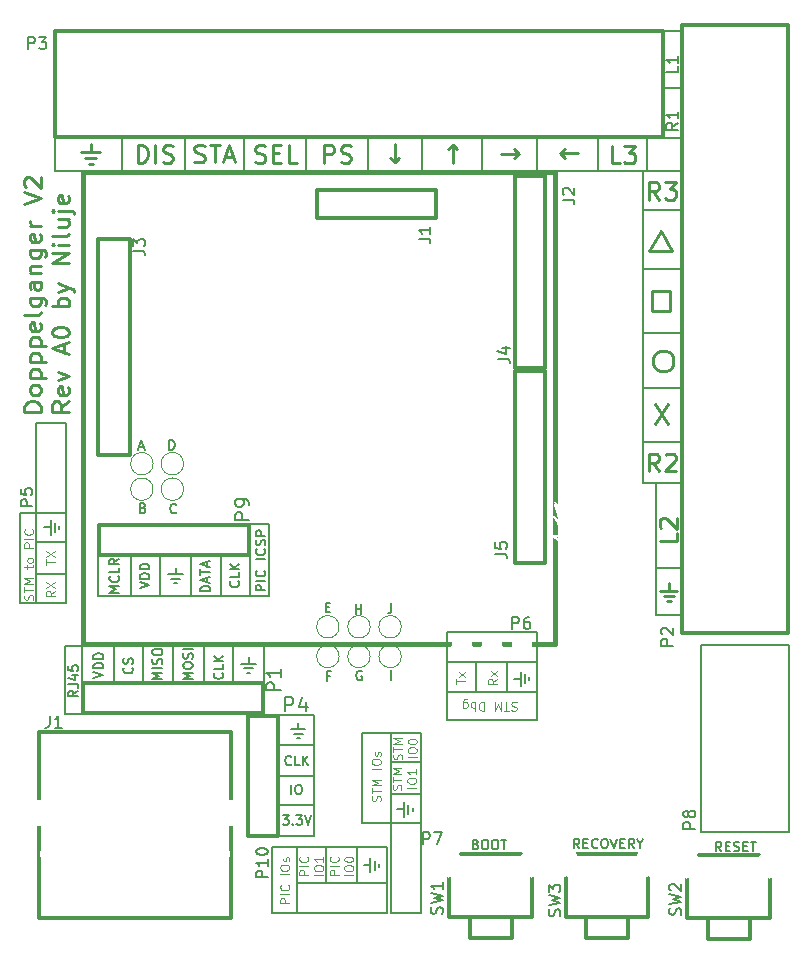
<source format=gbr>
G04 #@! TF.GenerationSoftware,KiCad,Pcbnew,5.1.9*
G04 #@! TF.CreationDate,2021-02-09T23:32:47+01:00*
G04 #@! TF.ProjectId,main_board,6d61696e-5f62-46f6-9172-642e6b696361,1*
G04 #@! TF.SameCoordinates,Original*
G04 #@! TF.FileFunction,Legend,Top*
G04 #@! TF.FilePolarity,Positive*
%FSLAX46Y46*%
G04 Gerber Fmt 4.6, Leading zero omitted, Abs format (unit mm)*
G04 Created by KiCad (PCBNEW 5.1.9) date 2021-02-09 23:32:47*
%MOMM*%
%LPD*%
G01*
G04 APERTURE LIST*
%ADD10C,0.152400*%
%ADD11C,0.120000*%
%ADD12C,0.200000*%
%ADD13C,0.280000*%
%ADD14C,0.270000*%
%ADD15C,0.250000*%
%ADD16C,0.300000*%
%ADD17C,0.400000*%
%ADD18C,0.150000*%
%ADD19C,0.010000*%
%ADD20C,2.500000*%
%ADD21R,2.500000X2.500000*%
%ADD22O,1.524000X1.200000*%
%ADD23R,1.524000X1.200000*%
%ADD24O,1.200000X1.524000*%
%ADD25R,1.200000X1.524000*%
%ADD26C,2.000000*%
%ADD27C,1.400000*%
%ADD28C,3.400000*%
%ADD29C,2.200000*%
%ADD30C,3.200000*%
%ADD31C,1.448000*%
%ADD32R,1.800000X1.800000*%
%ADD33C,1.800000*%
%ADD34R,2.700000X2.700000*%
%ADD35C,2.700000*%
%ADD36R,1.700000X1.700000*%
%ADD37C,1.700000*%
%ADD38C,2.300000*%
%ADD39C,1.500000*%
G04 APERTURE END LIST*
D10*
X260001294Y-37164675D02*
X260001294Y-37745246D01*
X259962589Y-37861360D01*
X259885180Y-37938770D01*
X259769065Y-37977475D01*
X259691656Y-37977475D01*
X259976620Y-43649295D02*
X259976620Y-42836495D01*
X257008811Y-38038435D02*
X257008811Y-37225635D01*
X257008811Y-37612682D02*
X257473268Y-37612682D01*
X257473268Y-38038435D02*
X257473268Y-37225635D01*
X257525036Y-42915840D02*
X257447626Y-42877135D01*
X257331512Y-42877135D01*
X257215398Y-42915840D01*
X257137988Y-42993249D01*
X257099283Y-43070659D01*
X257060579Y-43225478D01*
X257060579Y-43341592D01*
X257099283Y-43496411D01*
X257137988Y-43573820D01*
X257215398Y-43651230D01*
X257331512Y-43689935D01*
X257408921Y-43689935D01*
X257525036Y-43651230D01*
X257563740Y-43612525D01*
X257563740Y-43341592D01*
X257408921Y-43341592D01*
X254819694Y-43289582D02*
X254548760Y-43289582D01*
X254548760Y-43715335D02*
X254548760Y-42902535D01*
X254935808Y-42902535D01*
X254450668Y-37498382D02*
X254721601Y-37498382D01*
X254837716Y-37924135D02*
X254450668Y-37924135D01*
X254450668Y-37111335D01*
X254837716Y-37111335D01*
X241221743Y-24154795D02*
X241221743Y-23341995D01*
X241415267Y-23341995D01*
X241531381Y-23380700D01*
X241608791Y-23458109D01*
X241647496Y-23535519D01*
X241686200Y-23690338D01*
X241686200Y-23806452D01*
X241647496Y-23961271D01*
X241608791Y-24038680D01*
X241531381Y-24116090D01*
X241415267Y-24154795D01*
X241221743Y-24154795D01*
X241790340Y-29454565D02*
X241751636Y-29493270D01*
X241635521Y-29531975D01*
X241558112Y-29531975D01*
X241441998Y-29493270D01*
X241364588Y-29415860D01*
X241325883Y-29338451D01*
X241287179Y-29183632D01*
X241287179Y-29067518D01*
X241325883Y-28912699D01*
X241364588Y-28835289D01*
X241441998Y-28757880D01*
X241558112Y-28719175D01*
X241635521Y-28719175D01*
X241751636Y-28757880D01*
X241790340Y-28796584D01*
X238972997Y-29090982D02*
X239089111Y-29129687D01*
X239127816Y-29168392D01*
X239166520Y-29245801D01*
X239166520Y-29361916D01*
X239127816Y-29439325D01*
X239089111Y-29478030D01*
X239011701Y-29516735D01*
X238702063Y-29516735D01*
X238702063Y-28703935D01*
X238972997Y-28703935D01*
X239050406Y-28742640D01*
X239089111Y-28781344D01*
X239127816Y-28858754D01*
X239127816Y-28936163D01*
X239089111Y-29013573D01*
X239050406Y-29052278D01*
X238972997Y-29090982D01*
X238702063Y-29090982D01*
X238652836Y-23907326D02*
X239039883Y-23907326D01*
X238575426Y-24139555D02*
X238846360Y-23326755D01*
X239117293Y-24139555D01*
X228587300Y-37132260D02*
X231058720Y-37132260D01*
X228587300Y-29474160D02*
X231058720Y-29474160D01*
X228592380Y-29514800D02*
X228592380Y-37134800D01*
D11*
X229637631Y-36863202D02*
X229673345Y-36756060D01*
X229673345Y-36577488D01*
X229637631Y-36506060D01*
X229601917Y-36470345D01*
X229530488Y-36434631D01*
X229459060Y-36434631D01*
X229387631Y-36470345D01*
X229351917Y-36506060D01*
X229316202Y-36577488D01*
X229280488Y-36720345D01*
X229244774Y-36791774D01*
X229209060Y-36827488D01*
X229137631Y-36863202D01*
X229066202Y-36863202D01*
X228994774Y-36827488D01*
X228959060Y-36791774D01*
X228923345Y-36720345D01*
X228923345Y-36541774D01*
X228959060Y-36434631D01*
X228923345Y-36220345D02*
X228923345Y-35791774D01*
X229673345Y-36006060D02*
X228923345Y-36006060D01*
X229673345Y-35541774D02*
X228923345Y-35541774D01*
X229459060Y-35291774D01*
X228923345Y-35041774D01*
X229673345Y-35041774D01*
X229173345Y-34220345D02*
X229173345Y-33934631D01*
X228923345Y-34113202D02*
X229566202Y-34113202D01*
X229637631Y-34077488D01*
X229673345Y-34006060D01*
X229673345Y-33934631D01*
X229673345Y-33577488D02*
X229637631Y-33648917D01*
X229601917Y-33684631D01*
X229530488Y-33720345D01*
X229316202Y-33720345D01*
X229244774Y-33684631D01*
X229209060Y-33648917D01*
X229173345Y-33577488D01*
X229173345Y-33470345D01*
X229209060Y-33398917D01*
X229244774Y-33363202D01*
X229316202Y-33327488D01*
X229530488Y-33327488D01*
X229601917Y-33363202D01*
X229637631Y-33398917D01*
X229673345Y-33470345D01*
X229673345Y-33577488D01*
X229673345Y-32434631D02*
X228923345Y-32434631D01*
X228923345Y-32148917D01*
X228959060Y-32077488D01*
X228994774Y-32041774D01*
X229066202Y-32006060D01*
X229173345Y-32006060D01*
X229244774Y-32041774D01*
X229280488Y-32077488D01*
X229316202Y-32148917D01*
X229316202Y-32434631D01*
X229673345Y-31684631D02*
X228923345Y-31684631D01*
X229601917Y-30898917D02*
X229637631Y-30934631D01*
X229673345Y-31041774D01*
X229673345Y-31113202D01*
X229637631Y-31220345D01*
X229566202Y-31291774D01*
X229494774Y-31327488D01*
X229351917Y-31363202D01*
X229244774Y-31363202D01*
X229101917Y-31327488D01*
X229030488Y-31291774D01*
X228959060Y-31220345D01*
X228923345Y-31113202D01*
X228923345Y-31041774D01*
X228959060Y-30934631D01*
X228994774Y-30898917D01*
D10*
X232440480Y-29453840D02*
X232440480Y-37132260D01*
X229905560Y-37132260D02*
X232440480Y-37132260D01*
D11*
X231514845Y-36111720D02*
X231157702Y-36361720D01*
X231514845Y-36540291D02*
X230764845Y-36540291D01*
X230764845Y-36254577D01*
X230800560Y-36183148D01*
X230836274Y-36147434D01*
X230907702Y-36111720D01*
X231014845Y-36111720D01*
X231086274Y-36147434D01*
X231121988Y-36183148D01*
X231157702Y-36254577D01*
X231157702Y-36540291D01*
X230764845Y-35861720D02*
X231514845Y-35361720D01*
X230764845Y-35361720D02*
X231514845Y-35861720D01*
D10*
X229908100Y-34686240D02*
X232435400Y-34686240D01*
X229913180Y-31998920D02*
X232417620Y-31998920D01*
X229905560Y-29512260D02*
X229905560Y-37132260D01*
D11*
X230754685Y-33873368D02*
X230754685Y-33444797D01*
X231504685Y-33659082D02*
X230754685Y-33659082D01*
X230754685Y-33266225D02*
X231504685Y-32766225D01*
X230754685Y-32766225D02*
X231504685Y-33266225D01*
D12*
X231160498Y-31340347D02*
X231160498Y-30102252D01*
X231531926Y-31092728D02*
X231531926Y-30349871D01*
X230603355Y-30721300D02*
X231160498Y-30721300D01*
X231903355Y-30597490D02*
X231903355Y-30845109D01*
D10*
X272315940Y-42034460D02*
X272315940Y-44734480D01*
X264693400Y-44533820D02*
X264693400Y-47068740D01*
X272318480Y-47068740D02*
X264693400Y-47068740D01*
D11*
X270611237Y-45543428D02*
X270504094Y-45507714D01*
X270325522Y-45507714D01*
X270254094Y-45543428D01*
X270218380Y-45579142D01*
X270182665Y-45650571D01*
X270182665Y-45722000D01*
X270218380Y-45793428D01*
X270254094Y-45829142D01*
X270325522Y-45864857D01*
X270468380Y-45900571D01*
X270539808Y-45936285D01*
X270575522Y-45972000D01*
X270611237Y-46043428D01*
X270611237Y-46114857D01*
X270575522Y-46186285D01*
X270539808Y-46222000D01*
X270468380Y-46257714D01*
X270289808Y-46257714D01*
X270182665Y-46222000D01*
X269968380Y-46257714D02*
X269539808Y-46257714D01*
X269754094Y-45507714D02*
X269754094Y-46257714D01*
X269289808Y-45507714D02*
X269289808Y-46257714D01*
X269039808Y-45722000D01*
X268789808Y-46257714D01*
X268789808Y-45507714D01*
X267861237Y-45507714D02*
X267861237Y-46257714D01*
X267682665Y-46257714D01*
X267575522Y-46222000D01*
X267504094Y-46150571D01*
X267468380Y-46079142D01*
X267432665Y-45936285D01*
X267432665Y-45829142D01*
X267468380Y-45686285D01*
X267504094Y-45614857D01*
X267575522Y-45543428D01*
X267682665Y-45507714D01*
X267861237Y-45507714D01*
X267111237Y-45507714D02*
X267111237Y-46257714D01*
X267111237Y-45972000D02*
X267039808Y-46007714D01*
X266896951Y-46007714D01*
X266825522Y-45972000D01*
X266789808Y-45936285D01*
X266754094Y-45864857D01*
X266754094Y-45650571D01*
X266789808Y-45579142D01*
X266825522Y-45543428D01*
X266896951Y-45507714D01*
X267039808Y-45507714D01*
X267111237Y-45543428D01*
X266111237Y-46007714D02*
X266111237Y-45400571D01*
X266146951Y-45329142D01*
X266182665Y-45293428D01*
X266254094Y-45257714D01*
X266361237Y-45257714D01*
X266432665Y-45293428D01*
X266111237Y-45543428D02*
X266182665Y-45507714D01*
X266325522Y-45507714D01*
X266396951Y-45543428D01*
X266432665Y-45579142D01*
X266468380Y-45650571D01*
X266468380Y-45864857D01*
X266432665Y-45936285D01*
X266396951Y-45972000D01*
X266325522Y-46007714D01*
X266182665Y-46007714D01*
X266111237Y-45972000D01*
D10*
X272308320Y-44673520D02*
X264695940Y-44673520D01*
X264695940Y-42138600D02*
X264695940Y-44673520D01*
D11*
X265527285Y-43987417D02*
X265527285Y-43558845D01*
X266277285Y-43773131D02*
X265527285Y-43773131D01*
X266277285Y-43380274D02*
X265777285Y-42987417D01*
X265777285Y-43380274D02*
X266277285Y-42987417D01*
D10*
X267141960Y-42141140D02*
X267141960Y-44668440D01*
X269829280Y-42146220D02*
X269829280Y-44650660D01*
X272318480Y-44660820D02*
X272318480Y-47053500D01*
D11*
X268944285Y-43568928D02*
X268587142Y-43818928D01*
X268944285Y-43997500D02*
X268194285Y-43997500D01*
X268194285Y-43711785D01*
X268230000Y-43640357D01*
X268265714Y-43604642D01*
X268337142Y-43568928D01*
X268444285Y-43568928D01*
X268515714Y-43604642D01*
X268551428Y-43640357D01*
X268587142Y-43711785D01*
X268587142Y-43997500D01*
X268944285Y-43318928D02*
X268444285Y-42926071D01*
X268444285Y-43318928D02*
X268944285Y-42926071D01*
D12*
X270954678Y-44174967D02*
X270954678Y-42936872D01*
X271326106Y-43927348D02*
X271326106Y-43184491D01*
X270397535Y-43555920D02*
X270954678Y-43555920D01*
X271697535Y-43432110D02*
X271697535Y-43679729D01*
D11*
X259081311Y-53902745D02*
X259117025Y-53795602D01*
X259117025Y-53617031D01*
X259081311Y-53545602D01*
X259045597Y-53509888D01*
X258974168Y-53474174D01*
X258902740Y-53474174D01*
X258831311Y-53509888D01*
X258795597Y-53545602D01*
X258759882Y-53617031D01*
X258724168Y-53759888D01*
X258688454Y-53831317D01*
X258652740Y-53867031D01*
X258581311Y-53902745D01*
X258509882Y-53902745D01*
X258438454Y-53867031D01*
X258402740Y-53831317D01*
X258367025Y-53759888D01*
X258367025Y-53581317D01*
X258402740Y-53474174D01*
X258367025Y-53259888D02*
X258367025Y-52831317D01*
X259117025Y-53045602D02*
X258367025Y-53045602D01*
X259117025Y-52581317D02*
X258367025Y-52581317D01*
X258902740Y-52331317D01*
X258367025Y-52081317D01*
X259117025Y-52081317D01*
X259117025Y-51152745D02*
X258367025Y-51152745D01*
X258367025Y-50652745D02*
X258367025Y-50509888D01*
X258402740Y-50438460D01*
X258474168Y-50367031D01*
X258617025Y-50331317D01*
X258867025Y-50331317D01*
X259009882Y-50367031D01*
X259081311Y-50438460D01*
X259117025Y-50509888D01*
X259117025Y-50652745D01*
X259081311Y-50724174D01*
X259009882Y-50795602D01*
X258867025Y-50831317D01*
X258617025Y-50831317D01*
X258474168Y-50795602D01*
X258402740Y-50724174D01*
X258367025Y-50652745D01*
X259081311Y-50045602D02*
X259117025Y-49974174D01*
X259117025Y-49831317D01*
X259081311Y-49759888D01*
X259009882Y-49724174D01*
X258974168Y-49724174D01*
X258902740Y-49759888D01*
X258867025Y-49831317D01*
X258867025Y-49938460D01*
X258831311Y-50009888D01*
X258759882Y-50045602D01*
X258724168Y-50045602D01*
X258652740Y-50009888D01*
X258617025Y-49938460D01*
X258617025Y-49831317D01*
X258652740Y-49759888D01*
D10*
X259963920Y-55788560D02*
X257571240Y-55788560D01*
X257556000Y-55788560D02*
X257556000Y-48163480D01*
X260090920Y-48163480D02*
X257556000Y-48163480D01*
X259951220Y-55844440D02*
X259951220Y-48166020D01*
X262478520Y-53299360D02*
X259974080Y-53299360D01*
D12*
X261084238Y-55229047D02*
X261084238Y-53990952D01*
X261455666Y-54981428D02*
X261455666Y-54238571D01*
X260527095Y-54610000D02*
X261084238Y-54610000D01*
X261827095Y-54486190D02*
X261827095Y-54733809D01*
D10*
X262486140Y-55786020D02*
X262486140Y-48166020D01*
X262483600Y-50612040D02*
X259956300Y-50612040D01*
X262486140Y-48166020D02*
X259951220Y-48166020D01*
D11*
X260836251Y-52935071D02*
X260871965Y-52827928D01*
X260871965Y-52649357D01*
X260836251Y-52577928D01*
X260800537Y-52542214D01*
X260729108Y-52506500D01*
X260657680Y-52506500D01*
X260586251Y-52542214D01*
X260550537Y-52577928D01*
X260514822Y-52649357D01*
X260479108Y-52792214D01*
X260443394Y-52863642D01*
X260407680Y-52899357D01*
X260336251Y-52935071D01*
X260264822Y-52935071D01*
X260193394Y-52899357D01*
X260157680Y-52863642D01*
X260121965Y-52792214D01*
X260121965Y-52613642D01*
X260157680Y-52506500D01*
X260121965Y-52292214D02*
X260121965Y-51863642D01*
X260871965Y-52077928D02*
X260121965Y-52077928D01*
X260871965Y-51613642D02*
X260121965Y-51613642D01*
X260657680Y-51363642D01*
X260121965Y-51113642D01*
X260871965Y-51113642D01*
X262116965Y-52756500D02*
X261366965Y-52756500D01*
X261366965Y-52256500D02*
X261366965Y-52113642D01*
X261402680Y-52042214D01*
X261474108Y-51970785D01*
X261616965Y-51935071D01*
X261866965Y-51935071D01*
X262009822Y-51970785D01*
X262081251Y-52042214D01*
X262116965Y-52113642D01*
X262116965Y-52256500D01*
X262081251Y-52327928D01*
X262009822Y-52399357D01*
X261866965Y-52435071D01*
X261616965Y-52435071D01*
X261474108Y-52399357D01*
X261402680Y-52327928D01*
X261366965Y-52256500D01*
X262116965Y-51220785D02*
X262116965Y-51649357D01*
X262116965Y-51435071D02*
X261366965Y-51435071D01*
X261474108Y-51506500D01*
X261545537Y-51577928D01*
X261581251Y-51649357D01*
X260884511Y-50354431D02*
X260920225Y-50247288D01*
X260920225Y-50068717D01*
X260884511Y-49997288D01*
X260848797Y-49961574D01*
X260777368Y-49925860D01*
X260705940Y-49925860D01*
X260634511Y-49961574D01*
X260598797Y-49997288D01*
X260563082Y-50068717D01*
X260527368Y-50211574D01*
X260491654Y-50283002D01*
X260455940Y-50318717D01*
X260384511Y-50354431D01*
X260313082Y-50354431D01*
X260241654Y-50318717D01*
X260205940Y-50283002D01*
X260170225Y-50211574D01*
X260170225Y-50033002D01*
X260205940Y-49925860D01*
X260170225Y-49711574D02*
X260170225Y-49283002D01*
X260920225Y-49497288D02*
X260170225Y-49497288D01*
X260920225Y-49033002D02*
X260170225Y-49033002D01*
X260705940Y-48783002D01*
X260170225Y-48533002D01*
X260920225Y-48533002D01*
X262165225Y-50175860D02*
X261415225Y-50175860D01*
X261415225Y-49675860D02*
X261415225Y-49533002D01*
X261450940Y-49461574D01*
X261522368Y-49390145D01*
X261665225Y-49354431D01*
X261915225Y-49354431D01*
X262058082Y-49390145D01*
X262129511Y-49461574D01*
X262165225Y-49533002D01*
X262165225Y-49675860D01*
X262129511Y-49747288D01*
X262058082Y-49818717D01*
X261915225Y-49854431D01*
X261665225Y-49854431D01*
X261522368Y-49818717D01*
X261450940Y-49747288D01*
X261415225Y-49675860D01*
X261415225Y-48890145D02*
X261415225Y-48818717D01*
X261450940Y-48747288D01*
X261486654Y-48711574D01*
X261558082Y-48675860D01*
X261700940Y-48640145D01*
X261879511Y-48640145D01*
X262022368Y-48675860D01*
X262093797Y-48711574D01*
X262129511Y-48747288D01*
X262165225Y-48818717D01*
X262165225Y-48890145D01*
X262129511Y-48961574D01*
X262093797Y-48997288D01*
X262022368Y-49033002D01*
X261879511Y-49068717D01*
X261700940Y-49068717D01*
X261558082Y-49033002D01*
X261486654Y-48997288D01*
X261450940Y-48961574D01*
X261415225Y-48890145D01*
D10*
X259951220Y-55786020D02*
X262486140Y-55786020D01*
D11*
X251347165Y-62535434D02*
X250597165Y-62535434D01*
X250597165Y-62249720D01*
X250632880Y-62178291D01*
X250668594Y-62142577D01*
X250740022Y-62106862D01*
X250847165Y-62106862D01*
X250918594Y-62142577D01*
X250954308Y-62178291D01*
X250990022Y-62249720D01*
X250990022Y-62535434D01*
X251347165Y-61785434D02*
X250597165Y-61785434D01*
X251275737Y-60999720D02*
X251311451Y-61035434D01*
X251347165Y-61142577D01*
X251347165Y-61214005D01*
X251311451Y-61321148D01*
X251240022Y-61392577D01*
X251168594Y-61428291D01*
X251025737Y-61464005D01*
X250918594Y-61464005D01*
X250775737Y-61428291D01*
X250704308Y-61392577D01*
X250632880Y-61321148D01*
X250597165Y-61214005D01*
X250597165Y-61142577D01*
X250632880Y-61035434D01*
X250668594Y-60999720D01*
X251347165Y-60106862D02*
X250597165Y-60106862D01*
X250597165Y-59606862D02*
X250597165Y-59464005D01*
X250632880Y-59392577D01*
X250704308Y-59321148D01*
X250847165Y-59285434D01*
X251097165Y-59285434D01*
X251240022Y-59321148D01*
X251311451Y-59392577D01*
X251347165Y-59464005D01*
X251347165Y-59606862D01*
X251311451Y-59678291D01*
X251240022Y-59749720D01*
X251097165Y-59785434D01*
X250847165Y-59785434D01*
X250704308Y-59749720D01*
X250632880Y-59678291D01*
X250597165Y-59606862D01*
X251311451Y-58999720D02*
X251347165Y-58928291D01*
X251347165Y-58785434D01*
X251311451Y-58714005D01*
X251240022Y-58678291D01*
X251204308Y-58678291D01*
X251132880Y-58714005D01*
X251097165Y-58785434D01*
X251097165Y-58892577D01*
X251061451Y-58964005D01*
X250990022Y-58999720D01*
X250954308Y-58999720D01*
X250882880Y-58964005D01*
X250847165Y-58892577D01*
X250847165Y-58785434D01*
X250882880Y-58714005D01*
D10*
X251995940Y-63385700D02*
X249913140Y-63385700D01*
X249913140Y-57820560D02*
X249913140Y-63378080D01*
D11*
X255545585Y-60152980D02*
X254795585Y-60152980D01*
X254795585Y-59867265D01*
X254831300Y-59795837D01*
X254867014Y-59760122D01*
X254938442Y-59724408D01*
X255045585Y-59724408D01*
X255117014Y-59760122D01*
X255152728Y-59795837D01*
X255188442Y-59867265D01*
X255188442Y-60152980D01*
X255545585Y-59402980D02*
X254795585Y-59402980D01*
X255474157Y-58617265D02*
X255509871Y-58652980D01*
X255545585Y-58760122D01*
X255545585Y-58831551D01*
X255509871Y-58938694D01*
X255438442Y-59010122D01*
X255367014Y-59045837D01*
X255224157Y-59081551D01*
X255117014Y-59081551D01*
X254974157Y-59045837D01*
X254902728Y-59010122D01*
X254831300Y-58938694D01*
X254795585Y-58831551D01*
X254795585Y-58760122D01*
X254831300Y-58652980D01*
X254867014Y-58617265D01*
X256790585Y-60152980D02*
X256040585Y-60152980D01*
X256040585Y-59652980D02*
X256040585Y-59510122D01*
X256076300Y-59438694D01*
X256147728Y-59367265D01*
X256290585Y-59331551D01*
X256540585Y-59331551D01*
X256683442Y-59367265D01*
X256754871Y-59438694D01*
X256790585Y-59510122D01*
X256790585Y-59652980D01*
X256754871Y-59724408D01*
X256683442Y-59795837D01*
X256540585Y-59831551D01*
X256290585Y-59831551D01*
X256147728Y-59795837D01*
X256076300Y-59724408D01*
X256040585Y-59652980D01*
X256040585Y-58867265D02*
X256040585Y-58795837D01*
X256076300Y-58724408D01*
X256112014Y-58688694D01*
X256183442Y-58652980D01*
X256326300Y-58617265D01*
X256504871Y-58617265D01*
X256647728Y-58652980D01*
X256719157Y-58688694D01*
X256754871Y-58724408D01*
X256790585Y-58795837D01*
X256790585Y-58867265D01*
X256754871Y-58938694D01*
X256719157Y-58974408D01*
X256647728Y-59010122D01*
X256504871Y-59045837D01*
X256326300Y-59045837D01*
X256183442Y-59010122D01*
X256112014Y-58974408D01*
X256076300Y-58938694D01*
X256040585Y-58867265D01*
X252977645Y-60152980D02*
X252227645Y-60152980D01*
X252227645Y-59867265D01*
X252263360Y-59795837D01*
X252299074Y-59760122D01*
X252370502Y-59724408D01*
X252477645Y-59724408D01*
X252549074Y-59760122D01*
X252584788Y-59795837D01*
X252620502Y-59867265D01*
X252620502Y-60152980D01*
X252977645Y-59402980D02*
X252227645Y-59402980D01*
X252906217Y-58617265D02*
X252941931Y-58652980D01*
X252977645Y-58760122D01*
X252977645Y-58831551D01*
X252941931Y-58938694D01*
X252870502Y-59010122D01*
X252799074Y-59045837D01*
X252656217Y-59081551D01*
X252549074Y-59081551D01*
X252406217Y-59045837D01*
X252334788Y-59010122D01*
X252263360Y-58938694D01*
X252227645Y-58831551D01*
X252227645Y-58760122D01*
X252263360Y-58652980D01*
X252299074Y-58617265D01*
X254222645Y-60152980D02*
X253472645Y-60152980D01*
X253472645Y-59652980D02*
X253472645Y-59510122D01*
X253508360Y-59438694D01*
X253579788Y-59367265D01*
X253722645Y-59331551D01*
X253972645Y-59331551D01*
X254115502Y-59367265D01*
X254186931Y-59438694D01*
X254222645Y-59510122D01*
X254222645Y-59652980D01*
X254186931Y-59724408D01*
X254115502Y-59795837D01*
X253972645Y-59831551D01*
X253722645Y-59831551D01*
X253579788Y-59795837D01*
X253508360Y-59724408D01*
X253472645Y-59652980D01*
X254222645Y-58617265D02*
X254222645Y-59045837D01*
X254222645Y-58831551D02*
X253472645Y-58831551D01*
X253579788Y-58902980D01*
X253651217Y-58974408D01*
X253686931Y-59045837D01*
D12*
X258221658Y-59945827D02*
X258221658Y-58707732D01*
X258593086Y-59698208D02*
X258593086Y-58955351D01*
X257664515Y-59326780D02*
X258221658Y-59326780D01*
X258964515Y-59202970D02*
X258964515Y-59450589D01*
D10*
X259621020Y-57820560D02*
X249913140Y-57820560D01*
X252001020Y-57815480D02*
X252001020Y-60830460D01*
X254447040Y-57823100D02*
X254447040Y-60784740D01*
X257134360Y-57828180D02*
X257134360Y-60833000D01*
X259621020Y-60858400D02*
X259621020Y-57820560D01*
X251517210Y-50790565D02*
X251478505Y-50829270D01*
X251362391Y-50867975D01*
X251284981Y-50867975D01*
X251168867Y-50829270D01*
X251091458Y-50751860D01*
X251052753Y-50674451D01*
X251014048Y-50519632D01*
X251014048Y-50403518D01*
X251052753Y-50248699D01*
X251091458Y-50171289D01*
X251168867Y-50093880D01*
X251284981Y-50055175D01*
X251362391Y-50055175D01*
X251478505Y-50093880D01*
X251517210Y-50132584D01*
X252252600Y-50867975D02*
X251865553Y-50867975D01*
X251865553Y-50055175D01*
X252523534Y-50867975D02*
X252523534Y-50055175D01*
X252987991Y-50867975D02*
X252639648Y-50403518D01*
X252987991Y-50055175D02*
X252523534Y-50519632D01*
X251544787Y-53319075D02*
X251544787Y-52506275D01*
X252086654Y-52506275D02*
X252241473Y-52506275D01*
X252318882Y-52544980D01*
X252396292Y-52622389D01*
X252434997Y-52777208D01*
X252434997Y-53048141D01*
X252396292Y-53202960D01*
X252318882Y-53280370D01*
X252241473Y-53319075D01*
X252086654Y-53319075D01*
X252009244Y-53280370D01*
X251931835Y-53202960D01*
X251893130Y-53048141D01*
X251893130Y-52777208D01*
X251931835Y-52622389D01*
X252009244Y-52544980D01*
X252086654Y-52506275D01*
D12*
X251501352Y-47825838D02*
X252739447Y-47825838D01*
X251748971Y-48197266D02*
X252491828Y-48197266D01*
X252120400Y-47268695D02*
X252120400Y-47825838D01*
X252244209Y-48568695D02*
X251996590Y-48568695D01*
D10*
X250808792Y-55086915D02*
X251311954Y-55086915D01*
X251041020Y-55396553D01*
X251157135Y-55396553D01*
X251234544Y-55435258D01*
X251273249Y-55473962D01*
X251311954Y-55551372D01*
X251311954Y-55744896D01*
X251273249Y-55822305D01*
X251234544Y-55861010D01*
X251157135Y-55899715D01*
X250924906Y-55899715D01*
X250847497Y-55861010D01*
X250808792Y-55822305D01*
X251660297Y-55822305D02*
X251699001Y-55861010D01*
X251660297Y-55899715D01*
X251621592Y-55861010D01*
X251660297Y-55822305D01*
X251660297Y-55899715D01*
X251969935Y-55086915D02*
X252473097Y-55086915D01*
X252202163Y-55396553D01*
X252318278Y-55396553D01*
X252395687Y-55435258D01*
X252434392Y-55473962D01*
X252473097Y-55551372D01*
X252473097Y-55744896D01*
X252434392Y-55822305D01*
X252395687Y-55861010D01*
X252318278Y-55899715D01*
X252086049Y-55899715D01*
X252008640Y-55861010D01*
X251969935Y-55822305D01*
X252705325Y-55086915D02*
X252976259Y-55899715D01*
X253247192Y-55086915D01*
X253443740Y-56888380D02*
X253443740Y-46609000D01*
X253405640Y-49174400D02*
X250367800Y-49174400D01*
X253443740Y-46609000D02*
X250266200Y-46609000D01*
X253433580Y-54203600D02*
X250441460Y-54203600D01*
X253441200Y-56890920D02*
X250393200Y-56890920D01*
X253484380Y-51757580D02*
X250395740Y-51757580D01*
X233481275Y-44565872D02*
X233094227Y-44836805D01*
X233481275Y-45030329D02*
X232668475Y-45030329D01*
X232668475Y-44720691D01*
X232707180Y-44643281D01*
X232745884Y-44604577D01*
X232823294Y-44565872D01*
X232939408Y-44565872D01*
X233016818Y-44604577D01*
X233055522Y-44643281D01*
X233094227Y-44720691D01*
X233094227Y-45030329D01*
X232668475Y-43985300D02*
X233249046Y-43985300D01*
X233365160Y-44024005D01*
X233442570Y-44101415D01*
X233481275Y-44217529D01*
X233481275Y-44294939D01*
X232939408Y-43249910D02*
X233481275Y-43249910D01*
X232629770Y-43443434D02*
X233210341Y-43636958D01*
X233210341Y-43133796D01*
X232668475Y-42437110D02*
X232668475Y-42824158D01*
X233055522Y-42862862D01*
X233016818Y-42824158D01*
X232978113Y-42746748D01*
X232978113Y-42553224D01*
X233016818Y-42475815D01*
X233055522Y-42437110D01*
X233132932Y-42398405D01*
X233326456Y-42398405D01*
X233403865Y-42437110D01*
X233442570Y-42475815D01*
X233481275Y-42553224D01*
X233481275Y-42746748D01*
X233442570Y-42824158D01*
X233403865Y-42862862D01*
X233979720Y-40733980D02*
X232359200Y-40733980D01*
X232351580Y-46535340D02*
X234177840Y-46535340D01*
X232359200Y-40733980D02*
X232351580Y-46537880D01*
X249348655Y-36046349D02*
X248535855Y-36046349D01*
X248535855Y-35736711D01*
X248574560Y-35659301D01*
X248613264Y-35620597D01*
X248690674Y-35581892D01*
X248806788Y-35581892D01*
X248884198Y-35620597D01*
X248922902Y-35659301D01*
X248961607Y-35736711D01*
X248961607Y-36046349D01*
X249348655Y-35233549D02*
X248535855Y-35233549D01*
X249271245Y-34382044D02*
X249309950Y-34420749D01*
X249348655Y-34536863D01*
X249348655Y-34614273D01*
X249309950Y-34730387D01*
X249232540Y-34807797D01*
X249155131Y-34846501D01*
X249000312Y-34885206D01*
X248884198Y-34885206D01*
X248729379Y-34846501D01*
X248651969Y-34807797D01*
X248574560Y-34730387D01*
X248535855Y-34614273D01*
X248535855Y-34536863D01*
X248574560Y-34420749D01*
X248613264Y-34382044D01*
X249348655Y-33414425D02*
X248535855Y-33414425D01*
X249271245Y-32562920D02*
X249309950Y-32601625D01*
X249348655Y-32717740D01*
X249348655Y-32795149D01*
X249309950Y-32911263D01*
X249232540Y-32988673D01*
X249155131Y-33027378D01*
X249000312Y-33066082D01*
X248884198Y-33066082D01*
X248729379Y-33027378D01*
X248651969Y-32988673D01*
X248574560Y-32911263D01*
X248535855Y-32795149D01*
X248535855Y-32717740D01*
X248574560Y-32601625D01*
X248613264Y-32562920D01*
X249309950Y-32253282D02*
X249348655Y-32137168D01*
X249348655Y-31943644D01*
X249309950Y-31866235D01*
X249271245Y-31827530D01*
X249193836Y-31788825D01*
X249116426Y-31788825D01*
X249039017Y-31827530D01*
X249000312Y-31866235D01*
X248961607Y-31943644D01*
X248922902Y-32098463D01*
X248884198Y-32175873D01*
X248845493Y-32214578D01*
X248768083Y-32253282D01*
X248690674Y-32253282D01*
X248613264Y-32214578D01*
X248574560Y-32175873D01*
X248535855Y-32098463D01*
X248535855Y-31904940D01*
X248574560Y-31788825D01*
X249348655Y-31440482D02*
X248535855Y-31440482D01*
X248535855Y-31130844D01*
X248574560Y-31053435D01*
X248613264Y-31014730D01*
X248690674Y-30976025D01*
X248806788Y-30976025D01*
X248884198Y-31014730D01*
X248922902Y-31053435D01*
X248961607Y-31130844D01*
X248961607Y-31440482D01*
X249671840Y-30431740D02*
X247845580Y-30431740D01*
X249664220Y-36568380D02*
X249671840Y-30429200D01*
X248043700Y-36568380D02*
X249664220Y-36568380D01*
X249219720Y-43954700D02*
X249219720Y-40777160D01*
X246641620Y-43858180D02*
X246641620Y-40680640D01*
X244119400Y-43822620D02*
X244119400Y-40645080D01*
X241554000Y-43863260D02*
X241554000Y-40685720D01*
X238970820Y-43863260D02*
X238970820Y-40685720D01*
X236524800Y-43893740D02*
X236524800Y-40716200D01*
X233837480Y-43949620D02*
X233837480Y-40772080D01*
D12*
X247310352Y-42273398D02*
X248548447Y-42273398D01*
X247557971Y-42644826D02*
X248300828Y-42644826D01*
X247929400Y-41716255D02*
X247929400Y-42273398D01*
X248053209Y-43016255D02*
X247805590Y-43016255D01*
D10*
X245694925Y-43054209D02*
X245733630Y-43092914D01*
X245772335Y-43209028D01*
X245772335Y-43286438D01*
X245733630Y-43402552D01*
X245656220Y-43479961D01*
X245578811Y-43518666D01*
X245423992Y-43557371D01*
X245307878Y-43557371D01*
X245153059Y-43518666D01*
X245075649Y-43479961D01*
X244998240Y-43402552D01*
X244959535Y-43286438D01*
X244959535Y-43209028D01*
X244998240Y-43092914D01*
X245036944Y-43054209D01*
X245772335Y-42318819D02*
X245772335Y-42705866D01*
X244959535Y-42705866D01*
X245772335Y-42047885D02*
X244959535Y-42047885D01*
X245772335Y-41583428D02*
X245307878Y-41931771D01*
X244959535Y-41583428D02*
X245423992Y-42047885D01*
X243196775Y-43580957D02*
X242383975Y-43580957D01*
X242964546Y-43310023D01*
X242383975Y-43039090D01*
X243196775Y-43039090D01*
X242383975Y-42497223D02*
X242383975Y-42342404D01*
X242422680Y-42264995D01*
X242500089Y-42187585D01*
X242654908Y-42148880D01*
X242925841Y-42148880D01*
X243080660Y-42187585D01*
X243158070Y-42264995D01*
X243196775Y-42342404D01*
X243196775Y-42497223D01*
X243158070Y-42574633D01*
X243080660Y-42652042D01*
X242925841Y-42690747D01*
X242654908Y-42690747D01*
X242500089Y-42652042D01*
X242422680Y-42574633D01*
X242383975Y-42497223D01*
X243158070Y-41839242D02*
X243196775Y-41723128D01*
X243196775Y-41529604D01*
X243158070Y-41452195D01*
X243119365Y-41413490D01*
X243041956Y-41374785D01*
X242964546Y-41374785D01*
X242887137Y-41413490D01*
X242848432Y-41452195D01*
X242809727Y-41529604D01*
X242771022Y-41684423D01*
X242732318Y-41761833D01*
X242693613Y-41800538D01*
X242616203Y-41839242D01*
X242538794Y-41839242D01*
X242461384Y-41800538D01*
X242422680Y-41761833D01*
X242383975Y-41684423D01*
X242383975Y-41490900D01*
X242422680Y-41374785D01*
X243196775Y-41026442D02*
X242383975Y-41026442D01*
X240600895Y-43596197D02*
X239788095Y-43596197D01*
X240368666Y-43325263D01*
X239788095Y-43054330D01*
X240600895Y-43054330D01*
X240600895Y-42667282D02*
X239788095Y-42667282D01*
X240562190Y-42318940D02*
X240600895Y-42202825D01*
X240600895Y-42009301D01*
X240562190Y-41931892D01*
X240523485Y-41893187D01*
X240446076Y-41854482D01*
X240368666Y-41854482D01*
X240291257Y-41893187D01*
X240252552Y-41931892D01*
X240213847Y-42009301D01*
X240175142Y-42164120D01*
X240136438Y-42241530D01*
X240097733Y-42280235D01*
X240020323Y-42318940D01*
X239942914Y-42318940D01*
X239865504Y-42280235D01*
X239826800Y-42241530D01*
X239788095Y-42164120D01*
X239788095Y-41970597D01*
X239826800Y-41854482D01*
X239788095Y-41351320D02*
X239788095Y-41196501D01*
X239826800Y-41119092D01*
X239904209Y-41041682D01*
X240059028Y-41002978D01*
X240329961Y-41002978D01*
X240484780Y-41041682D01*
X240562190Y-41119092D01*
X240600895Y-41196501D01*
X240600895Y-41351320D01*
X240562190Y-41428730D01*
X240484780Y-41506140D01*
X240329961Y-41544844D01*
X240059028Y-41544844D01*
X239904209Y-41506140D01*
X239826800Y-41428730D01*
X239788095Y-41351320D01*
X238054605Y-42596646D02*
X238093310Y-42635351D01*
X238132015Y-42751465D01*
X238132015Y-42828875D01*
X238093310Y-42944989D01*
X238015900Y-43022399D01*
X237938491Y-43061103D01*
X237783672Y-43099808D01*
X237667558Y-43099808D01*
X237512739Y-43061103D01*
X237435329Y-43022399D01*
X237357920Y-42944989D01*
X237319215Y-42828875D01*
X237319215Y-42751465D01*
X237357920Y-42635351D01*
X237396624Y-42596646D01*
X238093310Y-42287008D02*
X238132015Y-42170894D01*
X238132015Y-41977370D01*
X238093310Y-41899960D01*
X238054605Y-41861256D01*
X237977196Y-41822551D01*
X237899786Y-41822551D01*
X237822377Y-41861256D01*
X237783672Y-41899960D01*
X237744967Y-41977370D01*
X237706262Y-42132189D01*
X237667558Y-42209599D01*
X237628853Y-42248303D01*
X237551443Y-42287008D01*
X237474034Y-42287008D01*
X237396624Y-42248303D01*
X237357920Y-42209599D01*
X237319215Y-42132189D01*
X237319215Y-41938665D01*
X237357920Y-41822551D01*
X234789375Y-43473793D02*
X235602175Y-43202860D01*
X234789375Y-42931926D01*
X235602175Y-42660993D02*
X234789375Y-42660993D01*
X234789375Y-42467469D01*
X234828080Y-42351355D01*
X234905489Y-42273945D01*
X234982899Y-42235240D01*
X235137718Y-42196536D01*
X235253832Y-42196536D01*
X235408651Y-42235240D01*
X235486060Y-42273945D01*
X235563470Y-42351355D01*
X235602175Y-42467469D01*
X235602175Y-42660993D01*
X235602175Y-41848193D02*
X234789375Y-41848193D01*
X234789375Y-41654669D01*
X234828080Y-41538555D01*
X234905489Y-41461145D01*
X234982899Y-41422440D01*
X235137718Y-41383736D01*
X235253832Y-41383736D01*
X235408651Y-41422440D01*
X235486060Y-41461145D01*
X235563470Y-41538555D01*
X235602175Y-41654669D01*
X235602175Y-41848193D01*
X245587520Y-33063180D02*
X245587520Y-36548060D01*
X243050060Y-33025080D02*
X243050060Y-36509960D01*
X240454180Y-33025080D02*
X240454180Y-36509960D01*
X237942120Y-33086040D02*
X237942120Y-36570920D01*
X248053860Y-36565840D02*
X248053860Y-32966660D01*
X235275120Y-36568380D02*
X248053860Y-36565840D01*
X235209080Y-33073340D02*
X235209080Y-36558220D01*
X247046205Y-35276729D02*
X247084910Y-35315434D01*
X247123615Y-35431548D01*
X247123615Y-35508958D01*
X247084910Y-35625072D01*
X247007500Y-35702481D01*
X246930091Y-35741186D01*
X246775272Y-35779891D01*
X246659158Y-35779891D01*
X246504339Y-35741186D01*
X246426929Y-35702481D01*
X246349520Y-35625072D01*
X246310815Y-35508958D01*
X246310815Y-35431548D01*
X246349520Y-35315434D01*
X246388224Y-35276729D01*
X247123615Y-34541339D02*
X247123615Y-34928386D01*
X246310815Y-34928386D01*
X247123615Y-34270405D02*
X246310815Y-34270405D01*
X247123615Y-33805948D02*
X246659158Y-34154291D01*
X246310815Y-33805948D02*
X246775272Y-34270405D01*
X244662355Y-36134040D02*
X243849555Y-36134040D01*
X243849555Y-35940516D01*
X243888260Y-35824401D01*
X243965669Y-35746992D01*
X244043079Y-35708287D01*
X244197898Y-35669582D01*
X244314012Y-35669582D01*
X244468831Y-35708287D01*
X244546240Y-35746992D01*
X244623650Y-35824401D01*
X244662355Y-35940516D01*
X244662355Y-36134040D01*
X244430126Y-35359944D02*
X244430126Y-34972897D01*
X244662355Y-35437354D02*
X243849555Y-35166420D01*
X244662355Y-34895487D01*
X243849555Y-34740668D02*
X243849555Y-34276211D01*
X244662355Y-34508440D02*
X243849555Y-34508440D01*
X244430126Y-34043982D02*
X244430126Y-33656935D01*
X244662355Y-34121392D02*
X243849555Y-33850459D01*
X244662355Y-33579525D01*
D12*
X241127992Y-34711818D02*
X242366087Y-34711818D01*
X241375611Y-35083246D02*
X242118468Y-35083246D01*
X241747040Y-34154675D02*
X241747040Y-34711818D01*
X241870849Y-35454675D02*
X241623230Y-35454675D01*
D10*
X238706055Y-35886208D02*
X239518855Y-35615275D01*
X238706055Y-35344341D01*
X239518855Y-35073408D02*
X238706055Y-35073408D01*
X238706055Y-34879884D01*
X238744760Y-34763770D01*
X238822169Y-34686360D01*
X238899579Y-34647655D01*
X239054398Y-34608951D01*
X239170512Y-34608951D01*
X239325331Y-34647655D01*
X239402740Y-34686360D01*
X239480150Y-34763770D01*
X239518855Y-34879884D01*
X239518855Y-35073408D01*
X239518855Y-34260608D02*
X238706055Y-34260608D01*
X238706055Y-34067084D01*
X238744760Y-33950970D01*
X238822169Y-33873560D01*
X238899579Y-33834855D01*
X239054398Y-33796151D01*
X239170512Y-33796151D01*
X239325331Y-33834855D01*
X239402740Y-33873560D01*
X239480150Y-33950970D01*
X239518855Y-34067084D01*
X239518855Y-34260608D01*
X236958535Y-36258983D02*
X236145735Y-36258983D01*
X236726306Y-35988050D01*
X236145735Y-35717117D01*
X236958535Y-35717117D01*
X236881125Y-34865612D02*
X236919830Y-34904317D01*
X236958535Y-35020431D01*
X236958535Y-35097840D01*
X236919830Y-35213955D01*
X236842420Y-35291364D01*
X236765011Y-35330069D01*
X236610192Y-35368774D01*
X236494078Y-35368774D01*
X236339259Y-35330069D01*
X236261849Y-35291364D01*
X236184440Y-35213955D01*
X236145735Y-35097840D01*
X236145735Y-35020431D01*
X236184440Y-34904317D01*
X236223144Y-34865612D01*
X236958535Y-34130221D02*
X236958535Y-34517269D01*
X236145735Y-34517269D01*
X236958535Y-33394831D02*
X236571487Y-33665764D01*
X236958535Y-33859288D02*
X236145735Y-33859288D01*
X236145735Y-33549650D01*
X236184440Y-33472240D01*
X236223144Y-33433536D01*
X236300554Y-33394831D01*
X236416668Y-33394831D01*
X236494078Y-33433536D01*
X236532782Y-33472240D01*
X236571487Y-33549650D01*
X236571487Y-33859288D01*
D13*
X230329333Y-20923857D02*
X228929333Y-20923857D01*
X228929333Y-20566714D01*
X228996000Y-20352428D01*
X229129333Y-20209571D01*
X229262666Y-20138142D01*
X229529333Y-20066714D01*
X229729333Y-20066714D01*
X229996000Y-20138142D01*
X230129333Y-20209571D01*
X230262666Y-20352428D01*
X230329333Y-20566714D01*
X230329333Y-20923857D01*
X230329333Y-19209571D02*
X230262666Y-19352428D01*
X230196000Y-19423857D01*
X230062666Y-19495285D01*
X229662666Y-19495285D01*
X229529333Y-19423857D01*
X229462666Y-19352428D01*
X229396000Y-19209571D01*
X229396000Y-18995285D01*
X229462666Y-18852428D01*
X229529333Y-18781000D01*
X229662666Y-18709571D01*
X230062666Y-18709571D01*
X230196000Y-18781000D01*
X230262666Y-18852428D01*
X230329333Y-18995285D01*
X230329333Y-19209571D01*
X229396000Y-18066714D02*
X230796000Y-18066714D01*
X229462666Y-18066714D02*
X229396000Y-17923857D01*
X229396000Y-17638142D01*
X229462666Y-17495285D01*
X229529333Y-17423857D01*
X229662666Y-17352428D01*
X230062666Y-17352428D01*
X230196000Y-17423857D01*
X230262666Y-17495285D01*
X230329333Y-17638142D01*
X230329333Y-17923857D01*
X230262666Y-18066714D01*
X229396000Y-16709571D02*
X230796000Y-16709571D01*
X229462666Y-16709571D02*
X229396000Y-16566714D01*
X229396000Y-16281000D01*
X229462666Y-16138142D01*
X229529333Y-16066714D01*
X229662666Y-15995285D01*
X230062666Y-15995285D01*
X230196000Y-16066714D01*
X230262666Y-16138142D01*
X230329333Y-16281000D01*
X230329333Y-16566714D01*
X230262666Y-16709571D01*
X229396000Y-15352428D02*
X230796000Y-15352428D01*
X229462666Y-15352428D02*
X229396000Y-15209571D01*
X229396000Y-14923857D01*
X229462666Y-14781000D01*
X229529333Y-14709571D01*
X229662666Y-14638142D01*
X230062666Y-14638142D01*
X230196000Y-14709571D01*
X230262666Y-14781000D01*
X230329333Y-14923857D01*
X230329333Y-15209571D01*
X230262666Y-15352428D01*
X230262666Y-13423857D02*
X230329333Y-13566714D01*
X230329333Y-13852428D01*
X230262666Y-13995285D01*
X230129333Y-14066714D01*
X229596000Y-14066714D01*
X229462666Y-13995285D01*
X229396000Y-13852428D01*
X229396000Y-13566714D01*
X229462666Y-13423857D01*
X229596000Y-13352428D01*
X229729333Y-13352428D01*
X229862666Y-14066714D01*
X230329333Y-12495285D02*
X230262666Y-12638142D01*
X230129333Y-12709571D01*
X228929333Y-12709571D01*
X229396000Y-11281000D02*
X230529333Y-11281000D01*
X230662666Y-11352428D01*
X230729333Y-11423857D01*
X230796000Y-11566714D01*
X230796000Y-11781000D01*
X230729333Y-11923857D01*
X230262666Y-11281000D02*
X230329333Y-11423857D01*
X230329333Y-11709571D01*
X230262666Y-11852428D01*
X230196000Y-11923857D01*
X230062666Y-11995285D01*
X229662666Y-11995285D01*
X229529333Y-11923857D01*
X229462666Y-11852428D01*
X229396000Y-11709571D01*
X229396000Y-11423857D01*
X229462666Y-11281000D01*
X230329333Y-9923857D02*
X229596000Y-9923857D01*
X229462666Y-9995285D01*
X229396000Y-10138142D01*
X229396000Y-10423857D01*
X229462666Y-10566714D01*
X230262666Y-9923857D02*
X230329333Y-10066714D01*
X230329333Y-10423857D01*
X230262666Y-10566714D01*
X230129333Y-10638142D01*
X229996000Y-10638142D01*
X229862666Y-10566714D01*
X229796000Y-10423857D01*
X229796000Y-10066714D01*
X229729333Y-9923857D01*
X229396000Y-9209571D02*
X230329333Y-9209571D01*
X229529333Y-9209571D02*
X229462666Y-9138142D01*
X229396000Y-8995285D01*
X229396000Y-8781000D01*
X229462666Y-8638142D01*
X229596000Y-8566714D01*
X230329333Y-8566714D01*
X229396000Y-7209571D02*
X230529333Y-7209571D01*
X230662666Y-7281000D01*
X230729333Y-7352428D01*
X230796000Y-7495285D01*
X230796000Y-7709571D01*
X230729333Y-7852428D01*
X230262666Y-7209571D02*
X230329333Y-7352428D01*
X230329333Y-7638142D01*
X230262666Y-7781000D01*
X230196000Y-7852428D01*
X230062666Y-7923857D01*
X229662666Y-7923857D01*
X229529333Y-7852428D01*
X229462666Y-7781000D01*
X229396000Y-7638142D01*
X229396000Y-7352428D01*
X229462666Y-7209571D01*
X230262666Y-5923857D02*
X230329333Y-6066714D01*
X230329333Y-6352428D01*
X230262666Y-6495285D01*
X230129333Y-6566714D01*
X229596000Y-6566714D01*
X229462666Y-6495285D01*
X229396000Y-6352428D01*
X229396000Y-6066714D01*
X229462666Y-5923857D01*
X229596000Y-5852428D01*
X229729333Y-5852428D01*
X229862666Y-6566714D01*
X230329333Y-5209571D02*
X229396000Y-5209571D01*
X229662666Y-5209571D02*
X229529333Y-5138142D01*
X229462666Y-5066714D01*
X229396000Y-4923857D01*
X229396000Y-4781000D01*
X228929333Y-3352428D02*
X230329333Y-2852428D01*
X228929333Y-2352428D01*
X229062666Y-1923857D02*
X228996000Y-1852428D01*
X228929333Y-1709571D01*
X228929333Y-1352428D01*
X228996000Y-1209571D01*
X229062666Y-1138142D01*
X229196000Y-1066714D01*
X229329333Y-1066714D01*
X229529333Y-1138142D01*
X230329333Y-1995285D01*
X230329333Y-1066714D01*
X232709333Y-20066714D02*
X232042666Y-20566714D01*
X232709333Y-20923857D02*
X231309333Y-20923857D01*
X231309333Y-20352428D01*
X231376000Y-20209571D01*
X231442666Y-20138142D01*
X231576000Y-20066714D01*
X231776000Y-20066714D01*
X231909333Y-20138142D01*
X231976000Y-20209571D01*
X232042666Y-20352428D01*
X232042666Y-20923857D01*
X232642666Y-18852428D02*
X232709333Y-18995285D01*
X232709333Y-19281000D01*
X232642666Y-19423857D01*
X232509333Y-19495285D01*
X231976000Y-19495285D01*
X231842666Y-19423857D01*
X231776000Y-19281000D01*
X231776000Y-18995285D01*
X231842666Y-18852428D01*
X231976000Y-18781000D01*
X232109333Y-18781000D01*
X232242666Y-19495285D01*
X231776000Y-18281000D02*
X232709333Y-17923857D01*
X231776000Y-17566714D01*
X232309333Y-15923857D02*
X232309333Y-15209571D01*
X232709333Y-16066714D02*
X231309333Y-15566714D01*
X232709333Y-15066714D01*
X231309333Y-14281000D02*
X231309333Y-14138142D01*
X231376000Y-13995285D01*
X231442666Y-13923857D01*
X231576000Y-13852428D01*
X231842666Y-13781000D01*
X232176000Y-13781000D01*
X232442666Y-13852428D01*
X232576000Y-13923857D01*
X232642666Y-13995285D01*
X232709333Y-14138142D01*
X232709333Y-14281000D01*
X232642666Y-14423857D01*
X232576000Y-14495285D01*
X232442666Y-14566714D01*
X232176000Y-14638142D01*
X231842666Y-14638142D01*
X231576000Y-14566714D01*
X231442666Y-14495285D01*
X231376000Y-14423857D01*
X231309333Y-14281000D01*
X232709333Y-11995285D02*
X231309333Y-11995285D01*
X231842666Y-11995285D02*
X231776000Y-11852428D01*
X231776000Y-11566714D01*
X231842666Y-11423857D01*
X231909333Y-11352428D01*
X232042666Y-11281000D01*
X232442666Y-11281000D01*
X232576000Y-11352428D01*
X232642666Y-11423857D01*
X232709333Y-11566714D01*
X232709333Y-11852428D01*
X232642666Y-11995285D01*
X231776000Y-10781000D02*
X232709333Y-10423857D01*
X231776000Y-10066714D02*
X232709333Y-10423857D01*
X233042666Y-10566714D01*
X233109333Y-10638142D01*
X233176000Y-10781000D01*
X232709333Y-8352428D02*
X231309333Y-8352428D01*
X232709333Y-7495285D01*
X231309333Y-7495285D01*
X232709333Y-6781000D02*
X231776000Y-6781000D01*
X231309333Y-6781000D02*
X231376000Y-6852428D01*
X231442666Y-6781000D01*
X231376000Y-6709571D01*
X231309333Y-6781000D01*
X231442666Y-6781000D01*
X232709333Y-5852428D02*
X232642666Y-5995285D01*
X232509333Y-6066714D01*
X231309333Y-6066714D01*
X231776000Y-4638142D02*
X232709333Y-4638142D01*
X231776000Y-5281000D02*
X232509333Y-5281000D01*
X232642666Y-5209571D01*
X232709333Y-5066714D01*
X232709333Y-4852428D01*
X232642666Y-4709571D01*
X232576000Y-4638142D01*
X231776000Y-3923857D02*
X232976000Y-3923857D01*
X233109333Y-3995285D01*
X233176000Y-4138142D01*
X233176000Y-4209571D01*
X231309333Y-3923857D02*
X231376000Y-3995285D01*
X231442666Y-3923857D01*
X231376000Y-3852428D01*
X231309333Y-3923857D01*
X231442666Y-3923857D01*
X232642666Y-2638142D02*
X232709333Y-2781000D01*
X232709333Y-3066714D01*
X232642666Y-3209571D01*
X232509333Y-3281000D01*
X231976000Y-3281000D01*
X231842666Y-3209571D01*
X231776000Y-3066714D01*
X231776000Y-2781000D01*
X231842666Y-2638142D01*
X231976000Y-2566714D01*
X232109333Y-2566714D01*
X232242666Y-3281000D01*
D10*
X283016960Y6466840D02*
X284622240Y6466840D01*
X283029660Y11315700D02*
X284533340Y11315700D01*
X282437840Y-38168580D02*
X284571440Y-38168580D01*
X282445460Y-34180780D02*
X284591760Y-34180780D01*
X282437840Y-27002740D02*
X284591760Y-27002740D01*
X281373580Y-23482300D02*
X284563820Y-23482300D01*
X281360880Y-18961100D02*
X284571440Y-18961100D01*
X281355800Y-14246860D02*
X284581600Y-14246860D01*
X281378660Y-8859520D02*
X284637480Y-8859520D01*
X281360880Y-3898900D02*
X284617160Y-3898900D01*
X281675840Y-546100D02*
X284556200Y-546100D01*
X282956000Y2252980D02*
X284591760Y2252980D01*
X282432760Y-27002740D02*
X282432760Y-38160960D01*
X281350720Y-27002740D02*
X282432760Y-27002740D01*
X281350720Y-543560D02*
X281350720Y-27002740D01*
X277482300Y2352040D02*
X277482300Y-558800D01*
X272371820Y2334260D02*
X272371820Y-576580D01*
X267660120Y2268220D02*
X267660120Y-642620D01*
X262580120Y2296160D02*
X262580120Y-614680D01*
X258048760Y2296160D02*
X258048760Y-614680D01*
X252796040Y2209800D02*
X252796040Y-701040D01*
X247507760Y2334260D02*
X247507760Y-576580D01*
X242559840Y2344420D02*
X242559840Y-566420D01*
X237175040Y2316480D02*
X237175040Y-594360D01*
X281670760Y-543560D02*
X281670760Y2308860D01*
X231536240Y-543560D02*
X281670760Y-543560D01*
X231536240Y2379980D02*
X231536240Y-543560D01*
D12*
X284287220Y8311853D02*
X284287220Y7835662D01*
X283287220Y7835662D01*
X284287220Y9168996D02*
X284287220Y8597567D01*
X284287220Y8883281D02*
X283287220Y8883281D01*
X283430078Y8788043D01*
X283525316Y8692805D01*
X283572935Y8597567D01*
X284279600Y3526493D02*
X283803410Y3193160D01*
X284279600Y2955064D02*
X283279600Y2955064D01*
X283279600Y3336017D01*
X283327220Y3431255D01*
X283374839Y3478874D01*
X283470077Y3526493D01*
X283612934Y3526493D01*
X283708172Y3478874D01*
X283755791Y3431255D01*
X283803410Y3336017D01*
X283803410Y2955064D01*
X284279600Y4478874D02*
X284279600Y3907445D01*
X284279600Y4193160D02*
X283279600Y4193160D01*
X283422458Y4097921D01*
X283517696Y4002683D01*
X283565315Y3907445D01*
D14*
X284228931Y-31199900D02*
X284228931Y-31914185D01*
X282728931Y-31914185D01*
X282871788Y-30771328D02*
X282800360Y-30699900D01*
X282728931Y-30557042D01*
X282728931Y-30199900D01*
X282800360Y-30057042D01*
X282871788Y-29985614D01*
X283014645Y-29914185D01*
X283157502Y-29914185D01*
X283371788Y-29985614D01*
X284228931Y-30842757D01*
X284228931Y-29914185D01*
X282792894Y-36085008D02*
X284221465Y-36085008D01*
X283078608Y-36513580D02*
X283935751Y-36513580D01*
X283507180Y-35442151D02*
X283507180Y-36085008D01*
X283650037Y-36942151D02*
X283364322Y-36942151D01*
X282662820Y-25984591D02*
X282162820Y-25270305D01*
X281805677Y-25984591D02*
X281805677Y-24484591D01*
X282377105Y-24484591D01*
X282519962Y-24556020D01*
X282591391Y-24627448D01*
X282662820Y-24770305D01*
X282662820Y-24984591D01*
X282591391Y-25127448D01*
X282519962Y-25198877D01*
X282377105Y-25270305D01*
X281805677Y-25270305D01*
X283234248Y-24627448D02*
X283305677Y-24556020D01*
X283448534Y-24484591D01*
X283805677Y-24484591D01*
X283948534Y-24556020D01*
X284019962Y-24627448D01*
X284091391Y-24770305D01*
X284091391Y-24913162D01*
X284019962Y-25127448D01*
X283162820Y-25984591D01*
X284091391Y-25984591D01*
X282700920Y-2989971D02*
X282200920Y-2275685D01*
X281843777Y-2989971D02*
X281843777Y-1489971D01*
X282415205Y-1489971D01*
X282558062Y-1561400D01*
X282629491Y-1632828D01*
X282700920Y-1775685D01*
X282700920Y-1989971D01*
X282629491Y-2132828D01*
X282558062Y-2204257D01*
X282415205Y-2275685D01*
X281843777Y-2275685D01*
X283200920Y-1489971D02*
X284129491Y-1489971D01*
X283629491Y-2061400D01*
X283843777Y-2061400D01*
X283986634Y-2132828D01*
X284058062Y-2204257D01*
X284129491Y-2347114D01*
X284129491Y-2704257D01*
X284058062Y-2847114D01*
X283986634Y-2918542D01*
X283843777Y-2989971D01*
X283415205Y-2989971D01*
X283272348Y-2918542D01*
X283200920Y-2847114D01*
X282811220Y-5607615D02*
X283796934Y-7359996D01*
X281825505Y-7359996D01*
X282811220Y-5607615D01*
X282108053Y-12437807D02*
X282108053Y-10737807D01*
X283641386Y-10737807D01*
X283641386Y-12437807D01*
X282108053Y-12437807D01*
X282796644Y-15802567D02*
X283272835Y-15802567D01*
X283510930Y-15883520D01*
X283749025Y-16045424D01*
X283868073Y-16369234D01*
X283868073Y-16935900D01*
X283749025Y-17259710D01*
X283510930Y-17421615D01*
X283272835Y-17502567D01*
X282796644Y-17502567D01*
X282558549Y-17421615D01*
X282320454Y-17259710D01*
X282201406Y-16935900D01*
X282201406Y-16369234D01*
X282320454Y-16045424D01*
X282558549Y-15883520D01*
X282796644Y-15802567D01*
X282310593Y-20293287D02*
X283443926Y-21993287D01*
X283443926Y-20293287D02*
X282310593Y-21993287D01*
D15*
X279381140Y80888D02*
X278666854Y80888D01*
X278666854Y1580888D01*
X279738282Y1580888D02*
X280666854Y1580888D01*
X280166854Y1009460D01*
X280381140Y1009460D01*
X280523997Y938031D01*
X280595425Y866602D01*
X280666854Y723745D01*
X280666854Y366602D01*
X280595425Y223745D01*
X280523997Y152317D01*
X280381140Y80888D01*
X279952568Y80888D01*
X279809711Y152317D01*
X279738282Y223745D01*
D14*
X275835667Y947419D02*
X274311858Y947420D01*
X274692810Y566467D02*
X274311858Y947420D01*
X274692810Y1328372D01*
X269271192Y901700D02*
X270795001Y901700D01*
X270414049Y1282652D02*
X270795001Y901700D01*
X270414049Y520747D01*
X265203940Y148032D02*
X265203940Y1671841D01*
X264822987Y1290889D02*
X265203940Y1671841D01*
X265584892Y1290889D01*
X260286500Y1698547D02*
X260286500Y174738D01*
X260667452Y555690D02*
X260286500Y174738D01*
X259905547Y555690D01*
X254320337Y146928D02*
X254320337Y1646928D01*
X254891765Y1646928D01*
X255034622Y1575500D01*
X255106051Y1504071D01*
X255177480Y1361214D01*
X255177480Y1146928D01*
X255106051Y1004071D01*
X255034622Y932642D01*
X254891765Y861214D01*
X254320337Y861214D01*
X255748908Y218357D02*
X255963194Y146928D01*
X256320337Y146928D01*
X256463194Y218357D01*
X256534622Y289785D01*
X256606051Y432642D01*
X256606051Y575500D01*
X256534622Y718357D01*
X256463194Y789785D01*
X256320337Y861214D01*
X256034622Y932642D01*
X255891765Y1004071D01*
X255820337Y1075500D01*
X255748908Y1218357D01*
X255748908Y1361214D01*
X255820337Y1504071D01*
X255891765Y1575500D01*
X256034622Y1646928D01*
X256391765Y1646928D01*
X256606051Y1575500D01*
X248490954Y215817D02*
X248705240Y144388D01*
X249062382Y144388D01*
X249205240Y215817D01*
X249276668Y287245D01*
X249348097Y430102D01*
X249348097Y572960D01*
X249276668Y715817D01*
X249205240Y787245D01*
X249062382Y858674D01*
X248776668Y930102D01*
X248633811Y1001531D01*
X248562382Y1072960D01*
X248490954Y1215817D01*
X248490954Y1358674D01*
X248562382Y1501531D01*
X248633811Y1572960D01*
X248776668Y1644388D01*
X249133811Y1644388D01*
X249348097Y1572960D01*
X249990954Y930102D02*
X250490954Y930102D01*
X250705240Y144388D02*
X249990954Y144388D01*
X249990954Y1644388D01*
X250705240Y1644388D01*
X252062382Y144388D02*
X251348097Y144388D01*
X251348097Y1644388D01*
X243342682Y246297D02*
X243556968Y174868D01*
X243914111Y174868D01*
X244056968Y246297D01*
X244128397Y317725D01*
X244199825Y460582D01*
X244199825Y603440D01*
X244128397Y746297D01*
X244056968Y817725D01*
X243914111Y889154D01*
X243628397Y960582D01*
X243485540Y1032011D01*
X243414111Y1103440D01*
X243342682Y1246297D01*
X243342682Y1389154D01*
X243414111Y1532011D01*
X243485540Y1603440D01*
X243628397Y1674868D01*
X243985540Y1674868D01*
X244199825Y1603440D01*
X244628397Y1674868D02*
X245485540Y1674868D01*
X245056968Y174868D02*
X245056968Y1674868D01*
X245914111Y603440D02*
X246628397Y603440D01*
X245771254Y174868D02*
X246271254Y1674868D01*
X246771254Y174868D01*
X238525074Y157088D02*
X238525074Y1657088D01*
X238882217Y1657088D01*
X239096502Y1585660D01*
X239239360Y1442802D01*
X239310788Y1299945D01*
X239382217Y1014231D01*
X239382217Y799945D01*
X239310788Y514231D01*
X239239360Y371374D01*
X239096502Y228517D01*
X238882217Y157088D01*
X238525074Y157088D01*
X240025074Y157088D02*
X240025074Y1657088D01*
X240667931Y228517D02*
X240882217Y157088D01*
X241239360Y157088D01*
X241382217Y228517D01*
X241453645Y299945D01*
X241525074Y442802D01*
X241525074Y585660D01*
X241453645Y728517D01*
X241382217Y799945D01*
X241239360Y871374D01*
X240953645Y942802D01*
X240810788Y1014231D01*
X240739360Y1085660D01*
X240667931Y1228517D01*
X240667931Y1371374D01*
X240739360Y1514231D01*
X240810788Y1585660D01*
X240953645Y1657088D01*
X241310788Y1657088D01*
X241525074Y1585660D01*
X233751856Y1038040D02*
X235370903Y1038040D01*
X234075665Y552326D02*
X235047094Y552326D01*
X234561380Y1766612D02*
X234561380Y1038040D01*
X234723284Y66612D02*
X234399475Y66612D01*
D10*
X287962944Y-58150155D02*
X287692011Y-57763107D01*
X287498487Y-58150155D02*
X287498487Y-57337355D01*
X287808125Y-57337355D01*
X287885535Y-57376060D01*
X287924240Y-57414764D01*
X287962944Y-57492174D01*
X287962944Y-57608288D01*
X287924240Y-57685698D01*
X287885535Y-57724402D01*
X287808125Y-57763107D01*
X287498487Y-57763107D01*
X288311287Y-57724402D02*
X288582220Y-57724402D01*
X288698335Y-58150155D02*
X288311287Y-58150155D01*
X288311287Y-57337355D01*
X288698335Y-57337355D01*
X289007973Y-58111450D02*
X289124087Y-58150155D01*
X289317611Y-58150155D01*
X289395020Y-58111450D01*
X289433725Y-58072745D01*
X289472430Y-57995336D01*
X289472430Y-57917926D01*
X289433725Y-57840517D01*
X289395020Y-57801812D01*
X289317611Y-57763107D01*
X289162792Y-57724402D01*
X289085382Y-57685698D01*
X289046678Y-57646993D01*
X289007973Y-57569583D01*
X289007973Y-57492174D01*
X289046678Y-57414764D01*
X289085382Y-57376060D01*
X289162792Y-57337355D01*
X289356316Y-57337355D01*
X289472430Y-57376060D01*
X289820773Y-57724402D02*
X290091706Y-57724402D01*
X290207820Y-58150155D02*
X289820773Y-58150155D01*
X289820773Y-57337355D01*
X290207820Y-57337355D01*
X290440049Y-57337355D02*
X290904506Y-57337355D01*
X290672278Y-58150155D02*
X290672278Y-57337355D01*
X275929392Y-57901235D02*
X275658459Y-57514187D01*
X275464935Y-57901235D02*
X275464935Y-57088435D01*
X275774573Y-57088435D01*
X275851982Y-57127140D01*
X275890687Y-57165844D01*
X275929392Y-57243254D01*
X275929392Y-57359368D01*
X275890687Y-57436778D01*
X275851982Y-57475482D01*
X275774573Y-57514187D01*
X275464935Y-57514187D01*
X276277735Y-57475482D02*
X276548668Y-57475482D01*
X276664782Y-57901235D02*
X276277735Y-57901235D01*
X276277735Y-57088435D01*
X276664782Y-57088435D01*
X277477582Y-57823825D02*
X277438878Y-57862530D01*
X277322763Y-57901235D01*
X277245354Y-57901235D01*
X277129240Y-57862530D01*
X277051830Y-57785120D01*
X277013125Y-57707711D01*
X276974420Y-57552892D01*
X276974420Y-57436778D01*
X277013125Y-57281959D01*
X277051830Y-57204549D01*
X277129240Y-57127140D01*
X277245354Y-57088435D01*
X277322763Y-57088435D01*
X277438878Y-57127140D01*
X277477582Y-57165844D01*
X277980744Y-57088435D02*
X278135563Y-57088435D01*
X278212973Y-57127140D01*
X278290382Y-57204549D01*
X278329087Y-57359368D01*
X278329087Y-57630301D01*
X278290382Y-57785120D01*
X278212973Y-57862530D01*
X278135563Y-57901235D01*
X277980744Y-57901235D01*
X277903335Y-57862530D01*
X277825925Y-57785120D01*
X277787220Y-57630301D01*
X277787220Y-57359368D01*
X277825925Y-57204549D01*
X277903335Y-57127140D01*
X277980744Y-57088435D01*
X278561316Y-57088435D02*
X278832249Y-57901235D01*
X279103182Y-57088435D01*
X279374116Y-57475482D02*
X279645049Y-57475482D01*
X279761163Y-57901235D02*
X279374116Y-57901235D01*
X279374116Y-57088435D01*
X279761163Y-57088435D01*
X280573963Y-57901235D02*
X280303030Y-57514187D01*
X280109506Y-57901235D02*
X280109506Y-57088435D01*
X280419144Y-57088435D01*
X280496554Y-57127140D01*
X280535259Y-57165844D01*
X280573963Y-57243254D01*
X280573963Y-57359368D01*
X280535259Y-57436778D01*
X280496554Y-57475482D01*
X280419144Y-57514187D01*
X280109506Y-57514187D01*
X281077125Y-57514187D02*
X281077125Y-57901235D01*
X280806192Y-57088435D02*
X281077125Y-57514187D01*
X281348059Y-57088435D01*
X267161554Y-57561842D02*
X267277668Y-57600547D01*
X267316373Y-57639252D01*
X267355078Y-57716661D01*
X267355078Y-57832776D01*
X267316373Y-57910185D01*
X267277668Y-57948890D01*
X267200259Y-57987595D01*
X266890620Y-57987595D01*
X266890620Y-57174795D01*
X267161554Y-57174795D01*
X267238963Y-57213500D01*
X267277668Y-57252204D01*
X267316373Y-57329614D01*
X267316373Y-57407023D01*
X267277668Y-57484433D01*
X267238963Y-57523138D01*
X267161554Y-57561842D01*
X266890620Y-57561842D01*
X267858240Y-57174795D02*
X268013059Y-57174795D01*
X268090468Y-57213500D01*
X268167878Y-57290909D01*
X268206582Y-57445728D01*
X268206582Y-57716661D01*
X268167878Y-57871480D01*
X268090468Y-57948890D01*
X268013059Y-57987595D01*
X267858240Y-57987595D01*
X267780830Y-57948890D01*
X267703420Y-57871480D01*
X267664716Y-57716661D01*
X267664716Y-57445728D01*
X267703420Y-57290909D01*
X267780830Y-57213500D01*
X267858240Y-57174795D01*
X268709744Y-57174795D02*
X268864563Y-57174795D01*
X268941973Y-57213500D01*
X269019382Y-57290909D01*
X269058087Y-57445728D01*
X269058087Y-57716661D01*
X269019382Y-57871480D01*
X268941973Y-57948890D01*
X268864563Y-57987595D01*
X268709744Y-57987595D01*
X268632335Y-57948890D01*
X268554925Y-57871480D01*
X268516220Y-57716661D01*
X268516220Y-57445728D01*
X268554925Y-57290909D01*
X268632335Y-57213500D01*
X268709744Y-57174795D01*
X269290316Y-57174795D02*
X269754773Y-57174795D01*
X269522544Y-57987595D02*
X269522544Y-57174795D01*
D16*
X289102800Y-39662360D02*
X284602800Y-39662360D01*
X284602800Y-39662360D02*
X284602800Y11837640D01*
X284602800Y11837640D02*
X293602800Y11837640D01*
X293602800Y11837640D02*
X293602800Y-39662360D01*
X293602800Y-39662360D02*
X289102800Y-39662360D01*
X283009600Y6832600D02*
X283009600Y2332600D01*
X283009600Y2332600D02*
X231509600Y2332600D01*
X231509600Y2332600D02*
X231509600Y11332600D01*
X231509600Y11332600D02*
X283009600Y11332600D01*
X283009600Y11332600D02*
X283009600Y6832600D01*
X237845600Y-24612600D02*
X235178600Y-24612600D01*
X237845600Y-6324600D02*
X237845600Y-24612600D01*
X235178600Y-6324600D02*
X237845600Y-6324600D01*
X235178600Y-24612600D02*
X235178600Y-6324600D01*
D17*
X273908600Y-614600D02*
X273908600Y-40614600D01*
X233908600Y-614600D02*
X273908600Y-614600D01*
X233908600Y-40614600D02*
X273908600Y-40614600D01*
X233908600Y-40614600D02*
X233908600Y-614600D01*
D16*
X270484600Y-33756600D02*
X273024600Y-33756600D01*
X270484600Y-33756600D02*
X270484600Y-17500600D01*
X270484600Y-17500600D02*
X273024600Y-17500600D01*
X273024600Y-33756600D02*
X273024600Y-17500600D01*
X270484600Y-17246600D02*
X270484600Y-990600D01*
X270484600Y-17246600D02*
X273024600Y-17246600D01*
X273024600Y-17246600D02*
X273024600Y-990600D01*
X270484600Y-990600D02*
X273024600Y-990600D01*
X253720600Y-4546600D02*
X253720600Y-2133600D01*
X253720600Y-4546600D02*
X263753600Y-4546600D01*
X263753600Y-2133600D02*
X253720600Y-2133600D01*
X263753600Y-4546600D02*
X263753600Y-2133600D01*
X230208200Y-48055800D02*
X246468200Y-48055800D01*
X230208200Y-63805800D02*
X230208200Y-48055800D01*
X246468200Y-63805800D02*
X246468200Y-48055800D01*
X230208200Y-63805800D02*
X246468200Y-63805800D01*
X233908600Y-46456600D02*
X233908600Y-43916600D01*
X249148600Y-46456600D02*
X233908600Y-46456600D01*
X249148600Y-43916600D02*
X249148600Y-46456600D01*
X233908600Y-43916600D02*
X249148600Y-43916600D01*
X247883680Y-56845200D02*
X247883680Y-46685200D01*
X247883680Y-46685200D02*
X250423680Y-46685200D01*
X250423680Y-46685200D02*
X250423680Y-56845200D01*
X250423680Y-56845200D02*
X247883680Y-56845200D01*
D18*
X229915720Y-21854160D02*
X232455720Y-21854160D01*
X229915720Y-29474160D02*
X229915720Y-21854160D01*
X232455720Y-29474160D02*
X229915720Y-29474160D01*
X232455720Y-21854160D02*
X232455720Y-29474160D01*
X272313400Y-39583360D02*
X272313400Y-42123360D01*
X264693400Y-39583360D02*
X272313400Y-39583360D01*
X264693400Y-42123360D02*
X264693400Y-39583360D01*
X272313400Y-42123360D02*
X264693400Y-42123360D01*
X259948680Y-63398400D02*
X259948680Y-55778400D01*
X259948680Y-55778400D02*
X262488680Y-55778400D01*
X262488680Y-55778400D02*
X262488680Y-63398400D01*
X262488680Y-63398400D02*
X259948680Y-63398400D01*
X293641000Y-40695520D02*
X293641000Y-56525520D01*
X293641000Y-56525520D02*
X286241000Y-56525520D01*
X286241000Y-56525520D02*
X286241000Y-40695520D01*
X286241000Y-40695520D02*
X293641000Y-40695520D01*
D16*
X235280200Y-33045400D02*
X235280200Y-30505400D01*
X247980200Y-33045400D02*
X235280200Y-33045400D01*
X247980200Y-30505400D02*
X247980200Y-33045400D01*
X235280200Y-30505400D02*
X247980200Y-30505400D01*
D18*
X259623560Y-63388240D02*
X252003560Y-63388240D01*
X252003560Y-63388240D02*
X252003560Y-60848240D01*
X252003560Y-60848240D02*
X259623560Y-60848240D01*
X259623560Y-60848240D02*
X259623560Y-63388240D01*
D16*
X266637600Y-65531720D02*
X266637600Y-63753720D01*
X264910600Y-63753720D02*
X264910600Y-60451720D01*
X270955600Y-58419720D02*
X265875600Y-58419720D01*
X271920600Y-63753720D02*
X271920600Y-60451720D01*
X271920600Y-63753720D02*
X264910600Y-63753720D01*
X270193600Y-65531720D02*
X270193600Y-63778720D01*
X270193600Y-65531720D02*
X266637600Y-65531720D01*
X290353640Y-65601880D02*
X286797640Y-65601880D01*
X290353640Y-65601880D02*
X290353640Y-63848880D01*
X292080640Y-63823880D02*
X285070640Y-63823880D01*
X292080640Y-63823880D02*
X292080640Y-60521880D01*
X291115640Y-58489880D02*
X286035640Y-58489880D01*
X285070640Y-63823880D02*
X285070640Y-60521880D01*
X286797640Y-65601880D02*
X286797640Y-63823880D01*
X276487720Y-65480920D02*
X276487720Y-63702920D01*
X274760720Y-63702920D02*
X274760720Y-60400920D01*
X280805720Y-58368920D02*
X275725720Y-58368920D01*
X281770720Y-63702920D02*
X281770720Y-60400920D01*
X281770720Y-63702920D02*
X274760720Y-63702920D01*
X280043720Y-65480920D02*
X280043720Y-63727920D01*
X280043720Y-65480920D02*
X276487720Y-65480920D01*
D11*
X255585000Y-39146480D02*
G75*
G03*
X255585000Y-39146480I-950000J0D01*
G01*
X260856279Y-39146480D02*
G75*
G03*
X260856279Y-39146480I-950000J0D01*
G01*
X260856279Y-41650920D02*
G75*
G03*
X260856279Y-41650920I-950000J0D01*
G01*
X258220639Y-39146480D02*
G75*
G03*
X258220639Y-39146480I-950000J0D01*
G01*
X258220639Y-41650920D02*
G75*
G03*
X258220639Y-41650920I-950000J0D01*
G01*
X255585000Y-41650920D02*
G75*
G03*
X255585000Y-41650920I-950000J0D01*
G01*
X239837000Y-25336500D02*
G75*
G03*
X239837000Y-25336500I-950000J0D01*
G01*
X239837000Y-27495500D02*
G75*
G03*
X239837000Y-27495500I-950000J0D01*
G01*
X242425260Y-27495500D02*
G75*
G03*
X242425260Y-27495500I-950000J0D01*
G01*
X242425260Y-25336500D02*
G75*
G03*
X242425260Y-25336500I-950000J0D01*
G01*
D18*
X283860500Y-40735475D02*
X282860500Y-40735475D01*
X282860500Y-40354522D01*
X282908120Y-40259284D01*
X282955739Y-40211665D01*
X283050977Y-40164046D01*
X283193834Y-40164046D01*
X283289072Y-40211665D01*
X283336691Y-40259284D01*
X283384310Y-40354522D01*
X283384310Y-40735475D01*
X282955739Y-39783094D02*
X282908120Y-39735475D01*
X282860500Y-39640237D01*
X282860500Y-39402141D01*
X282908120Y-39306903D01*
X282955739Y-39259284D01*
X283050977Y-39211665D01*
X283146215Y-39211665D01*
X283289072Y-39259284D01*
X283860500Y-39830713D01*
X283860500Y-39211665D01*
X229261444Y9781279D02*
X229261444Y10781279D01*
X229642397Y10781279D01*
X229737635Y10733660D01*
X229785254Y10686040D01*
X229832873Y10590802D01*
X229832873Y10447945D01*
X229785254Y10352707D01*
X229737635Y10305088D01*
X229642397Y10257469D01*
X229261444Y10257469D01*
X230166206Y10781279D02*
X230785254Y10781279D01*
X230451920Y10400326D01*
X230594778Y10400326D01*
X230690016Y10352707D01*
X230737635Y10305088D01*
X230785254Y10209850D01*
X230785254Y9971755D01*
X230737635Y9876517D01*
X230690016Y9828898D01*
X230594778Y9781279D01*
X230309063Y9781279D01*
X230213825Y9828898D01*
X230166206Y9876517D01*
X274508980Y-2974933D02*
X275223266Y-2974933D01*
X275366123Y-3022552D01*
X275461361Y-3117790D01*
X275508980Y-3260647D01*
X275508980Y-3355885D01*
X274604219Y-2546361D02*
X274556600Y-2498742D01*
X274508980Y-2403504D01*
X274508980Y-2165409D01*
X274556600Y-2070171D01*
X274604219Y-2022552D01*
X274699457Y-1974933D01*
X274794695Y-1974933D01*
X274937552Y-2022552D01*
X275508980Y-2593980D01*
X275508980Y-1974933D01*
X269047980Y-16436933D02*
X269762266Y-16436933D01*
X269905123Y-16484552D01*
X270000361Y-16579790D01*
X270047980Y-16722647D01*
X270047980Y-16817885D01*
X269381314Y-15532171D02*
X270047980Y-15532171D01*
X269000361Y-15770266D02*
X269714647Y-16008361D01*
X269714647Y-15389314D01*
X268793980Y-32946933D02*
X269508266Y-32946933D01*
X269651123Y-32994552D01*
X269746361Y-33089790D01*
X269793980Y-33232647D01*
X269793980Y-33327885D01*
X268793980Y-31994552D02*
X268793980Y-32470742D01*
X269270171Y-32518361D01*
X269222552Y-32470742D01*
X269174933Y-32375504D01*
X269174933Y-32137409D01*
X269222552Y-32042171D01*
X269270171Y-31994552D01*
X269365409Y-31946933D01*
X269603504Y-31946933D01*
X269698742Y-31994552D01*
X269746361Y-32042171D01*
X269793980Y-32137409D01*
X269793980Y-32375504D01*
X269746361Y-32470742D01*
X269698742Y-32518361D01*
X238136180Y-7310713D02*
X238850466Y-7310713D01*
X238993323Y-7358332D01*
X239088561Y-7453570D01*
X239136180Y-7596427D01*
X239136180Y-7691665D01*
X238136180Y-6929760D02*
X238136180Y-6310713D01*
X238517133Y-6644046D01*
X238517133Y-6501189D01*
X238564752Y-6405951D01*
X238612371Y-6358332D01*
X238707609Y-6310713D01*
X238945704Y-6310713D01*
X239040942Y-6358332D01*
X239088561Y-6405951D01*
X239136180Y-6501189D01*
X239136180Y-6786903D01*
X239088561Y-6882141D01*
X239040942Y-6929760D01*
X262316980Y-6276933D02*
X263031266Y-6276933D01*
X263174123Y-6324552D01*
X263269361Y-6419790D01*
X263316980Y-6562647D01*
X263316980Y-6657885D01*
X263316980Y-5276933D02*
X263316980Y-5848361D01*
X263316980Y-5562647D02*
X262316980Y-5562647D01*
X262459838Y-5657885D01*
X262555076Y-5753123D01*
X262602695Y-5848361D01*
X231096226Y-46673520D02*
X231096226Y-47387806D01*
X231048607Y-47530663D01*
X230953369Y-47625901D01*
X230810512Y-47673520D01*
X230715274Y-47673520D01*
X232096226Y-47673520D02*
X231524798Y-47673520D01*
X231810512Y-47673520D02*
X231810512Y-46673520D01*
X231715274Y-46816378D01*
X231620036Y-46911616D01*
X231524798Y-46959235D01*
X250636337Y-44535614D02*
X249436337Y-44535614D01*
X249436337Y-44078471D01*
X249493480Y-43964185D01*
X249550622Y-43907042D01*
X249664908Y-43849900D01*
X249836337Y-43849900D01*
X249950622Y-43907042D01*
X250007765Y-43964185D01*
X250064908Y-44078471D01*
X250064908Y-44535614D01*
X250636337Y-42707042D02*
X250636337Y-43392757D01*
X250636337Y-43049900D02*
X249436337Y-43049900D01*
X249607765Y-43164185D01*
X249722051Y-43278471D01*
X249779194Y-43392757D01*
X251036565Y-46306037D02*
X251036565Y-45106037D01*
X251493708Y-45106037D01*
X251607994Y-45163180D01*
X251665137Y-45220322D01*
X251722280Y-45334608D01*
X251722280Y-45506037D01*
X251665137Y-45620322D01*
X251607994Y-45677465D01*
X251493708Y-45734608D01*
X251036565Y-45734608D01*
X252750851Y-45506037D02*
X252750851Y-46306037D01*
X252465137Y-45048894D02*
X252179422Y-45906037D01*
X252922280Y-45906037D01*
X229621340Y-28929555D02*
X228621340Y-28929555D01*
X228621340Y-28548602D01*
X228668960Y-28453364D01*
X228716579Y-28405745D01*
X228811817Y-28358126D01*
X228954674Y-28358126D01*
X229049912Y-28405745D01*
X229097531Y-28453364D01*
X229145150Y-28548602D01*
X229145150Y-28929555D01*
X228621340Y-27453364D02*
X228621340Y-27929555D01*
X229097531Y-27977174D01*
X229049912Y-27929555D01*
X229002293Y-27834317D01*
X229002293Y-27596221D01*
X229049912Y-27500983D01*
X229097531Y-27453364D01*
X229192769Y-27405745D01*
X229430864Y-27405745D01*
X229526102Y-27453364D01*
X229573721Y-27500983D01*
X229621340Y-27596221D01*
X229621340Y-27834317D01*
X229573721Y-27929555D01*
X229526102Y-27977174D01*
X270254504Y-39329620D02*
X270254504Y-38329620D01*
X270635457Y-38329620D01*
X270730695Y-38377240D01*
X270778314Y-38424859D01*
X270825933Y-38520097D01*
X270825933Y-38662954D01*
X270778314Y-38758192D01*
X270730695Y-38805811D01*
X270635457Y-38853430D01*
X270254504Y-38853430D01*
X271683076Y-38329620D02*
X271492600Y-38329620D01*
X271397361Y-38377240D01*
X271349742Y-38424859D01*
X271254504Y-38567716D01*
X271206885Y-38758192D01*
X271206885Y-39139144D01*
X271254504Y-39234382D01*
X271302123Y-39282001D01*
X271397361Y-39329620D01*
X271587838Y-39329620D01*
X271683076Y-39282001D01*
X271730695Y-39234382D01*
X271778314Y-39139144D01*
X271778314Y-38901049D01*
X271730695Y-38805811D01*
X271683076Y-38758192D01*
X271587838Y-38710573D01*
X271397361Y-38710573D01*
X271302123Y-38758192D01*
X271254504Y-38805811D01*
X271206885Y-38901049D01*
X262705624Y-57559200D02*
X262705624Y-56559200D01*
X263086577Y-56559200D01*
X263181815Y-56606820D01*
X263229434Y-56654439D01*
X263277053Y-56749677D01*
X263277053Y-56892534D01*
X263229434Y-56987772D01*
X263181815Y-57035391D01*
X263086577Y-57083010D01*
X262705624Y-57083010D01*
X263610386Y-56559200D02*
X264277053Y-56559200D01*
X263848481Y-57559200D01*
X285740100Y-56232015D02*
X284740100Y-56232015D01*
X284740100Y-55851062D01*
X284787720Y-55755824D01*
X284835339Y-55708205D01*
X284930577Y-55660586D01*
X285073434Y-55660586D01*
X285168672Y-55708205D01*
X285216291Y-55755824D01*
X285263910Y-55851062D01*
X285263910Y-56232015D01*
X285168672Y-55089158D02*
X285121053Y-55184396D01*
X285073434Y-55232015D01*
X284978196Y-55279634D01*
X284930577Y-55279634D01*
X284835339Y-55232015D01*
X284787720Y-55184396D01*
X284740100Y-55089158D01*
X284740100Y-54898681D01*
X284787720Y-54803443D01*
X284835339Y-54755824D01*
X284930577Y-54708205D01*
X284978196Y-54708205D01*
X285073434Y-54755824D01*
X285121053Y-54803443D01*
X285168672Y-54898681D01*
X285168672Y-55089158D01*
X285216291Y-55184396D01*
X285263910Y-55232015D01*
X285359148Y-55279634D01*
X285549624Y-55279634D01*
X285644862Y-55232015D01*
X285692481Y-55184396D01*
X285740100Y-55089158D01*
X285740100Y-54898681D01*
X285692481Y-54803443D01*
X285644862Y-54755824D01*
X285549624Y-54708205D01*
X285359148Y-54708205D01*
X285263910Y-54755824D01*
X285216291Y-54803443D01*
X285168672Y-54898681D01*
X247966797Y-30126194D02*
X246766797Y-30126194D01*
X246766797Y-29669051D01*
X246823940Y-29554765D01*
X246881082Y-29497622D01*
X246995368Y-29440480D01*
X247166797Y-29440480D01*
X247281082Y-29497622D01*
X247338225Y-29554765D01*
X247395368Y-29669051D01*
X247395368Y-30126194D01*
X247966797Y-28869051D02*
X247966797Y-28640480D01*
X247909654Y-28526194D01*
X247852511Y-28469051D01*
X247681082Y-28354765D01*
X247452511Y-28297622D01*
X246995368Y-28297622D01*
X246881082Y-28354765D01*
X246823940Y-28411908D01*
X246766797Y-28526194D01*
X246766797Y-28754765D01*
X246823940Y-28869051D01*
X246881082Y-28926194D01*
X246995368Y-28983337D01*
X247281082Y-28983337D01*
X247395368Y-28926194D01*
X247452511Y-28869051D01*
X247509654Y-28754765D01*
X247509654Y-28526194D01*
X247452511Y-28411908D01*
X247395368Y-28354765D01*
X247281082Y-28297622D01*
X249560340Y-60353105D02*
X248560340Y-60353105D01*
X248560340Y-59972153D01*
X248607960Y-59876915D01*
X248655579Y-59829296D01*
X248750817Y-59781677D01*
X248893674Y-59781677D01*
X248988912Y-59829296D01*
X249036531Y-59876915D01*
X249084150Y-59972153D01*
X249084150Y-60353105D01*
X249560340Y-58829296D02*
X249560340Y-59400724D01*
X249560340Y-59115010D02*
X248560340Y-59115010D01*
X248703198Y-59210248D01*
X248798436Y-59305486D01*
X248846055Y-59400724D01*
X248560340Y-58210248D02*
X248560340Y-58115010D01*
X248607960Y-58019772D01*
X248655579Y-57972153D01*
X248750817Y-57924534D01*
X248941293Y-57876915D01*
X249179388Y-57876915D01*
X249369864Y-57924534D01*
X249465102Y-57972153D01*
X249512721Y-58019772D01*
X249560340Y-58115010D01*
X249560340Y-58210248D01*
X249512721Y-58305486D01*
X249465102Y-58353105D01*
X249369864Y-58400724D01*
X249179388Y-58448343D01*
X248941293Y-58448343D01*
X248750817Y-58400724D01*
X248655579Y-58353105D01*
X248607960Y-58305486D01*
X248560340Y-58210248D01*
X264300601Y-63443953D02*
X264348220Y-63301096D01*
X264348220Y-63063000D01*
X264300601Y-62967762D01*
X264252982Y-62920143D01*
X264157744Y-62872524D01*
X264062506Y-62872524D01*
X263967268Y-62920143D01*
X263919649Y-62967762D01*
X263872030Y-63063000D01*
X263824411Y-63253477D01*
X263776792Y-63348715D01*
X263729173Y-63396334D01*
X263633935Y-63443953D01*
X263538697Y-63443953D01*
X263443459Y-63396334D01*
X263395840Y-63348715D01*
X263348220Y-63253477D01*
X263348220Y-63015381D01*
X263395840Y-62872524D01*
X263348220Y-62539191D02*
X264348220Y-62301096D01*
X263633935Y-62110620D01*
X264348220Y-61920143D01*
X263348220Y-61682048D01*
X264348220Y-60777286D02*
X264348220Y-61348715D01*
X264348220Y-61063000D02*
X263348220Y-61063000D01*
X263491078Y-61158239D01*
X263586316Y-61253477D01*
X263633935Y-61348715D01*
X284506301Y-63550633D02*
X284553920Y-63407776D01*
X284553920Y-63169680D01*
X284506301Y-63074442D01*
X284458682Y-63026823D01*
X284363444Y-62979204D01*
X284268206Y-62979204D01*
X284172968Y-63026823D01*
X284125349Y-63074442D01*
X284077730Y-63169680D01*
X284030111Y-63360157D01*
X283982492Y-63455395D01*
X283934873Y-63503014D01*
X283839635Y-63550633D01*
X283744397Y-63550633D01*
X283649159Y-63503014D01*
X283601540Y-63455395D01*
X283553920Y-63360157D01*
X283553920Y-63122061D01*
X283601540Y-62979204D01*
X283553920Y-62645871D02*
X284553920Y-62407776D01*
X283839635Y-62217300D01*
X284553920Y-62026823D01*
X283553920Y-61788728D01*
X283649159Y-61455395D02*
X283601540Y-61407776D01*
X283553920Y-61312538D01*
X283553920Y-61074442D01*
X283601540Y-60979204D01*
X283649159Y-60931585D01*
X283744397Y-60883966D01*
X283839635Y-60883966D01*
X283982492Y-60931585D01*
X284553920Y-61503014D01*
X284553920Y-60883966D01*
X274272641Y-63644613D02*
X274320260Y-63501756D01*
X274320260Y-63263660D01*
X274272641Y-63168422D01*
X274225022Y-63120803D01*
X274129784Y-63073184D01*
X274034546Y-63073184D01*
X273939308Y-63120803D01*
X273891689Y-63168422D01*
X273844070Y-63263660D01*
X273796451Y-63454137D01*
X273748832Y-63549375D01*
X273701213Y-63596994D01*
X273605975Y-63644613D01*
X273510737Y-63644613D01*
X273415499Y-63596994D01*
X273367880Y-63549375D01*
X273320260Y-63454137D01*
X273320260Y-63216041D01*
X273367880Y-63073184D01*
X273320260Y-62739851D02*
X274320260Y-62501756D01*
X273605975Y-62311280D01*
X274320260Y-62120803D01*
X273320260Y-61882708D01*
X273320260Y-61596994D02*
X273320260Y-60977946D01*
X273701213Y-61311280D01*
X273701213Y-61168422D01*
X273748832Y-61073184D01*
X273796451Y-61025565D01*
X273891689Y-60977946D01*
X274129784Y-60977946D01*
X274225022Y-61025565D01*
X274272641Y-61073184D01*
X274320260Y-61168422D01*
X274320260Y-61454137D01*
X274272641Y-61549375D01*
X274225022Y-61596994D01*
%LPC*%
D19*
G36*
X273514776Y-31343481D02*
G01*
X273526965Y-31340091D01*
X273544467Y-31342446D01*
X273562566Y-31344165D01*
X273597825Y-31346155D01*
X273647414Y-31348309D01*
X273708506Y-31350516D01*
X273778270Y-31352669D01*
X273853879Y-31354657D01*
X273873388Y-31355116D01*
X274169821Y-31361929D01*
X274194349Y-31335463D01*
X274209645Y-31312604D01*
X274226423Y-31277817D01*
X274241118Y-31238519D01*
X274241460Y-31237440D01*
X274264044Y-31165882D01*
X274241664Y-31094932D01*
X274229424Y-31056303D01*
X274218502Y-31022136D01*
X274211186Y-30999586D01*
X274210989Y-30998992D01*
X274205187Y-30979068D01*
X274196079Y-30945029D01*
X274185066Y-30902191D01*
X274176782Y-30869043D01*
X274165081Y-30821759D01*
X274154218Y-30778060D01*
X274145665Y-30743858D01*
X274141934Y-30729098D01*
X274134187Y-30697548D01*
X274125158Y-30659128D01*
X274121740Y-30644131D01*
X274113041Y-30606577D01*
X274104342Y-30570633D01*
X274101442Y-30559165D01*
X274094820Y-30531780D01*
X274085992Y-30493004D01*
X274076820Y-30451020D01*
X274076434Y-30449208D01*
X274063171Y-30403499D01*
X274041068Y-30346099D01*
X274011849Y-30280162D01*
X273977236Y-30208843D01*
X273938955Y-30135297D01*
X273898730Y-30062678D01*
X273858285Y-29994142D01*
X273819344Y-29932843D01*
X273783631Y-29881935D01*
X273752870Y-29844574D01*
X273738413Y-29830715D01*
X273725281Y-29813832D01*
X273722559Y-29797790D01*
X273731150Y-29789592D01*
X273733096Y-29789468D01*
X273745436Y-29795266D01*
X273770725Y-29811302D01*
X273806127Y-29835542D01*
X273848811Y-29865950D01*
X273895943Y-29900490D01*
X273944690Y-29937127D01*
X273992219Y-29973826D01*
X274016781Y-29993273D01*
X274048840Y-30018174D01*
X274075364Y-30037394D01*
X274092309Y-30048063D01*
X274095726Y-30049310D01*
X274099018Y-30040123D01*
X274100137Y-30015333D01*
X274099337Y-29979185D01*
X274096870Y-29935921D01*
X274092990Y-29889782D01*
X274087951Y-29845013D01*
X274082005Y-29805855D01*
X274080806Y-29799464D01*
X274072253Y-29757406D01*
X274061541Y-29707425D01*
X274049720Y-29654113D01*
X274037837Y-29602062D01*
X274026941Y-29555866D01*
X274018081Y-29520117D01*
X274012361Y-29499582D01*
X274004476Y-29474286D01*
X273994674Y-29441036D01*
X273991416Y-29429610D01*
X273978297Y-29385522D01*
X273960766Y-29329993D01*
X273940472Y-29267913D01*
X273919061Y-29204172D01*
X273898183Y-29143662D01*
X273879485Y-29091274D01*
X273864616Y-29051897D01*
X273861732Y-29044761D01*
X273832743Y-28972673D01*
X273809049Y-28910035D01*
X273791240Y-28858647D01*
X273779904Y-28820309D01*
X273775631Y-28796820D01*
X273778223Y-28789861D01*
X273790991Y-28795791D01*
X273815935Y-28812037D01*
X273849736Y-28836286D01*
X273889073Y-28866223D01*
X273899190Y-28874171D01*
X273938687Y-28904615D01*
X273972784Y-28929421D01*
X273998394Y-28946453D01*
X274012434Y-28953577D01*
X274013852Y-28953518D01*
X274013308Y-28943307D01*
X274003183Y-28922551D01*
X273993096Y-28906693D01*
X273974640Y-28878688D01*
X273949046Y-28838318D01*
X273919309Y-28790453D01*
X273888420Y-28739961D01*
X273859374Y-28691714D01*
X273835163Y-28650582D01*
X273827893Y-28637900D01*
X273814239Y-28608297D01*
X273814399Y-28592708D01*
X273827831Y-28591234D01*
X273853991Y-28603978D01*
X273886832Y-28626825D01*
X273919004Y-28651613D01*
X273954894Y-28679878D01*
X273990363Y-28708288D01*
X274021275Y-28733507D01*
X274043493Y-28752203D01*
X274051767Y-28759736D01*
X274060802Y-28768008D01*
X274081707Y-28786736D01*
X274111371Y-28813142D01*
X274146681Y-28844448D01*
X274146730Y-28844491D01*
X274192044Y-28885246D01*
X274244355Y-28933302D01*
X274296406Y-28981948D01*
X274331657Y-29015503D01*
X274396561Y-29077799D01*
X274448635Y-29127354D01*
X274489302Y-29165450D01*
X274519982Y-29193366D01*
X274542097Y-29212385D01*
X274557068Y-29223786D01*
X274566317Y-29228850D01*
X274569064Y-29229405D01*
X274580711Y-29227851D01*
X274581559Y-29226843D01*
X274584604Y-29216692D01*
X274592534Y-29193100D01*
X274602096Y-29165566D01*
X274617663Y-29113355D01*
X274633798Y-29045203D01*
X274649892Y-28965126D01*
X274665331Y-28877140D01*
X274679505Y-28785260D01*
X274691803Y-28693503D01*
X274701612Y-28605885D01*
X274708322Y-28526421D01*
X274711320Y-28459129D01*
X274711421Y-28447496D01*
X274712580Y-28404773D01*
X274716173Y-28379818D01*
X274722542Y-28370518D01*
X274724003Y-28370343D01*
X274735069Y-28378282D01*
X274753347Y-28399082D01*
X274775378Y-28428694D01*
X274781480Y-28437614D01*
X274828952Y-28507100D01*
X274879698Y-28579305D01*
X274931893Y-28651809D01*
X274983714Y-28722191D01*
X275033338Y-28788029D01*
X275078941Y-28846905D01*
X275118700Y-28896397D01*
X275150791Y-28934084D01*
X275172610Y-28956835D01*
X275191916Y-28970003D01*
X275206381Y-28972231D01*
X275207092Y-28971830D01*
X275214652Y-28957178D01*
X275221811Y-28925512D01*
X275228274Y-28879809D01*
X275233747Y-28823045D01*
X275237935Y-28758197D01*
X275240544Y-28688242D01*
X275241299Y-28626293D01*
X275241610Y-28565423D01*
X275242693Y-28521973D01*
X275244777Y-28493375D01*
X275248087Y-28477065D01*
X275252853Y-28470476D01*
X275255142Y-28469987D01*
X275265937Y-28478958D01*
X275278191Y-28502664D01*
X275285254Y-28522467D01*
X275297073Y-28560686D01*
X275308556Y-28597962D01*
X275312995Y-28612431D01*
X275322785Y-28636183D01*
X275332953Y-28648912D01*
X275335362Y-28649607D01*
X275349988Y-28640481D01*
X275371575Y-28614909D01*
X275398906Y-28574688D01*
X275430764Y-28521615D01*
X275465932Y-28457487D01*
X275467245Y-28454993D01*
X275514616Y-28367761D01*
X275558711Y-28293401D01*
X275603343Y-28226093D01*
X275652324Y-28160015D01*
X275696374Y-28105131D01*
X275730605Y-28064970D01*
X275769031Y-28022122D01*
X275809280Y-27978979D01*
X275848977Y-27937932D01*
X275885749Y-27901373D01*
X275917222Y-27871692D01*
X275941022Y-27851281D01*
X275954777Y-27842531D01*
X275956838Y-27842722D01*
X275955410Y-27853608D01*
X275946905Y-27877844D01*
X275933009Y-27910809D01*
X275928083Y-27921617D01*
X275903846Y-27974478D01*
X275887403Y-28011929D01*
X275877758Y-28036519D01*
X275873916Y-28050795D01*
X275874883Y-28057306D01*
X275875037Y-28057471D01*
X275885230Y-28055061D01*
X275909909Y-28045171D01*
X275945681Y-28029269D01*
X275989153Y-28008822D01*
X276002861Y-28002181D01*
X276082489Y-27964290D01*
X276156964Y-27930651D01*
X276224405Y-27901978D01*
X276282928Y-27878982D01*
X276330652Y-27862375D01*
X276365695Y-27852872D01*
X276386174Y-27851183D01*
X276390846Y-27855325D01*
X276385648Y-27866024D01*
X276372005Y-27888375D01*
X276352844Y-27917586D01*
X276352393Y-27918253D01*
X276291038Y-28018693D01*
X276246807Y-28112775D01*
X276220001Y-28199737D01*
X276210918Y-28278816D01*
X276210917Y-28279326D01*
X276212311Y-28311175D01*
X276215938Y-28333159D01*
X276220232Y-28340039D01*
X276229522Y-28332388D01*
X276247436Y-28311683D01*
X276271195Y-28281291D01*
X276292326Y-28252573D01*
X276336755Y-28194799D01*
X276385572Y-28138311D01*
X276435553Y-28086317D01*
X276483480Y-28042023D01*
X276526129Y-28008634D01*
X276554091Y-27992020D01*
X276589778Y-27977280D01*
X276616126Y-27970424D01*
X276629674Y-27972217D01*
X276630752Y-27975080D01*
X276625713Y-27985143D01*
X276612263Y-28007797D01*
X276592903Y-28038885D01*
X276584191Y-28052549D01*
X276561925Y-28088990D01*
X276537367Y-28131976D01*
X276512535Y-28177613D01*
X276489451Y-28222003D01*
X276470135Y-28261253D01*
X276456607Y-28291464D01*
X276450888Y-28308743D01*
X276450823Y-28309723D01*
X276453115Y-28317232D01*
X276461844Y-28318518D01*
X276479785Y-28312692D01*
X276509713Y-28298861D01*
X276552682Y-28277027D01*
X276597217Y-28254969D01*
X276652402Y-28229107D01*
X276710336Y-28203084D01*
X276750705Y-28185709D01*
X276796660Y-28166393D01*
X276837337Y-28149279D01*
X276868386Y-28136201D01*
X276885455Y-28128988D01*
X276885651Y-28128904D01*
X276913968Y-28118126D01*
X276956702Y-28103403D01*
X277009040Y-28086259D01*
X277066171Y-28068220D01*
X277123280Y-28050808D01*
X277175555Y-28035547D01*
X277211942Y-28025577D01*
X277254932Y-28014254D01*
X277292514Y-28004220D01*
X277319156Y-27996957D01*
X277326849Y-27994769D01*
X277346634Y-27994826D01*
X277357867Y-28004678D01*
X277355322Y-28018994D01*
X277353101Y-28021530D01*
X277340129Y-28028474D01*
X277312465Y-28039818D01*
X277274455Y-28053864D01*
X277239517Y-28065906D01*
X277194685Y-28081092D01*
X277155002Y-28094892D01*
X277125497Y-28105539D01*
X277113062Y-28110394D01*
X277084623Y-28122368D01*
X277068080Y-28129102D01*
X276992522Y-28161327D01*
X276909299Y-28200273D01*
X276825730Y-28242306D01*
X276749133Y-28283790D01*
X276707660Y-28308064D01*
X276660403Y-28338477D01*
X276607577Y-28375155D01*
X276553468Y-28414853D01*
X276502361Y-28454326D01*
X276458542Y-28490330D01*
X276426296Y-28519620D01*
X276420834Y-28525207D01*
X276401193Y-28546567D01*
X276394589Y-28556450D01*
X276400075Y-28557666D01*
X276410838Y-28554792D01*
X276438291Y-28543234D01*
X276460819Y-28530116D01*
X276481999Y-28517500D01*
X276516746Y-28498893D01*
X276560429Y-28476584D01*
X276608419Y-28452863D01*
X276656084Y-28430021D01*
X276698796Y-28410348D01*
X276730712Y-28396620D01*
X276761990Y-28383774D01*
X276788308Y-28372587D01*
X276795687Y-28369303D01*
X276840527Y-28351436D01*
X276900698Y-28331390D01*
X276971827Y-28310369D01*
X277049542Y-28289578D01*
X277129469Y-28270223D01*
X277207235Y-28253510D01*
X277235514Y-28248065D01*
X277276371Y-28242658D01*
X277331960Y-28238312D01*
X277397353Y-28235116D01*
X277467623Y-28233159D01*
X277537844Y-28232530D01*
X277603088Y-28233319D01*
X277658427Y-28235614D01*
X277698936Y-28239504D01*
X277699962Y-28239661D01*
X277782424Y-28252444D01*
X277847256Y-28262602D01*
X277896574Y-28270623D01*
X277932495Y-28276993D01*
X277957138Y-28282202D01*
X277972619Y-28286736D01*
X277981056Y-28291084D01*
X277984566Y-28295732D01*
X277985267Y-28301170D01*
X277985219Y-28305368D01*
X277982935Y-28315576D01*
X277973420Y-28322370D01*
X277952677Y-28327131D01*
X277916709Y-28331241D01*
X277907986Y-28332048D01*
X277854226Y-28339438D01*
X277792941Y-28351750D01*
X277732292Y-28367059D01*
X277680443Y-28383439D01*
X277665345Y-28389293D01*
X277644021Y-28398189D01*
X277613898Y-28410771D01*
X277601357Y-28416012D01*
X277564826Y-28433128D01*
X277529023Y-28452972D01*
X277498400Y-28472698D01*
X277477406Y-28489460D01*
X277470421Y-28499755D01*
X277480113Y-28504309D01*
X277508016Y-28507761D01*
X277552372Y-28509961D01*
X277597871Y-28510713D01*
X277672067Y-28511773D01*
X277728425Y-28514202D01*
X277769073Y-28518330D01*
X277796138Y-28524490D01*
X277811748Y-28533014D01*
X277818030Y-28544235D01*
X277818170Y-28545096D01*
X277817150Y-28556671D01*
X277807349Y-28564821D01*
X277784688Y-28571739D01*
X277758605Y-28577095D01*
X277691467Y-28596330D01*
X277617086Y-28628880D01*
X277540481Y-28672274D01*
X277478375Y-28715080D01*
X277435351Y-28748234D01*
X277408486Y-28771563D01*
X277397402Y-28786484D01*
X277401725Y-28794413D01*
X277421079Y-28796765D01*
X277455089Y-28794956D01*
X277457234Y-28794776D01*
X277504375Y-28790316D01*
X277558416Y-28784529D01*
X277600370Y-28779563D01*
X277656756Y-28774075D01*
X277718923Y-28770720D01*
X277783637Y-28769377D01*
X277847670Y-28769923D01*
X277907788Y-28772235D01*
X277960762Y-28776191D01*
X278003360Y-28781668D01*
X278032352Y-28788544D01*
X278044402Y-28796397D01*
X278046338Y-28804097D01*
X278043427Y-28809865D01*
X278032826Y-28814371D01*
X278011690Y-28818288D01*
X277977175Y-28822287D01*
X277926437Y-28827040D01*
X277907501Y-28828724D01*
X277851907Y-28835010D01*
X277795090Y-28843723D01*
X277744873Y-28853555D01*
X277717576Y-28860480D01*
X277671076Y-28876330D01*
X277622032Y-28896614D01*
X277573459Y-28919625D01*
X277528374Y-28943656D01*
X277489793Y-28967000D01*
X277460733Y-28987952D01*
X277444209Y-29004804D01*
X277443150Y-29015761D01*
X277455816Y-29019666D01*
X277483841Y-29024009D01*
X277522617Y-29028166D01*
X277553106Y-29030593D01*
X277651856Y-29038796D01*
X277733143Y-29048517D01*
X277796543Y-29059640D01*
X277841633Y-29072051D01*
X277867990Y-29085636D01*
X277875190Y-29100280D01*
X277864250Y-29114805D01*
X277848662Y-29124269D01*
X277819062Y-29140297D01*
X277779490Y-29160862D01*
X277733985Y-29183936D01*
X277686588Y-29207493D01*
X277641338Y-29229505D01*
X277602275Y-29247944D01*
X277573439Y-29260785D01*
X277572881Y-29261018D01*
X277551291Y-29271935D01*
X277540633Y-29281093D01*
X277540394Y-29282109D01*
X277549184Y-29288051D01*
X277571951Y-29289221D01*
X277603285Y-29285738D01*
X277629199Y-29280134D01*
X277652822Y-29274033D01*
X277690690Y-29264395D01*
X277737649Y-29252528D01*
X277788547Y-29239737D01*
X277790295Y-29239298D01*
X277868383Y-29218167D01*
X277944870Y-29194589D01*
X278015755Y-29169994D01*
X278077036Y-29145812D01*
X278124712Y-29123475D01*
X278142075Y-29113523D01*
X278176990Y-29095050D01*
X278198522Y-29091121D01*
X278205772Y-29100750D01*
X278197837Y-29122948D01*
X278177435Y-29152274D01*
X278151350Y-29186274D01*
X278121710Y-29227152D01*
X278090488Y-29271904D01*
X278059658Y-29317530D01*
X278031195Y-29361029D01*
X278007072Y-29399398D01*
X277989263Y-29429636D01*
X277979742Y-29448742D01*
X277979077Y-29453893D01*
X277991640Y-29458091D01*
X278019848Y-29465747D01*
X278059853Y-29475868D01*
X278107809Y-29487459D01*
X278121570Y-29490700D01*
X278184038Y-29505402D01*
X278231886Y-29516881D01*
X278269984Y-29526366D01*
X278303202Y-29535084D01*
X278336411Y-29544262D01*
X278355073Y-29549562D01*
X278389779Y-29559379D01*
X278422546Y-29568511D01*
X278474565Y-29583491D01*
X278532109Y-29601099D01*
X278588945Y-29619334D01*
X278638840Y-29636198D01*
X278674947Y-29649449D01*
X278800911Y-29700269D01*
X278910282Y-29746881D01*
X279005628Y-29790790D01*
X279089515Y-29833501D01*
X279164510Y-29876516D01*
X279233180Y-29921341D01*
X279298092Y-29969479D01*
X279361812Y-30022435D01*
X279426908Y-30081712D01*
X279449642Y-30103412D01*
X279579134Y-30228826D01*
X279700159Y-30347203D01*
X279812054Y-30457858D01*
X279914154Y-30560109D01*
X280005795Y-30653271D01*
X280086314Y-30736661D01*
X280155047Y-30809594D01*
X280211328Y-30871387D01*
X280254496Y-30921356D01*
X280283885Y-30958816D01*
X280292495Y-30971503D01*
X280306999Y-30990478D01*
X280318590Y-30998961D01*
X280319051Y-30998992D01*
X280328467Y-30991009D01*
X280344139Y-30970103D01*
X280362241Y-30941514D01*
X280379388Y-30913263D01*
X280404707Y-30872598D01*
X280435465Y-30823861D01*
X280468928Y-30771394D01*
X280489315Y-30739698D01*
X280532231Y-30671192D01*
X280563145Y-30617113D01*
X280582647Y-30576359D01*
X280590945Y-30550082D01*
X280609949Y-30493199D01*
X280645677Y-30431816D01*
X280696280Y-30368829D01*
X280726428Y-30337788D01*
X280761888Y-30300853D01*
X280782288Y-30273127D01*
X280789104Y-30252588D01*
X280789115Y-30251839D01*
X280795043Y-30222992D01*
X280811404Y-30182634D01*
X280836068Y-30134802D01*
X280866900Y-30083532D01*
X280901768Y-30032862D01*
X280911858Y-30019469D01*
X280943199Y-29977588D01*
X280979791Y-29926929D01*
X281015938Y-29875441D01*
X281033704Y-29849444D01*
X281061158Y-29809314D01*
X281086249Y-29773639D01*
X281105904Y-29746731D01*
X281115879Y-29734153D01*
X281172405Y-29668318D01*
X281216396Y-29611409D01*
X281250680Y-29559559D01*
X281272791Y-29519574D01*
X281326349Y-29424673D01*
X281388429Y-29332766D01*
X281456174Y-29247234D01*
X281526724Y-29171462D01*
X281597222Y-29108832D01*
X281652829Y-29069751D01*
X281689004Y-29046858D01*
X281723743Y-29023452D01*
X281744434Y-29008432D01*
X281770001Y-28992219D01*
X281807284Y-28972773D01*
X281849218Y-28953713D01*
X281859403Y-28949513D01*
X281898430Y-28933204D01*
X281921904Y-28921326D01*
X281933080Y-28911537D01*
X281935213Y-28901495D01*
X281933976Y-28895878D01*
X281923848Y-28852275D01*
X281914569Y-28794378D01*
X281906945Y-28727887D01*
X281902739Y-28674907D01*
X281900991Y-28641161D01*
X281900923Y-28612020D01*
X281903158Y-28583311D01*
X281908317Y-28550858D01*
X281917022Y-28510489D01*
X281929895Y-28458030D01*
X281942202Y-28410011D01*
X281964006Y-28325896D01*
X281982195Y-28256471D01*
X281998022Y-28197037D01*
X282012743Y-28142892D01*
X282027609Y-28089338D01*
X282030188Y-28080141D01*
X282038520Y-28049629D01*
X282045242Y-28023643D01*
X282045482Y-28022664D01*
X282053324Y-28005146D01*
X282060518Y-28000172D01*
X282064120Y-28009794D01*
X282066292Y-28037256D01*
X282066953Y-28080450D01*
X282066025Y-28137269D01*
X282065872Y-28142616D01*
X282062963Y-28211435D01*
X282058411Y-28265606D01*
X282051565Y-28310450D01*
X282041773Y-28351285D01*
X282039227Y-28360031D01*
X282016119Y-28440190D01*
X281999464Y-28505867D01*
X281988569Y-28561253D01*
X281982740Y-28610536D01*
X281981284Y-28657907D01*
X281982974Y-28699897D01*
X281989389Y-28768294D01*
X281998760Y-28829019D01*
X282010358Y-28878739D01*
X282023452Y-28914127D01*
X282033099Y-28928566D01*
X282042055Y-28935596D01*
X282046704Y-28931347D01*
X282048422Y-28912522D01*
X282048619Y-28891374D01*
X282050288Y-28860300D01*
X282054948Y-28845324D01*
X282058615Y-28844840D01*
X282061127Y-28855990D01*
X282063291Y-28884501D01*
X282065110Y-28927947D01*
X282066587Y-28983902D01*
X282067724Y-29049939D01*
X282068524Y-29123634D01*
X282068991Y-29202558D01*
X282069126Y-29284288D01*
X282068933Y-29366395D01*
X282068414Y-29446455D01*
X282067572Y-29522041D01*
X282066410Y-29590726D01*
X282064931Y-29650086D01*
X282063137Y-29697693D01*
X282061031Y-29731122D01*
X282058617Y-29747946D01*
X282057578Y-29749484D01*
X282040687Y-29744416D01*
X282011691Y-29730917D01*
X281975183Y-29711543D01*
X281935762Y-29688852D01*
X281898021Y-29665398D01*
X281866556Y-29643740D01*
X281863869Y-29641724D01*
X281811902Y-29589980D01*
X281784984Y-29547105D01*
X281755903Y-29490240D01*
X281727956Y-29510140D01*
X281701441Y-29532169D01*
X281671570Y-29561790D01*
X281641859Y-29594849D01*
X281615829Y-29627190D01*
X281596999Y-29654662D01*
X281588887Y-29673108D01*
X281588800Y-29674402D01*
X281596438Y-29723886D01*
X281617244Y-29777580D01*
X281648056Y-29828164D01*
X281663244Y-29846747D01*
X281716068Y-29894477D01*
X281782439Y-29934356D01*
X281864611Y-29967582D01*
X281923237Y-29985036D01*
X281967974Y-29996606D01*
X281997667Y-30003002D01*
X282016481Y-30004593D01*
X282028581Y-30001747D01*
X282037788Y-29995143D01*
X282053966Y-29982809D01*
X282061901Y-29979393D01*
X282066155Y-29988542D01*
X282068560Y-30012802D01*
X282069268Y-30047394D01*
X282068437Y-30087536D01*
X282066221Y-30128450D01*
X282062774Y-30165355D01*
X282058252Y-30193470D01*
X282054576Y-30205268D01*
X282013563Y-30294311D01*
X281982949Y-30371678D01*
X281961506Y-30441957D01*
X281948006Y-30509736D01*
X281941223Y-30579604D01*
X281939807Y-30634331D01*
X281938751Y-30690920D01*
X281935229Y-30734580D01*
X281928294Y-30772318D01*
X281917001Y-30811140D01*
X281915179Y-30816586D01*
X281887853Y-30887126D01*
X281855901Y-30947561D01*
X281843699Y-30964081D01*
X281843699Y-30759086D01*
X281852110Y-30754748D01*
X281856784Y-30739249D01*
X281858584Y-30708858D01*
X281858694Y-30694112D01*
X281857693Y-30657667D01*
X281854116Y-30637410D01*
X281847102Y-30629613D01*
X281845259Y-30629356D01*
X281845259Y-30419543D01*
X281858057Y-30411499D01*
X281866852Y-30391533D01*
X281867900Y-30383734D01*
X281862261Y-30368153D01*
X281856694Y-30361243D01*
X281841172Y-30354180D01*
X281816512Y-30350262D01*
X281789821Y-30349633D01*
X281768201Y-30352438D01*
X281758758Y-30358822D01*
X281758733Y-30359244D01*
X281767520Y-30365851D01*
X281789128Y-30369153D01*
X281793719Y-30369240D01*
X281817379Y-30371107D01*
X281827065Y-30379509D01*
X281828705Y-30394230D01*
X281833721Y-30414256D01*
X281845259Y-30419543D01*
X281845259Y-30629356D01*
X281843699Y-30629137D01*
X281835289Y-30633475D01*
X281830615Y-30648975D01*
X281828815Y-30679366D01*
X281828705Y-30694112D01*
X281829706Y-30730557D01*
X281833283Y-30750813D01*
X281840297Y-30758610D01*
X281843699Y-30759086D01*
X281843699Y-30964081D01*
X281816711Y-31000621D01*
X281767671Y-31049040D01*
X281706168Y-31095548D01*
X281629591Y-31142878D01*
X281573806Y-31173615D01*
X281509000Y-31209051D01*
X281461210Y-31237395D01*
X281429148Y-31259597D01*
X281426906Y-31261761D01*
X281426906Y-31127851D01*
X281440168Y-31120761D01*
X281449500Y-31110606D01*
X281467472Y-31094463D01*
X281489030Y-31092203D01*
X281499804Y-31094167D01*
X281521260Y-31097059D01*
X281527594Y-31091890D01*
X281526732Y-31087512D01*
X281514591Y-31078021D01*
X281496120Y-31073353D01*
X281496120Y-31029930D01*
X281521721Y-31027027D01*
X281547505Y-31017403D01*
X281575562Y-31006345D01*
X281591533Y-31003749D01*
X281601214Y-31009146D01*
X281604176Y-31012818D01*
X281612877Y-31020315D01*
X281625707Y-31019243D01*
X281647813Y-31008525D01*
X281661061Y-31000912D01*
X281722566Y-30957607D01*
X281782981Y-30901841D01*
X281811626Y-30869909D01*
X281831398Y-30841108D01*
X281834217Y-30821838D01*
X281821777Y-30811755D01*
X281811554Y-30817221D01*
X281805329Y-30831122D01*
X281794762Y-30851235D01*
X281773218Y-30878881D01*
X281764984Y-30887903D01*
X281764984Y-30747490D01*
X281774967Y-30744999D01*
X281786032Y-30736791D01*
X281780397Y-30726771D01*
X281766750Y-30720361D01*
X281756900Y-30726932D01*
X281749872Y-30740249D01*
X281751471Y-30745160D01*
X281764984Y-30747490D01*
X281764984Y-30887903D01*
X281744538Y-30910308D01*
X281712561Y-30941767D01*
X281681128Y-30969507D01*
X281677825Y-30971982D01*
X281677825Y-30873052D01*
X281710679Y-30868403D01*
X281717008Y-30865121D01*
X281726614Y-30857970D01*
X281725762Y-30849892D01*
X281713216Y-30834207D01*
X281710777Y-30831393D01*
X281685594Y-30814984D01*
X281658298Y-30812370D01*
X281634262Y-30811343D01*
X281623464Y-30802651D01*
X281620510Y-30790950D01*
X281615747Y-30775513D01*
X281603413Y-30771724D01*
X281585524Y-30774632D01*
X281572736Y-30777794D01*
X281572736Y-30739094D01*
X281585865Y-30730589D01*
X281588800Y-30714104D01*
X281585378Y-30695318D01*
X281578804Y-30689114D01*
X281569092Y-30696121D01*
X281568808Y-30698292D01*
X281565510Y-30715044D01*
X281562740Y-30723282D01*
X281563668Y-30736647D01*
X281572736Y-30739094D01*
X281572736Y-30777794D01*
X281561273Y-30780630D01*
X281546528Y-30785722D01*
X281546317Y-30785842D01*
X281538916Y-30797686D01*
X281545641Y-30807898D01*
X281551536Y-30809067D01*
X281566181Y-30815032D01*
X281589179Y-30830211D01*
X281602655Y-30840721D01*
X281639886Y-30863412D01*
X281677825Y-30873052D01*
X281677825Y-30971982D01*
X281654078Y-30989779D01*
X281635252Y-30998833D01*
X281633444Y-30998992D01*
X281620106Y-30993712D01*
X281623376Y-30979782D01*
X281630855Y-30970931D01*
X281636988Y-30955551D01*
X281627628Y-30942312D01*
X281607243Y-30934456D01*
X281581351Y-30935007D01*
X281557754Y-30943799D01*
X281547922Y-30960982D01*
X281546871Y-30967558D01*
X281539410Y-30987661D01*
X281526666Y-30997598D01*
X281518529Y-30996261D01*
X281518529Y-30661688D01*
X281537664Y-30659456D01*
X281556901Y-30652464D01*
X281579940Y-30639107D01*
X281585557Y-30624505D01*
X281584865Y-30621372D01*
X281578663Y-30598568D01*
X281573197Y-30576658D01*
X281564447Y-30554284D01*
X281555586Y-30551097D01*
X281549690Y-30566547D01*
X281548816Y-30581012D01*
X281541409Y-30613873D01*
X281528072Y-30634936D01*
X281514985Y-30653304D01*
X281518529Y-30661688D01*
X281518529Y-30996261D01*
X281514516Y-30995601D01*
X281508841Y-30979900D01*
X281508831Y-30979000D01*
X281503892Y-30962696D01*
X281491338Y-30961165D01*
X281478203Y-30971153D01*
X281475956Y-30993555D01*
X281481763Y-31019072D01*
X281496120Y-31029930D01*
X281496120Y-31073353D01*
X281489701Y-31071730D01*
X281482391Y-31070978D01*
X281455404Y-31070825D01*
X281440402Y-31078008D01*
X281430314Y-31094761D01*
X281422886Y-31118577D01*
X281426906Y-31127851D01*
X281426906Y-31261761D01*
X281411528Y-31276606D01*
X281407062Y-31289370D01*
X281409569Y-31294717D01*
X281428496Y-31307027D01*
X281438455Y-31308870D01*
X281466083Y-31312071D01*
X281509119Y-31320993D01*
X281564151Y-31334615D01*
X281627768Y-31351916D01*
X281696556Y-31371874D01*
X281767104Y-31393469D01*
X281835998Y-31415680D01*
X281899828Y-31437484D01*
X281955181Y-31457862D01*
X281998643Y-31475791D01*
X282003237Y-31477887D01*
X282068611Y-31508145D01*
X282068611Y-31561781D01*
X282067696Y-31592675D01*
X282065348Y-31614490D01*
X282063293Y-31620733D01*
X282052517Y-31619113D01*
X282028333Y-31610215D01*
X281995189Y-31595752D01*
X281980826Y-31588988D01*
X281935101Y-31567902D01*
X281880273Y-31543908D01*
X281825938Y-31521173D01*
X281808713Y-31514245D01*
X281766462Y-31497458D01*
X281729501Y-31482735D01*
X281702893Y-31472094D01*
X281693759Y-31468408D01*
X281652553Y-31453492D01*
X281596966Y-31436066D01*
X281532207Y-31417608D01*
X281463483Y-31399594D01*
X281396004Y-31383504D01*
X281388879Y-31381914D01*
X281339135Y-31374144D01*
X281298324Y-31370790D01*
X281298324Y-31198913D01*
X281319633Y-31196069D01*
X281328890Y-31189198D01*
X281328902Y-31188917D01*
X281337043Y-31180155D01*
X281344553Y-31178921D01*
X281364938Y-31174696D01*
X281385510Y-31164940D01*
X281397774Y-31154033D01*
X281398560Y-31151080D01*
X281391079Y-31140706D01*
X281374124Y-31126393D01*
X281359162Y-31116898D01*
X281344822Y-31113853D01*
X281324398Y-31117221D01*
X281294470Y-31125951D01*
X281264658Y-31136380D01*
X281244501Y-31145823D01*
X281238938Y-31150990D01*
X281246133Y-31158470D01*
X281264547Y-31154377D01*
X281277733Y-31147355D01*
X281300524Y-31140661D01*
X281320027Y-31146466D01*
X281328871Y-31162426D01*
X281328902Y-31163613D01*
X281320274Y-31176019D01*
X281304502Y-31178921D01*
X281283336Y-31182607D01*
X281273924Y-31188917D01*
X281277830Y-31195996D01*
X281297278Y-31198908D01*
X281298324Y-31198913D01*
X281298324Y-31370790D01*
X281274128Y-31368800D01*
X281209420Y-31366297D01*
X281209420Y-31238897D01*
X281225406Y-31234621D01*
X281228942Y-31228901D01*
X281220405Y-31221322D01*
X281204541Y-31218905D01*
X281183376Y-31215219D01*
X281173963Y-31208909D01*
X281161681Y-31200532D01*
X281146577Y-31199754D01*
X281138981Y-31207048D01*
X281138977Y-31207305D01*
X281147494Y-31217632D01*
X281167957Y-31228573D01*
X281192729Y-31236703D01*
X281209420Y-31238897D01*
X281209420Y-31366297D01*
X281198440Y-31365872D01*
X281116650Y-31365352D01*
X281033340Y-31367232D01*
X280953090Y-31371503D01*
X280932188Y-31373418D01*
X280932188Y-31271234D01*
X280956202Y-31270233D01*
X280966840Y-31268005D01*
X280999039Y-31262926D01*
X281039227Y-31259698D01*
X281059841Y-31259128D01*
X281098708Y-31257945D01*
X281118955Y-31255228D01*
X281121838Y-31251604D01*
X281108614Y-31247698D01*
X281080536Y-31244137D01*
X281038862Y-31241547D01*
X281027865Y-31241186D01*
X281027865Y-31217364D01*
X281039252Y-31212934D01*
X281046985Y-31199128D01*
X281048687Y-31194770D01*
X281063367Y-31173686D01*
X281078428Y-31164109D01*
X281096943Y-31155364D01*
X281097017Y-31147680D01*
X281080200Y-31141985D01*
X281048042Y-31139204D01*
X281036517Y-31139073D01*
X280983383Y-31141457D01*
X280947700Y-31147996D01*
X280929996Y-31158174D01*
X280930797Y-31171477D01*
X280950633Y-31187389D01*
X280974871Y-31199268D01*
X281008009Y-31212711D01*
X281027865Y-31217364D01*
X281027865Y-31241186D01*
X281023576Y-31241045D01*
X280979357Y-31240329D01*
X280943010Y-31240607D01*
X280918880Y-31241793D01*
X280911327Y-31243302D01*
X280912396Y-31254036D01*
X280917934Y-31262527D01*
X280932188Y-31271234D01*
X280932188Y-31373418D01*
X280880480Y-31378156D01*
X280844734Y-31382939D01*
X280676713Y-31411293D01*
X280615339Y-31423674D01*
X280615339Y-31333912D01*
X280651669Y-31331561D01*
X280728140Y-31321913D01*
X280790312Y-31304331D01*
X280836972Y-31279490D01*
X280866906Y-31248063D01*
X280878901Y-31210724D01*
X280879079Y-31205219D01*
X280887038Y-31179782D01*
X280899071Y-31168925D01*
X280915094Y-31152261D01*
X280919064Y-31138187D01*
X280924457Y-31114349D01*
X280938651Y-31080547D01*
X280958661Y-31042969D01*
X280981505Y-31007802D01*
X280982681Y-31006201D01*
X281025597Y-30963871D01*
X281083219Y-30931000D01*
X281151643Y-30909747D01*
X281160171Y-30908119D01*
X281189289Y-30902565D01*
X281211709Y-30896281D01*
X281231476Y-30886706D01*
X281252634Y-30871280D01*
X281279226Y-30847440D01*
X281315299Y-30812628D01*
X281323277Y-30804836D01*
X281383223Y-30741310D01*
X281440054Y-30671868D01*
X281489718Y-30601908D01*
X281528164Y-30536828D01*
X281535472Y-30522113D01*
X281551168Y-30497802D01*
X281567845Y-30490971D01*
X281586699Y-30502118D01*
X281608930Y-30531738D01*
X281624699Y-30559165D01*
X281647812Y-30597870D01*
X281667304Y-30620201D01*
X281685671Y-30628815D01*
X281690310Y-30629137D01*
X281705702Y-30632968D01*
X281708753Y-30637634D01*
X281703180Y-30650168D01*
X281689245Y-30672370D01*
X281671124Y-30698338D01*
X281652993Y-30722166D01*
X281639025Y-30737952D01*
X281636112Y-30740344D01*
X281633832Y-30749752D01*
X281638525Y-30753931D01*
X281653335Y-30752384D01*
X281674545Y-30737599D01*
X281698142Y-30713405D01*
X281720113Y-30683629D01*
X281729660Y-30667021D01*
X281744234Y-30635371D01*
X281747561Y-30617254D01*
X281739811Y-30609794D01*
X281733079Y-30609145D01*
X281721663Y-30602517D01*
X281720584Y-30582427D01*
X281727457Y-30559811D01*
X281738248Y-30552281D01*
X281748734Y-30561458D01*
X281751956Y-30570396D01*
X281758422Y-30585403D01*
X281768841Y-30583001D01*
X281773221Y-30579577D01*
X281786866Y-30561419D01*
X281785734Y-30546024D01*
X281773727Y-30540679D01*
X281773727Y-30479196D01*
X281778725Y-30474198D01*
X281773727Y-30469200D01*
X281768729Y-30474198D01*
X281773727Y-30479196D01*
X281773727Y-30540679D01*
X281770374Y-30539186D01*
X281769393Y-30539173D01*
X281753363Y-30532070D01*
X281746902Y-30511684D01*
X281744537Y-30496717D01*
X281740154Y-30493781D01*
X281730761Y-30504473D01*
X281722457Y-30516834D01*
X281722457Y-30466323D01*
X281727898Y-30463702D01*
X281737599Y-30443766D01*
X281744777Y-30409524D01*
X281747314Y-30384234D01*
X281746295Y-30374376D01*
X281739904Y-30381550D01*
X281733681Y-30392873D01*
X281724898Y-30415269D01*
X281719801Y-30438627D01*
X281718839Y-30457470D01*
X281722457Y-30466323D01*
X281722457Y-30516834D01*
X281714166Y-30529177D01*
X281697331Y-30554806D01*
X281685647Y-30572632D01*
X281682433Y-30577571D01*
X281672558Y-30577689D01*
X281659526Y-30574398D01*
X281644040Y-30559351D01*
X281638611Y-30527657D01*
X281643265Y-30479963D01*
X281653685Y-30432946D01*
X281660975Y-30401763D01*
X281664671Y-30379292D01*
X281664337Y-30371473D01*
X281654629Y-30374308D01*
X281635219Y-30386458D01*
X281625998Y-30393220D01*
X281594717Y-30414175D01*
X281576124Y-30419685D01*
X281570255Y-30409787D01*
X281577148Y-30384518D01*
X281589695Y-30357489D01*
X281601357Y-30330842D01*
X281601465Y-30313867D01*
X281587535Y-30303322D01*
X281557085Y-30295963D01*
X281540567Y-30293313D01*
X281506670Y-30291404D01*
X281486790Y-30297372D01*
X281486088Y-30298020D01*
X281468298Y-30308215D01*
X281461741Y-30309263D01*
X281449403Y-30311703D01*
X281427637Y-30319581D01*
X281394511Y-30333736D01*
X281348093Y-30355008D01*
X281286452Y-30384235D01*
X281261705Y-30396122D01*
X281203215Y-30427042D01*
X281160041Y-30456643D01*
X281130496Y-30484846D01*
X281100752Y-30514531D01*
X281079419Y-30527100D01*
X281067231Y-30522698D01*
X281064920Y-30501469D01*
X281070525Y-30473026D01*
X281088966Y-30437635D01*
X281125302Y-30399036D01*
X281177926Y-30358420D01*
X281245233Y-30316980D01*
X281325616Y-30275906D01*
X281353231Y-30263305D01*
X281397017Y-30242521D01*
X281423543Y-30225345D01*
X281434473Y-30208932D01*
X281431470Y-30190438D01*
X281416196Y-30167018D01*
X281412353Y-30162160D01*
X281388354Y-30128903D01*
X281366203Y-30092403D01*
X281348963Y-30058335D01*
X281339694Y-30032376D01*
X281338898Y-30025998D01*
X281334973Y-30008055D01*
X281321475Y-29996932D01*
X281295822Y-29992061D01*
X281255434Y-29992872D01*
X281209258Y-29997407D01*
X281124576Y-30011039D01*
X281080737Y-30023619D01*
X281080737Y-29965604D01*
X281101492Y-29963166D01*
X281142843Y-29953118D01*
X281192208Y-29937118D01*
X281242356Y-29917896D01*
X281286056Y-29898183D01*
X281311612Y-29883829D01*
X281339796Y-29859160D01*
X281362571Y-29829138D01*
X281366502Y-29821592D01*
X281384346Y-29788505D01*
X281405178Y-29757525D01*
X281407123Y-29755058D01*
X281421860Y-29735302D01*
X281424443Y-29724056D01*
X281415780Y-29714693D01*
X281412930Y-29712575D01*
X281391790Y-29704246D01*
X281361413Y-29699756D01*
X281354963Y-29699567D01*
X281354963Y-29634565D01*
X281378400Y-29633991D01*
X281410370Y-29625935D01*
X281471986Y-29601913D01*
X281532249Y-29565473D01*
X281593086Y-29515008D01*
X281656421Y-29448911D01*
X281724179Y-29365573D01*
X281727659Y-29361002D01*
X281755488Y-29323783D01*
X281778205Y-29292332D01*
X281793411Y-29270043D01*
X281798717Y-29260408D01*
X281805340Y-29250780D01*
X281823163Y-29230539D01*
X281849119Y-29203073D01*
X281867877Y-29183978D01*
X281902454Y-29147777D01*
X281924350Y-29120569D01*
X281936228Y-29098532D01*
X281940588Y-29079652D01*
X281942267Y-29049947D01*
X281937956Y-29035029D01*
X281925458Y-29030056D01*
X281917944Y-29029767D01*
X281891989Y-29034587D01*
X281881049Y-29039161D01*
X281863627Y-29048111D01*
X281834434Y-29062656D01*
X281799698Y-29079691D01*
X281798717Y-29080168D01*
X281718596Y-29126177D01*
X281639260Y-29184685D01*
X281563669Y-29252494D01*
X281494788Y-29326404D01*
X281435578Y-29403218D01*
X281389002Y-29479738D01*
X281358024Y-29552765D01*
X281356560Y-29557515D01*
X281345815Y-29598580D01*
X281344692Y-29623513D01*
X281354963Y-29634565D01*
X281354963Y-29699567D01*
X281352811Y-29699503D01*
X281295365Y-29708620D01*
X281236137Y-29734573D01*
X281179773Y-29775270D01*
X281174817Y-29779752D01*
X281138243Y-29817865D01*
X281106622Y-29858974D01*
X281082973Y-29898431D01*
X281070316Y-29931594D01*
X281069004Y-29942533D01*
X281070932Y-29960179D01*
X281080737Y-29965604D01*
X281080737Y-30023619D01*
X281055738Y-30030794D01*
X280999185Y-30057973D01*
X280955628Y-30090049D01*
X280919363Y-30126334D01*
X280894715Y-30163532D01*
X280878007Y-30208499D01*
X280868176Y-30253066D01*
X280861212Y-30285649D01*
X280850002Y-30331776D01*
X280835974Y-30385818D01*
X280820554Y-30442150D01*
X280817141Y-30454206D01*
X280802030Y-30507317D01*
X280788107Y-30556400D01*
X280776672Y-30596863D01*
X280769024Y-30624111D01*
X280767631Y-30629137D01*
X280762175Y-30648824D01*
X280756512Y-30668855D01*
X280749491Y-30693204D01*
X280739958Y-30725847D01*
X280726762Y-30770756D01*
X280714007Y-30814065D01*
X280701259Y-30857507D01*
X280689768Y-30896982D01*
X280681354Y-30926221D01*
X280679155Y-30934017D01*
X280671964Y-30958786D01*
X280661158Y-30994806D01*
X280649170Y-31033978D01*
X280637101Y-31073424D01*
X280626319Y-31109392D01*
X280619203Y-31133939D01*
X280612269Y-31158548D01*
X280601967Y-31194705D01*
X280590477Y-31234749D01*
X280590039Y-31236272D01*
X280577096Y-31281553D01*
X280571041Y-31310688D01*
X280573987Y-31326947D01*
X280588048Y-31333599D01*
X280615339Y-31333912D01*
X280615339Y-31423674D01*
X280512742Y-31444372D01*
X280346048Y-31483682D01*
X280169854Y-31530727D01*
X280134372Y-31540771D01*
X280081823Y-31555732D01*
X280033838Y-31569325D01*
X279994822Y-31580307D01*
X279969181Y-31587434D01*
X279964439Y-31588720D01*
X279943731Y-31594817D01*
X279908720Y-31605719D01*
X279864082Y-31619946D01*
X279814494Y-31636022D01*
X279808218Y-31638076D01*
X279755074Y-31656187D01*
X279711650Y-31673178D01*
X279672253Y-31691901D01*
X279631191Y-31715206D01*
X279582768Y-31745947D01*
X279551626Y-31766595D01*
X279410921Y-31864246D01*
X279285376Y-31959253D01*
X279171029Y-32054804D01*
X279063918Y-32154093D01*
X279034641Y-32183041D01*
X278934020Y-32290334D01*
X278851606Y-32392614D01*
X278786637Y-32491178D01*
X278738350Y-32587321D01*
X278705980Y-32682338D01*
X278689787Y-32768295D01*
X278683247Y-32809973D01*
X278674311Y-32850205D01*
X278667334Y-32873254D01*
X278655569Y-32911276D01*
X278648281Y-32947347D01*
X278645970Y-32976756D01*
X278649139Y-32994796D01*
X278654029Y-32998205D01*
X278670040Y-32994118D01*
X278695586Y-32983874D01*
X278705557Y-32979251D01*
X278744555Y-32964096D01*
X278800488Y-32947625D01*
X278870413Y-32930638D01*
X278929847Y-32918126D01*
X279003317Y-32903796D01*
X279058240Y-32893656D01*
X279095579Y-32887532D01*
X279109270Y-32885781D01*
X279134209Y-32873835D01*
X279152215Y-32851547D01*
X279163514Y-32829084D01*
X279164922Y-32811028D01*
X279156896Y-32786895D01*
X279155220Y-32782853D01*
X279143418Y-32747818D01*
X279140306Y-32722018D01*
X279146152Y-32709122D01*
X279149755Y-32708319D01*
X279163485Y-32712879D01*
X279188111Y-32724603D01*
X279207672Y-32735077D01*
X279255599Y-32761836D01*
X279387388Y-32675206D01*
X279467180Y-32624273D01*
X279538809Y-32581598D01*
X279600333Y-32548239D01*
X279649813Y-32525255D01*
X279682051Y-32514405D01*
X279698885Y-32508336D01*
X279707176Y-32497371D01*
X279707428Y-32477538D01*
X279700146Y-32444869D01*
X279693779Y-32422272D01*
X279685725Y-32390531D01*
X279681617Y-32365991D01*
X279681786Y-32356752D01*
X279689460Y-32358423D01*
X279706620Y-32372720D01*
X279730053Y-32396825D01*
X279738960Y-32406850D01*
X279792366Y-32468252D01*
X279848415Y-32462512D01*
X279884648Y-32458186D01*
X279932076Y-32451690D01*
X279982183Y-32444209D01*
X279997705Y-32441750D01*
X280041555Y-32435544D01*
X280081743Y-32432230D01*
X280124311Y-32431713D01*
X280175298Y-32433898D01*
X280232613Y-32438033D01*
X280331435Y-32445598D01*
X280421009Y-32451815D01*
X280499629Y-32456604D01*
X280565593Y-32459883D01*
X280617194Y-32461569D01*
X280652731Y-32461582D01*
X280670497Y-32459839D01*
X280671973Y-32459109D01*
X280673694Y-32446320D01*
X280670303Y-32420439D01*
X280663939Y-32392631D01*
X280654278Y-32352897D01*
X280644879Y-32307987D01*
X280636512Y-32262507D01*
X280629948Y-32221068D01*
X280625958Y-32188278D01*
X280625311Y-32168746D01*
X280626033Y-32165869D01*
X280636936Y-32162605D01*
X280639832Y-32163940D01*
X280648900Y-32176069D01*
X280663245Y-32202498D01*
X280680796Y-32238935D01*
X280699482Y-32281086D01*
X280716771Y-32323470D01*
X280731418Y-32358418D01*
X280743282Y-32376100D01*
X280755716Y-32378279D01*
X280772076Y-32366717D01*
X280781592Y-32357521D01*
X280801812Y-32339167D01*
X280814652Y-32334191D01*
X280825511Y-32340593D01*
X280825998Y-32341075D01*
X280832822Y-32351708D01*
X280831820Y-32366361D01*
X280822035Y-32390424D01*
X280814546Y-32405689D01*
X280795775Y-32450715D01*
X280789774Y-32484718D01*
X280796663Y-32506108D01*
X280806608Y-32512108D01*
X280824709Y-32514823D01*
X280855495Y-32517328D01*
X280891663Y-32519257D01*
X280925906Y-32520239D01*
X280950919Y-32519907D01*
X280954767Y-32519587D01*
X280964506Y-32510513D01*
X280978179Y-32488434D01*
X280988007Y-32468548D01*
X281002792Y-32441228D01*
X281022633Y-32411530D01*
X281044687Y-32382771D01*
X281066113Y-32358267D01*
X281084070Y-32341335D01*
X281095716Y-32335292D01*
X281098596Y-32339475D01*
X281094409Y-32357362D01*
X281083331Y-32384620D01*
X281076049Y-32399451D01*
X281057322Y-32440137D01*
X281041721Y-32482867D01*
X281030595Y-32522740D01*
X281025288Y-32554855D01*
X281027147Y-32574309D01*
X281027746Y-32575322D01*
X281039777Y-32583032D01*
X281065306Y-32594457D01*
X281098819Y-32607131D01*
X281098993Y-32607192D01*
X281240256Y-32664949D01*
X281376684Y-32738215D01*
X281511014Y-32828589D01*
X281605256Y-32902881D01*
X281638865Y-32930248D01*
X281667120Y-32951979D01*
X281686357Y-32965328D01*
X281692430Y-32968216D01*
X281704336Y-32962005D01*
X281725179Y-32946090D01*
X281740354Y-32932962D01*
X281773405Y-32906750D01*
X281809847Y-32883548D01*
X281845302Y-32865478D01*
X281875393Y-32854665D01*
X281895740Y-32853233D01*
X281899960Y-32855543D01*
X281902163Y-32870956D01*
X281892655Y-32897396D01*
X281873416Y-32931324D01*
X281846428Y-32969199D01*
X281816781Y-33004137D01*
X281777901Y-33046317D01*
X281849735Y-33148934D01*
X281885403Y-33200561D01*
X281926274Y-33260772D01*
X281966774Y-33321307D01*
X281995090Y-33364310D01*
X282068611Y-33477069D01*
X282068611Y-33567507D01*
X282067568Y-33610776D01*
X282064678Y-33641661D01*
X282060302Y-33656904D01*
X282058615Y-33657945D01*
X282049010Y-33650255D01*
X282048619Y-33647315D01*
X282042677Y-33631169D01*
X282025882Y-33601444D01*
X281999780Y-33560244D01*
X281965917Y-33509672D01*
X281925841Y-33451833D01*
X281881096Y-33388828D01*
X281833230Y-33322763D01*
X281783789Y-33255740D01*
X281734318Y-33189863D01*
X281686365Y-33127236D01*
X281641476Y-33069963D01*
X281601197Y-33020146D01*
X281567074Y-32979890D01*
X281540654Y-32951297D01*
X281529114Y-32940592D01*
X281498301Y-32917521D01*
X281454744Y-32888049D01*
X281403315Y-32855227D01*
X281348887Y-32822103D01*
X281296332Y-32791727D01*
X281258586Y-32771284D01*
X281146524Y-32716295D01*
X281036711Y-32669459D01*
X280925072Y-32629516D01*
X280807533Y-32595205D01*
X280680020Y-32565267D01*
X280538460Y-32538441D01*
X280469241Y-32527073D01*
X280427759Y-32522323D01*
X280373072Y-32518664D01*
X280309073Y-32516101D01*
X280239653Y-32514636D01*
X280168705Y-32514275D01*
X280100121Y-32515021D01*
X280037792Y-32516879D01*
X279985611Y-32519852D01*
X279947469Y-32523944D01*
X279934451Y-32526522D01*
X279897088Y-32536341D01*
X279861257Y-32545769D01*
X279849485Y-32548870D01*
X279768550Y-32572533D01*
X279681430Y-32601891D01*
X279599215Y-32633130D01*
X279574593Y-32643398D01*
X279547957Y-32654777D01*
X279512855Y-32669718D01*
X279492125Y-32678521D01*
X279463579Y-32692847D01*
X279444519Y-32706656D01*
X279439646Y-32714462D01*
X279444293Y-32720100D01*
X279460135Y-32718403D01*
X279490022Y-32708869D01*
X279507119Y-32702531D01*
X279646216Y-32653568D01*
X279775258Y-32616696D01*
X279899309Y-32590923D01*
X280023431Y-32575258D01*
X280152688Y-32568710D01*
X280191982Y-32568374D01*
X280388502Y-32577407D01*
X280577570Y-32604645D01*
X280760445Y-32650302D01*
X280844093Y-32677997D01*
X280985383Y-32737391D01*
X281127557Y-32814098D01*
X281267429Y-32905856D01*
X281401809Y-33010404D01*
X281527512Y-33125482D01*
X281629650Y-33235095D01*
X281668619Y-33282009D01*
X281712064Y-33337003D01*
X281757298Y-33396406D01*
X281801631Y-33456546D01*
X281842375Y-33513753D01*
X281876843Y-33564355D01*
X281902344Y-33604682D01*
X281909434Y-33617118D01*
X281925849Y-33645916D01*
X281940332Y-33669541D01*
X281950938Y-33687464D01*
X281968371Y-33718583D01*
X281990146Y-33758401D01*
X282012044Y-33799171D01*
X282068611Y-33905412D01*
X282068611Y-34417455D01*
X281994170Y-34530006D01*
X281958541Y-34583242D01*
X281918996Y-34641320D01*
X281880737Y-34696647D01*
X281853224Y-34735686D01*
X281827445Y-34772963D01*
X281807404Y-34804227D01*
X281795202Y-34826038D01*
X281792718Y-34834814D01*
X281801112Y-34837142D01*
X281801533Y-34836648D01*
X281808802Y-34827390D01*
X281825278Y-34806948D01*
X281847506Y-34779610D01*
X281849224Y-34777504D01*
X281936159Y-34666175D01*
X282016173Y-34555389D01*
X282036575Y-34528038D01*
X282052946Y-34509807D01*
X282061959Y-34504367D01*
X282062244Y-34504575D01*
X282065274Y-34516962D01*
X282067522Y-34543974D01*
X282068579Y-34580253D01*
X282068611Y-34588054D01*
X282068611Y-34665165D01*
X281981145Y-34764283D01*
X281923227Y-34829842D01*
X281877173Y-34882009D01*
X281841746Y-34922495D01*
X281815711Y-34953011D01*
X281797831Y-34975265D01*
X281786868Y-34990969D01*
X281781588Y-35001833D01*
X281780752Y-35009566D01*
X281783124Y-35015879D01*
X281787469Y-35022482D01*
X281790712Y-35027649D01*
X281801328Y-35051330D01*
X281796834Y-35063427D01*
X281775393Y-35067305D01*
X281769026Y-35067390D01*
X281737521Y-35073521D01*
X281699829Y-35089851D01*
X281660263Y-35113283D01*
X281623136Y-35140720D01*
X281592759Y-35169068D01*
X281573444Y-35195230D01*
X281568808Y-35211141D01*
X281575386Y-35240085D01*
X281593462Y-35278512D01*
X281620545Y-35321618D01*
X281638666Y-35345943D01*
X281679557Y-35397675D01*
X281721644Y-35369545D01*
X281767406Y-35341248D01*
X281799768Y-35326188D01*
X281818284Y-35324219D01*
X281822508Y-35335192D01*
X281811994Y-35358961D01*
X281789055Y-35391829D01*
X281754759Y-35435391D01*
X281729061Y-35465158D01*
X281709018Y-35483659D01*
X281691682Y-35493422D01*
X281674109Y-35496973D01*
X281666223Y-35497221D01*
X281645822Y-35494492D01*
X281625242Y-35484385D01*
X281599855Y-35464020D01*
X281575031Y-35440430D01*
X281543331Y-35406061D01*
X281514278Y-35369127D01*
X281493845Y-35337262D01*
X281492919Y-35335472D01*
X281477528Y-35308659D01*
X281464029Y-35291172D01*
X281457923Y-35287303D01*
X281445247Y-35293029D01*
X281421871Y-35308092D01*
X281392688Y-35329321D01*
X281390618Y-35330907D01*
X281335478Y-35371277D01*
X281272828Y-35413857D01*
X281207780Y-35455434D01*
X281145443Y-35492795D01*
X281090928Y-35522727D01*
X281066505Y-35534686D01*
X281043120Y-35547671D01*
X281030056Y-35559266D01*
X281029062Y-35562054D01*
X281033324Y-35576045D01*
X281044239Y-35601210D01*
X281054052Y-35621367D01*
X281068369Y-35659189D01*
X281077173Y-35701791D01*
X281079756Y-35742447D01*
X281075411Y-35774430D01*
X281071147Y-35783982D01*
X281049872Y-35800876D01*
X281014998Y-35811068D01*
X280972187Y-35813222D01*
X280954259Y-35811555D01*
X280883463Y-35800538D01*
X280827907Y-35788932D01*
X280788275Y-35777191D01*
X280765251Y-35765771D01*
X280759519Y-35755124D01*
X280771764Y-35745707D01*
X280802669Y-35737973D01*
X280837019Y-35733687D01*
X280895824Y-35726482D01*
X280936179Y-35716570D01*
X280959597Y-35702394D01*
X280967585Y-35682401D01*
X280961655Y-35655035D01*
X280945297Y-35622172D01*
X280929092Y-35598714D01*
X280910170Y-35584381D01*
X280884419Y-35578211D01*
X280847728Y-35579244D01*
X280795984Y-35586517D01*
X280794113Y-35586828D01*
X280676509Y-35613842D01*
X280572294Y-35654047D01*
X280509341Y-35691146D01*
X280509341Y-35517226D01*
X280531135Y-35508811D01*
X280561255Y-35484089D01*
X280599896Y-35442837D01*
X280647254Y-35384832D01*
X280703524Y-35309850D01*
X280768902Y-35217669D01*
X280830608Y-35127366D01*
X280866314Y-35074110D01*
X280900494Y-35022620D01*
X280930616Y-34976746D01*
X280954151Y-34940339D01*
X280966943Y-34919948D01*
X280988790Y-34886805D01*
X281004347Y-34870950D01*
X281015446Y-34871404D01*
X281023917Y-34887185D01*
X281024550Y-34889124D01*
X281031423Y-34910779D01*
X281048988Y-34887493D01*
X281062669Y-34862529D01*
X281074313Y-34825669D01*
X281084260Y-34775050D01*
X281092850Y-34708805D01*
X281100424Y-34625069D01*
X281102808Y-34592577D01*
X281107140Y-34532702D01*
X281110825Y-34489864D01*
X281114437Y-34461143D01*
X281118553Y-34443622D01*
X281123749Y-34434381D01*
X281130599Y-34430504D01*
X281134950Y-34429646D01*
X281143772Y-34429490D01*
X281150061Y-34434100D01*
X281154605Y-34446658D01*
X281158191Y-34470344D01*
X281161606Y-34508341D01*
X281164631Y-34549599D01*
X281169684Y-34626739D01*
X281172477Y-34687105D01*
X281172874Y-34733801D01*
X281170737Y-34769931D01*
X281165930Y-34798599D01*
X281158317Y-34822911D01*
X281151975Y-34837481D01*
X281128661Y-34879778D01*
X281095594Y-34931047D01*
X281056713Y-34985693D01*
X281015960Y-35038125D01*
X280985433Y-35073857D01*
X280962176Y-35101284D01*
X280945533Y-35124014D01*
X280939057Y-35137187D01*
X280939056Y-35137288D01*
X280933641Y-35153039D01*
X280920450Y-35175364D01*
X280918883Y-35177601D01*
X280906895Y-35200336D01*
X280911252Y-35212871D01*
X280932574Y-35215769D01*
X280957197Y-35212501D01*
X281006682Y-35195667D01*
X281063272Y-35163173D01*
X281124630Y-35116983D01*
X281188423Y-35059058D01*
X281252312Y-34991362D01*
X281313964Y-34915858D01*
X281320415Y-34907284D01*
X281343283Y-34875742D01*
X281371034Y-34836080D01*
X281401605Y-34791413D01*
X281432935Y-34744851D01*
X281462960Y-34699507D01*
X281489616Y-34658495D01*
X281510842Y-34624925D01*
X281524575Y-34601912D01*
X281528823Y-34592836D01*
X281533880Y-34581841D01*
X281546707Y-34560417D01*
X281554908Y-34547734D01*
X281570037Y-34519796D01*
X281587527Y-34479850D01*
X281604296Y-34435125D01*
X281609162Y-34420498D01*
X281632631Y-34315345D01*
X281638234Y-34203072D01*
X281625886Y-34085705D01*
X281624034Y-34075707D01*
X281590620Y-33945649D01*
X281540387Y-33818399D01*
X281472655Y-33692763D01*
X281386741Y-33567548D01*
X281281965Y-33441559D01*
X281230766Y-33386666D01*
X281143396Y-33299130D01*
X281059864Y-33221826D01*
X280982398Y-33156702D01*
X280913227Y-33105703D01*
X280896003Y-33094443D01*
X280850211Y-33067661D01*
X280792349Y-33037053D01*
X280728131Y-33005342D01*
X280663269Y-32975252D01*
X280603473Y-32949506D01*
X280554455Y-32930829D01*
X280549209Y-32929074D01*
X280490185Y-32910167D01*
X280439958Y-32895512D01*
X280394637Y-32884644D01*
X280350330Y-32877094D01*
X280303145Y-32872394D01*
X280249191Y-32870078D01*
X280184576Y-32869678D01*
X280105409Y-32870726D01*
X280069398Y-32871433D01*
X279966180Y-32874190D01*
X279881630Y-32877942D01*
X279814439Y-32882904D01*
X279763298Y-32889292D01*
X279726899Y-32897319D01*
X279703933Y-32907202D01*
X279693091Y-32919154D01*
X279693012Y-32933230D01*
X279703684Y-32937330D01*
X279731020Y-32941534D01*
X279771697Y-32945473D01*
X279822394Y-32948776D01*
X279840291Y-32949643D01*
X279945392Y-32958247D01*
X280049303Y-32975172D01*
X280155081Y-33001335D01*
X280265778Y-33037657D01*
X280384451Y-33085057D01*
X280514155Y-33144453D01*
X280556424Y-33165120D01*
X280605126Y-33189799D01*
X280640584Y-33209855D01*
X280667737Y-33228981D01*
X280691521Y-33250869D01*
X280716876Y-33279212D01*
X280729989Y-33294906D01*
X280755728Y-33327105D01*
X280775050Y-33353374D01*
X280785429Y-33370157D01*
X280786303Y-33374203D01*
X280776533Y-33371038D01*
X280754818Y-33358228D01*
X280725142Y-33338208D01*
X280712156Y-33328888D01*
X280668098Y-33299522D01*
X280611098Y-33265553D01*
X280546478Y-33229785D01*
X280479559Y-33195020D01*
X280415664Y-33164060D01*
X280360114Y-33139709D01*
X280334294Y-33129884D01*
X280213611Y-33092734D01*
X280092232Y-33065938D01*
X279966639Y-33049158D01*
X279833316Y-33042060D01*
X279688746Y-33044308D01*
X279542849Y-33054336D01*
X279500536Y-33060521D01*
X279477317Y-33070124D01*
X279473198Y-33083692D01*
X279488183Y-33101773D01*
X279522277Y-33124915D01*
X279543598Y-33136986D01*
X279710741Y-33238640D01*
X279864569Y-33353966D01*
X280004280Y-33482022D01*
X280129067Y-33621868D01*
X280238128Y-33772561D01*
X280330659Y-33933160D01*
X280405855Y-34102723D01*
X280432522Y-34177740D01*
X280466081Y-34284539D01*
X280493178Y-34383411D01*
X280514794Y-34479543D01*
X280531912Y-34578123D01*
X280545513Y-34684336D01*
X280556580Y-34803370D01*
X280560284Y-34852475D01*
X280564659Y-34920439D01*
X280566711Y-34975119D01*
X280566327Y-35023097D01*
X280563392Y-35070958D01*
X280557789Y-35125286D01*
X280555139Y-35147359D01*
X280545124Y-35226771D01*
X280536496Y-35289978D01*
X280528650Y-35340667D01*
X280520976Y-35382525D01*
X280512867Y-35419239D01*
X280505739Y-35447083D01*
X280498436Y-35478258D01*
X280495057Y-35501395D01*
X280495678Y-35509558D01*
X280509341Y-35517226D01*
X280509341Y-35691146D01*
X280479225Y-35708895D01*
X280395064Y-35779836D01*
X280317570Y-35868322D01*
X280280870Y-35919235D01*
X280256404Y-35951067D01*
X280224178Y-35987627D01*
X280194089Y-36018146D01*
X280167696Y-36044624D01*
X280148287Y-36066988D01*
X280139537Y-36080944D01*
X280139370Y-36082049D01*
X280148952Y-36091690D01*
X280176699Y-36104493D01*
X280221111Y-36120006D01*
X280280689Y-36137782D01*
X280353934Y-36157372D01*
X280439347Y-36178326D01*
X280529217Y-36198827D01*
X280613659Y-36214936D01*
X280692300Y-36223925D01*
X280769192Y-36225507D01*
X280848390Y-36219396D01*
X280933944Y-36205305D01*
X281029909Y-36182950D01*
X281123983Y-36156859D01*
X281155606Y-36147797D01*
X281188957Y-36138482D01*
X281227514Y-36127581D01*
X281272806Y-36114300D01*
X281320889Y-36099856D01*
X281367820Y-36085465D01*
X281409655Y-36072344D01*
X281442450Y-36061709D01*
X281462263Y-36054776D01*
X281466241Y-36052943D01*
X281468615Y-36042218D01*
X281454321Y-36033675D01*
X281426577Y-36027421D01*
X281388599Y-36023562D01*
X281343604Y-36022204D01*
X281294809Y-36023455D01*
X281245430Y-36027422D01*
X281198685Y-36034210D01*
X281161468Y-36042836D01*
X281144320Y-36044466D01*
X281139074Y-36032732D01*
X281138977Y-36028896D01*
X281148913Y-36011607D01*
X281178482Y-35994305D01*
X281227327Y-35977130D01*
X281295088Y-35960222D01*
X281335337Y-35952029D01*
X281426739Y-35934524D01*
X281531557Y-35960776D01*
X281582115Y-35972507D01*
X281626733Y-35980228D01*
X281672416Y-35984704D01*
X281726172Y-35986698D01*
X281772070Y-35987028D01*
X281829672Y-35986634D01*
X281872396Y-35985029D01*
X281905350Y-35981580D01*
X281933640Y-35975654D01*
X281962371Y-35966618D01*
X281975693Y-35961783D01*
X282010430Y-35949064D01*
X282038112Y-35939281D01*
X282053133Y-35934411D01*
X282053617Y-35934294D01*
X282059984Y-35941877D01*
X282065042Y-35963698D01*
X282066664Y-35979649D01*
X282067690Y-36008646D01*
X282062936Y-36025035D01*
X282047921Y-36036158D01*
X282026208Y-36045899D01*
X281955052Y-36070876D01*
X281865980Y-36092762D01*
X281760886Y-36111158D01*
X281652183Y-36124605D01*
X281490656Y-36141181D01*
X281480731Y-36191374D01*
X281477159Y-36232097D01*
X281485131Y-36268667D01*
X281506503Y-36305061D01*
X281543133Y-36345259D01*
X281559880Y-36360943D01*
X281590283Y-36391633D01*
X281603188Y-36414277D01*
X281598167Y-36431241D01*
X281574791Y-36444888D01*
X281542825Y-36454942D01*
X281479392Y-36464842D01*
X281402255Y-36464120D01*
X281391569Y-36462784D01*
X281391569Y-36394756D01*
X281402648Y-36394525D01*
X281420597Y-36385944D01*
X281432721Y-36373535D01*
X281429098Y-36363042D01*
X281413564Y-36360407D01*
X281405544Y-36362622D01*
X281391248Y-36374899D01*
X281388879Y-36382942D01*
X281391569Y-36394756D01*
X281391569Y-36462784D01*
X281310787Y-36452680D01*
X281291960Y-36448743D01*
X281291960Y-36374032D01*
X281301413Y-36373771D01*
X281327948Y-36371686D01*
X281339670Y-36365661D01*
X281341754Y-36351270D01*
X281340845Y-36340037D01*
X281345126Y-36311621D01*
X281361687Y-36295036D01*
X281386585Y-36293999D01*
X281388879Y-36294719D01*
X281396668Y-36295020D01*
X281390158Y-36284508D01*
X281385583Y-36279206D01*
X281373447Y-36259726D01*
X281376738Y-36241052D01*
X281378086Y-36238418D01*
X281385259Y-36218459D01*
X281388831Y-36196417D01*
X281387932Y-36180361D01*
X281384709Y-36176953D01*
X281373868Y-36180548D01*
X281351081Y-36189674D01*
X281337064Y-36195589D01*
X281295617Y-36212192D01*
X281249073Y-36229016D01*
X281202408Y-36244469D01*
X281160595Y-36256961D01*
X281128611Y-36264904D01*
X281113919Y-36266918D01*
X281092724Y-36273536D01*
X281083522Y-36289259D01*
X281087422Y-36303672D01*
X281100946Y-36313268D01*
X281125494Y-36324162D01*
X281152619Y-36333115D01*
X281173875Y-36336890D01*
X281174069Y-36336890D01*
X281182162Y-36328675D01*
X281181837Y-36314147D01*
X281182690Y-36297700D01*
X281195182Y-36283578D01*
X281218358Y-36269590D01*
X281255646Y-36252505D01*
X281289077Y-36242164D01*
X281314524Y-36239343D01*
X281327860Y-36244816D01*
X281328902Y-36248812D01*
X281320057Y-36271135D01*
X281296165Y-36284438D01*
X281275673Y-36286910D01*
X281255873Y-36288624D01*
X281249899Y-36297870D01*
X281252682Y-36318148D01*
X281257130Y-36344325D01*
X281258930Y-36362526D01*
X281266908Y-36371367D01*
X281291960Y-36374032D01*
X281291960Y-36448743D01*
X281219535Y-36433596D01*
X281219535Y-36346886D01*
X281228672Y-36339262D01*
X281228942Y-36336890D01*
X281220805Y-36328118D01*
X281213357Y-36326894D01*
X281203011Y-36331740D01*
X281203951Y-36336890D01*
X281216731Y-36346505D01*
X281219535Y-36346886D01*
X281219535Y-36433596D01*
X281204362Y-36430422D01*
X281082354Y-36397248D01*
X280989036Y-36368033D01*
X280933315Y-36350368D01*
X280890315Y-36338575D01*
X280854034Y-36331513D01*
X280818473Y-36328042D01*
X280777629Y-36327020D01*
X280773250Y-36327008D01*
X280676551Y-36322371D01*
X280563227Y-36308808D01*
X280434442Y-36286516D01*
X280291360Y-36255689D01*
X280175477Y-36227113D01*
X280129848Y-36215568D01*
X280091937Y-36206468D01*
X280065530Y-36200685D01*
X280054413Y-36199094D01*
X280054309Y-36199157D01*
X280050081Y-36209269D01*
X280041206Y-36233160D01*
X280029583Y-36265715D01*
X280029256Y-36266647D01*
X280013114Y-36308625D01*
X279994726Y-36350649D01*
X279981780Y-36376604D01*
X279962494Y-36411812D01*
X279939907Y-36452984D01*
X279926807Y-36476835D01*
X279913268Y-36499774D01*
X279890430Y-36536545D01*
X279860086Y-36584348D01*
X279824026Y-36640382D01*
X279784042Y-36701844D01*
X279741925Y-36765935D01*
X279741406Y-36766721D01*
X279737029Y-36773309D01*
X279737029Y-36576558D01*
X279746120Y-36568481D01*
X279762704Y-36547195D01*
X279784086Y-36516690D01*
X279807571Y-36480957D01*
X279830463Y-36443988D01*
X279850067Y-36409773D01*
X279851632Y-36406863D01*
X279903155Y-36291222D01*
X279942570Y-36159864D01*
X279969809Y-36013034D01*
X279973765Y-35982030D01*
X279982367Y-35900954D01*
X279986799Y-35835104D01*
X279987091Y-35780161D01*
X279983270Y-35731804D01*
X279975667Y-35687142D01*
X279958248Y-35610174D01*
X279940695Y-35544655D01*
X279920733Y-35482157D01*
X279918800Y-35476563D01*
X279905908Y-35437553D01*
X279900639Y-35414041D01*
X279903278Y-35402929D01*
X279914112Y-35401118D01*
X279925564Y-35403430D01*
X279941497Y-35406494D01*
X279947999Y-35401883D01*
X279947385Y-35385015D01*
X279944403Y-35366135D01*
X279939046Y-35337816D01*
X279934143Y-35318351D01*
X279932708Y-35314793D01*
X279918596Y-35307577D01*
X279896239Y-35316708D01*
X279879371Y-35330166D01*
X279849608Y-35354812D01*
X279809155Y-35384845D01*
X279764385Y-35415864D01*
X279721670Y-35443470D01*
X279687381Y-35463261D01*
X279684550Y-35464697D01*
X279628560Y-35489126D01*
X279566350Y-35510821D01*
X279506796Y-35526901D01*
X279474632Y-35532851D01*
X279461021Y-35535015D01*
X279461021Y-35377268D01*
X279555004Y-35369127D01*
X279639595Y-35345211D01*
X279713200Y-35306285D01*
X279774223Y-35253110D01*
X279805662Y-35212375D01*
X279823687Y-35180923D01*
X279835811Y-35152186D01*
X279838962Y-35137362D01*
X279837167Y-35119529D01*
X279831889Y-35085945D01*
X279823797Y-35040416D01*
X279813559Y-34986748D01*
X279804933Y-34943723D01*
X279793425Y-34888340D01*
X279783081Y-34840139D01*
X279774628Y-34802382D01*
X279768792Y-34778332D01*
X279766485Y-34771141D01*
X279755742Y-34771607D01*
X279729733Y-34775926D01*
X279692643Y-34783335D01*
X279658577Y-34790800D01*
X279576980Y-34808884D01*
X279512369Y-34822187D01*
X279462428Y-34831127D01*
X279424839Y-34836121D01*
X279399060Y-34837591D01*
X279364318Y-34839440D01*
X279328074Y-34843752D01*
X279327190Y-34843896D01*
X279289705Y-34850092D01*
X279289705Y-34961502D01*
X279292724Y-35074730D01*
X279301863Y-35169482D01*
X279317241Y-35246356D01*
X279338978Y-35305948D01*
X279367195Y-35348852D01*
X279368042Y-35349779D01*
X279383856Y-35364684D01*
X279400788Y-35372972D01*
X279425238Y-35376536D01*
X279461021Y-35377268D01*
X279461021Y-35535015D01*
X279444321Y-35537671D01*
X279422579Y-35542293D01*
X279416828Y-35544269D01*
X279419433Y-35553191D01*
X279432996Y-35573271D01*
X279454969Y-35600926D01*
X279467430Y-35615467D01*
X279500118Y-35653299D01*
X279525751Y-35684919D01*
X279547187Y-35714770D01*
X279567282Y-35747295D01*
X279588892Y-35786937D01*
X279614875Y-35838140D01*
X279629239Y-35867115D01*
X279639913Y-35896250D01*
X279650893Y-35938323D01*
X279660756Y-35986355D01*
X279668081Y-36033365D01*
X279671446Y-36072376D01*
X279671495Y-36074505D01*
X279671011Y-36112518D01*
X279668824Y-36161076D01*
X279665377Y-36210846D01*
X279664575Y-36220128D01*
X279661147Y-36263756D01*
X279660759Y-36293437D01*
X279664085Y-36315077D01*
X279671800Y-36334581D01*
X279679239Y-36348467D01*
X279703842Y-36403997D01*
X279721468Y-36466968D01*
X279729268Y-36526829D01*
X279729413Y-36534312D01*
X279731056Y-36560203D01*
X279735047Y-36575111D01*
X279737029Y-36576558D01*
X279737029Y-36773309D01*
X279693269Y-36839184D01*
X279653555Y-36897746D01*
X279619960Y-36945379D01*
X279590184Y-36985055D01*
X279561922Y-37019745D01*
X279532874Y-37052421D01*
X279500735Y-37086053D01*
X279470306Y-37116583D01*
X279372195Y-37208140D01*
X279277126Y-37284429D01*
X279180648Y-37348714D01*
X279078305Y-37404261D01*
X279077223Y-37404790D01*
X278963313Y-37455599D01*
X278856281Y-37492545D01*
X278750344Y-37517239D01*
X278639720Y-37531290D01*
X278616886Y-37532941D01*
X278570683Y-37536159D01*
X278539599Y-37539697D01*
X278518800Y-37545057D01*
X278503446Y-37553737D01*
X278490891Y-37565233D01*
X278490891Y-37436402D01*
X278621398Y-37430875D01*
X278746032Y-37414644D01*
X278862166Y-37388420D01*
X278967173Y-37352916D01*
X279058426Y-37308844D01*
X279123691Y-37264798D01*
X279161061Y-37235393D01*
X279206204Y-37200416D01*
X279250870Y-37166249D01*
X279262090Y-37157754D01*
X279371740Y-37067587D01*
X279461686Y-36977417D01*
X279532211Y-36886893D01*
X279583600Y-36795665D01*
X279608172Y-36731735D01*
X279621772Y-36673649D01*
X279628985Y-36610649D01*
X279629812Y-36548335D01*
X279624252Y-36492309D01*
X279612306Y-36448173D01*
X279608161Y-36439350D01*
X279594958Y-36421634D01*
X279580819Y-36420238D01*
X279563076Y-36435906D01*
X279547973Y-36456134D01*
X279503038Y-36507662D01*
X279439937Y-36559586D01*
X279360453Y-36610971D01*
X279266369Y-36660880D01*
X279159467Y-36708377D01*
X279041530Y-36752526D01*
X278914340Y-36792392D01*
X278899858Y-36796476D01*
X278866477Y-36806131D01*
X278837098Y-36815186D01*
X278829886Y-36817572D01*
X278811094Y-36823338D01*
X278777481Y-36833026D01*
X278733529Y-36845364D01*
X278683723Y-36859083D01*
X278674947Y-36861475D01*
X278583856Y-36886147D01*
X278510146Y-36905743D01*
X278451948Y-36920581D01*
X278407393Y-36930981D01*
X278374612Y-36937261D01*
X278351736Y-36939742D01*
X278336896Y-36938741D01*
X278328223Y-36934579D01*
X278323848Y-36927574D01*
X278322426Y-36921660D01*
X278315227Y-36896709D01*
X278307538Y-36878527D01*
X278302246Y-36865416D01*
X278303070Y-36855323D01*
X278312601Y-36846981D01*
X278333431Y-36839127D01*
X278368152Y-36830493D01*
X278419355Y-36819815D01*
X278433626Y-36816959D01*
X278514412Y-36800503D01*
X278582477Y-36785735D01*
X278644814Y-36771013D01*
X278708417Y-36754695D01*
X278769910Y-36738008D01*
X278910442Y-36695839D01*
X279041206Y-36649883D01*
X279159706Y-36601173D01*
X279263447Y-36550743D01*
X279349934Y-36499626D01*
X279357192Y-36494751D01*
X279410810Y-36452646D01*
X279460929Y-36403002D01*
X279502510Y-36351324D01*
X279528527Y-36307503D01*
X279539794Y-36281711D01*
X279547224Y-36258192D01*
X279551564Y-36231765D01*
X279553563Y-36197252D01*
X279553970Y-36149474D01*
X279553894Y-36131971D01*
X279552492Y-36078564D01*
X279549228Y-36026520D01*
X279544621Y-35982455D01*
X279540232Y-35957040D01*
X279523902Y-35902838D01*
X279501398Y-35848796D01*
X279474827Y-35798263D01*
X279446299Y-35754590D01*
X279417920Y-35721127D01*
X279391799Y-35701224D01*
X279376693Y-35697142D01*
X279358247Y-35704867D01*
X279329588Y-35727062D01*
X279292565Y-35762254D01*
X279285008Y-35770009D01*
X279268838Y-35786475D01*
X279268838Y-35352914D01*
X279280828Y-35351315D01*
X279282105Y-35338223D01*
X279265074Y-35251877D01*
X279250482Y-35157115D01*
X279239169Y-35060995D01*
X279231979Y-34970572D01*
X279229729Y-34899413D01*
X279228426Y-34850309D01*
X279224668Y-34817166D01*
X279218678Y-34801887D01*
X279218218Y-34801558D01*
X279214302Y-34791916D01*
X279225127Y-34780976D01*
X279244830Y-34773747D01*
X279281177Y-34769305D01*
X279335619Y-34767494D01*
X279349093Y-34767433D01*
X279467584Y-34762864D01*
X279570143Y-34749091D01*
X279658777Y-34725737D01*
X279727848Y-34696448D01*
X279781143Y-34669009D01*
X279794002Y-34700765D01*
X279802579Y-34726379D01*
X279812994Y-34763755D01*
X279823075Y-34805069D01*
X279823620Y-34807492D01*
X279833233Y-34849618D01*
X279842584Y-34889140D01*
X279849709Y-34917768D01*
X279849930Y-34918609D01*
X279856433Y-34954126D01*
X279859454Y-34992113D01*
X279859481Y-34995245D01*
X279863612Y-35027061D01*
X279876505Y-35041404D01*
X279898460Y-35039284D01*
X279902942Y-35034803D01*
X279906129Y-35023644D01*
X279908089Y-35003523D01*
X279908891Y-34972155D01*
X279908602Y-34927257D01*
X279907290Y-34866544D01*
X279905499Y-34803350D01*
X279903496Y-34736762D01*
X279901683Y-34676392D01*
X279900153Y-34625269D01*
X279898995Y-34586424D01*
X279898300Y-34562886D01*
X279898149Y-34557591D01*
X279896384Y-34511162D01*
X279893436Y-34454784D01*
X279889618Y-34392800D01*
X279885245Y-34329556D01*
X279880631Y-34269397D01*
X279876092Y-34216666D01*
X279871941Y-34175709D01*
X279868841Y-34152750D01*
X279839556Y-34020557D01*
X279802292Y-33908866D01*
X279802292Y-33454016D01*
X279808305Y-33446529D01*
X279799679Y-33429010D01*
X279776042Y-33400655D01*
X279742027Y-33365602D01*
X279698352Y-33325444D01*
X279659237Y-33295127D01*
X279626262Y-33274769D01*
X279601012Y-33264491D01*
X279585068Y-33264412D01*
X279580014Y-33274651D01*
X279587431Y-33295328D01*
X279608902Y-33326563D01*
X279635715Y-33357568D01*
X279678919Y-33400051D01*
X279718265Y-33428421D01*
X279759247Y-33446233D01*
X279782011Y-33452278D01*
X279802292Y-33454016D01*
X279802292Y-33908866D01*
X279801140Y-33905413D01*
X279753258Y-33806418D01*
X279722274Y-33757825D01*
X279700384Y-33724460D01*
X279673613Y-33680393D01*
X279646200Y-33632712D01*
X279632584Y-33607884D01*
X279589619Y-33528645D01*
X279554054Y-33464778D01*
X279524407Y-33413741D01*
X279499198Y-33372994D01*
X279476947Y-33339996D01*
X279474474Y-33336532D01*
X279454631Y-33306536D01*
X279448076Y-33288619D01*
X279454660Y-33280056D01*
X279471300Y-33278094D01*
X279483521Y-33277010D01*
X279487911Y-33271388D01*
X279483803Y-33257678D01*
X279470528Y-33232330D01*
X279458784Y-33211627D01*
X279403486Y-33133620D01*
X279336343Y-33071431D01*
X279258245Y-33025468D01*
X279170080Y-32996138D01*
X279072739Y-32983847D01*
X278971138Y-32988499D01*
X278883127Y-33004371D01*
X278800862Y-33028949D01*
X278731140Y-33060197D01*
X278730100Y-33060775D01*
X278646004Y-33117139D01*
X278565436Y-33189017D01*
X278492813Y-33271949D01*
X278433085Y-33360556D01*
X278412571Y-33394736D01*
X278394072Y-33420712D01*
X278373315Y-33442752D01*
X278346025Y-33465122D01*
X278307927Y-33492089D01*
X278287393Y-33506002D01*
X278248049Y-33533229D01*
X278215190Y-33557335D01*
X278192216Y-33575732D01*
X278182524Y-33585831D01*
X278182493Y-33585916D01*
X278183363Y-33593700D01*
X278192933Y-33601534D01*
X278213584Y-33610327D01*
X278247696Y-33620986D01*
X278297649Y-33634422D01*
X278333239Y-33643449D01*
X278380110Y-33655225D01*
X278423634Y-33666237D01*
X278457668Y-33674926D01*
X278471187Y-33678432D01*
X278502564Y-33684931D01*
X278530078Y-33687913D01*
X278531765Y-33687933D01*
X278559247Y-33697119D01*
X278592167Y-33723805D01*
X278629186Y-33766682D01*
X278664802Y-33817882D01*
X278714004Y-33905150D01*
X278761513Y-34010680D01*
X278807476Y-34134876D01*
X278852038Y-34278141D01*
X278895347Y-34440881D01*
X278904310Y-34477622D01*
X278911820Y-34515866D01*
X278918937Y-34563856D01*
X278924152Y-34611377D01*
X278924253Y-34612569D01*
X278934308Y-34695762D01*
X278950845Y-34773861D01*
X278975529Y-34852439D01*
X279010023Y-34937067D01*
X279040665Y-35002416D01*
X279089624Y-35099972D01*
X279133523Y-35181948D01*
X279171873Y-35247499D01*
X279204186Y-35295778D01*
X279224466Y-35320463D01*
X279248965Y-35342295D01*
X279268838Y-35352914D01*
X279268838Y-35786475D01*
X279240075Y-35815766D01*
X279203406Y-35850762D01*
X279170103Y-35879281D01*
X279135269Y-35905610D01*
X279109776Y-35923383D01*
X278998530Y-35988850D01*
X278883549Y-36035436D01*
X278761803Y-36064240D01*
X278699937Y-36072086D01*
X278660946Y-36077688D01*
X278611099Y-36087540D01*
X278558628Y-36099935D01*
X278535002Y-36106267D01*
X278402437Y-36139941D01*
X278284637Y-36162282D01*
X278180052Y-36173512D01*
X278087135Y-36173854D01*
X278071515Y-36172775D01*
X278002221Y-36166804D01*
X277950530Y-36161376D01*
X277914079Y-36156057D01*
X277890502Y-36150416D01*
X277877435Y-36144019D01*
X277872512Y-36136434D01*
X277872498Y-36136362D01*
X277873948Y-36130456D01*
X277882504Y-36125628D01*
X277900712Y-36121460D01*
X277931118Y-36117534D01*
X277976270Y-36113431D01*
X278038714Y-36108734D01*
X278042327Y-36108477D01*
X278223311Y-36091579D01*
X278388524Y-36067300D01*
X278541103Y-36034766D01*
X278684180Y-35993103D01*
X278820892Y-35941435D01*
X278954372Y-35878888D01*
X279048292Y-35827745D01*
X279089457Y-35802880D01*
X279121046Y-35779705D01*
X279146567Y-35754109D01*
X279169529Y-35721978D01*
X279193440Y-35679202D01*
X279218820Y-35627897D01*
X279240454Y-35573351D01*
X279249529Y-35527105D01*
X279249721Y-35520630D01*
X279248188Y-35492872D01*
X279241436Y-35478679D01*
X279226233Y-35471726D01*
X279224516Y-35471284D01*
X279197245Y-35456356D01*
X279164271Y-35425076D01*
X279127178Y-35379711D01*
X279087547Y-35322528D01*
X279046960Y-35255794D01*
X279006999Y-35181774D01*
X278972805Y-35110641D01*
X278951162Y-35069536D01*
X278928690Y-35042569D01*
X278908494Y-35028174D01*
X278876876Y-35013930D01*
X278844247Y-35008719D01*
X278805603Y-35012656D01*
X278755942Y-35025857D01*
X278736732Y-35032115D01*
X278644625Y-35061240D01*
X278547475Y-35088221D01*
X278440300Y-35114354D01*
X278320087Y-35140525D01*
X278254295Y-35153260D01*
X278178779Y-35166411D01*
X278101663Y-35178662D01*
X278031069Y-35188698D01*
X277995215Y-35193111D01*
X277966093Y-35198703D01*
X277930443Y-35210081D01*
X277886347Y-35228119D01*
X277831886Y-35253689D01*
X277765144Y-35287665D01*
X277684201Y-35330920D01*
X277642499Y-35353719D01*
X277607045Y-35371355D01*
X277586349Y-35376923D01*
X277580366Y-35370070D01*
X277589056Y-35350446D01*
X277612377Y-35317700D01*
X277634863Y-35289810D01*
X277662134Y-35255525D01*
X277677308Y-35232161D01*
X277682227Y-35216307D01*
X277679882Y-35206481D01*
X277663555Y-35193525D01*
X277631467Y-35181687D01*
X277587848Y-35172074D01*
X277536927Y-35165796D01*
X277520402Y-35164704D01*
X277492107Y-35161757D01*
X277478777Y-35155177D01*
X277475419Y-35142483D01*
X277475419Y-35142360D01*
X277476104Y-35136533D01*
X277479598Y-35131896D01*
X277488058Y-35128253D01*
X277503643Y-35125405D01*
X277528511Y-35123154D01*
X277564820Y-35121303D01*
X277614728Y-35119654D01*
X277680394Y-35118009D01*
X277760307Y-35116249D01*
X277837589Y-35114270D01*
X277911667Y-35111777D01*
X277979212Y-35108929D01*
X278036896Y-35105883D01*
X278081392Y-35102797D01*
X278109372Y-35099827D01*
X278110169Y-35099702D01*
X278253017Y-35072609D01*
X278379978Y-35039306D01*
X278494520Y-34998599D01*
X278600111Y-34949291D01*
X278679945Y-34903177D01*
X278715379Y-34881320D01*
X278747640Y-34862101D01*
X278770148Y-34849430D01*
X278771305Y-34848830D01*
X278800734Y-34823061D01*
X278817219Y-34784787D01*
X278819890Y-34758989D01*
X278817726Y-34740040D01*
X278811817Y-34705814D01*
X278803040Y-34660484D01*
X278792269Y-34608223D01*
X278780382Y-34553204D01*
X278768252Y-34499601D01*
X278756756Y-34451588D01*
X278749316Y-34422644D01*
X278739933Y-34386517D01*
X278731208Y-34351197D01*
X278730374Y-34347673D01*
X278715928Y-34294121D01*
X278697368Y-34236892D01*
X278676488Y-34180515D01*
X278655080Y-34129517D01*
X278634938Y-34088425D01*
X278617855Y-34061769D01*
X278616577Y-34060287D01*
X278605549Y-34049893D01*
X278591932Y-34043293D01*
X278575796Y-34040445D01*
X278575796Y-33869439D01*
X278586924Y-33867003D01*
X278583633Y-33852880D01*
X278565108Y-33828508D01*
X278533612Y-33798010D01*
X278500367Y-33772737D01*
X278466855Y-33753703D01*
X278438043Y-33743235D01*
X278418897Y-33743654D01*
X278418248Y-33744024D01*
X278414323Y-33748022D01*
X278415894Y-33754020D01*
X278425130Y-33764057D01*
X278444202Y-33780170D01*
X278475281Y-33804395D01*
X278513544Y-33833483D01*
X278551065Y-33858745D01*
X278575796Y-33869439D01*
X278575796Y-34040445D01*
X278571246Y-34039641D01*
X278539009Y-34038091D01*
X278497377Y-34037795D01*
X278451038Y-34038228D01*
X278420367Y-34040040D01*
X278401047Y-34043999D01*
X278388762Y-34050875D01*
X278381542Y-34058443D01*
X278366282Y-34072272D01*
X278348555Y-34072386D01*
X278336806Y-34068439D01*
X278314411Y-34064023D01*
X278276657Y-34060811D01*
X278228143Y-34058821D01*
X278173465Y-34058071D01*
X278117224Y-34058580D01*
X278064016Y-34060366D01*
X278018440Y-34063448D01*
X277989385Y-34067057D01*
X277949756Y-34073818D01*
X277902073Y-34081922D01*
X277865266Y-34088157D01*
X277768692Y-34107748D01*
X277661215Y-34135335D01*
X277566736Y-34163660D01*
X277529961Y-34174587D01*
X277500926Y-34181679D01*
X277484445Y-34183812D01*
X277482602Y-34183257D01*
X277480972Y-34175088D01*
X277481250Y-34174874D01*
X277490595Y-34168015D01*
X277512144Y-34152040D01*
X277542077Y-34129782D01*
X277558707Y-34117396D01*
X277631999Y-34062786D01*
X277553709Y-34057787D01*
X277514180Y-34054727D01*
X277490638Y-34050948D01*
X277479087Y-34045198D01*
X277475529Y-34036223D01*
X277475419Y-34033245D01*
X277476817Y-34024341D01*
X277482828Y-34017150D01*
X277496176Y-34010884D01*
X277519585Y-34004755D01*
X277555780Y-33997975D01*
X277607486Y-33989757D01*
X277645559Y-33984034D01*
X277709030Y-33976562D01*
X277754206Y-33975734D01*
X277773558Y-33978752D01*
X277810502Y-33986865D01*
X277831999Y-33985005D01*
X277840087Y-33972889D01*
X277840276Y-33969512D01*
X277833066Y-33951291D01*
X277810420Y-33937278D01*
X277770807Y-33926844D01*
X277720323Y-33920086D01*
X277684437Y-33917407D01*
X277651284Y-33917443D01*
X277616460Y-33920808D01*
X277575559Y-33928117D01*
X277524178Y-33939985D01*
X277485415Y-33949943D01*
X277485415Y-33867636D01*
X277555388Y-33833644D01*
X277612452Y-33810141D01*
X277685951Y-33786591D01*
X277772353Y-33763959D01*
X277868125Y-33743207D01*
X277925242Y-33732645D01*
X278004636Y-33723836D01*
X278091355Y-33722476D01*
X278175033Y-33728506D01*
X278212629Y-33734299D01*
X278233817Y-33734925D01*
X278240118Y-33725402D01*
X278230835Y-33714700D01*
X278204879Y-33701157D01*
X278167649Y-33687122D01*
X278105477Y-33672326D01*
X278031512Y-33664036D01*
X277952938Y-33662471D01*
X277876941Y-33667849D01*
X277825282Y-33676725D01*
X277797539Y-33685094D01*
X277797539Y-33602967D01*
X277813206Y-33600310D01*
X277834980Y-33589141D01*
X277867506Y-33567677D01*
X277871083Y-33565204D01*
X277901093Y-33545296D01*
X277939353Y-33521178D01*
X277982231Y-33494990D01*
X278026093Y-33468868D01*
X278067306Y-33444954D01*
X278102238Y-33425384D01*
X278127253Y-33412298D01*
X278138450Y-33407821D01*
X278150359Y-33402147D01*
X278169599Y-33388813D01*
X278169653Y-33388772D01*
X278185654Y-33373866D01*
X278186472Y-33362043D01*
X278181022Y-33354126D01*
X278173299Y-33340663D01*
X278181871Y-33332981D01*
X278184141Y-33332073D01*
X278205217Y-33333052D01*
X278223496Y-33346731D01*
X278230122Y-33364285D01*
X278237854Y-33375594D01*
X278257764Y-33377108D01*
X278284922Y-33369379D01*
X278311111Y-33355229D01*
X278334216Y-33334413D01*
X278359454Y-33303714D01*
X278383005Y-33268892D01*
X278401048Y-33235707D01*
X278409764Y-33209918D01*
X278410051Y-33206065D01*
X278404224Y-33190289D01*
X278397556Y-33186787D01*
X278324031Y-33187968D01*
X278243054Y-33205643D01*
X278156712Y-33238735D01*
X278067093Y-33286168D01*
X277976285Y-33346868D01*
X277886377Y-33419758D01*
X277816391Y-33486234D01*
X277781396Y-33523621D01*
X277761065Y-33550865D01*
X277754639Y-33570549D01*
X277761362Y-33585254D01*
X277780476Y-33597560D01*
X277783337Y-33598894D01*
X277797539Y-33602967D01*
X277797539Y-33685094D01*
X277769126Y-33693666D01*
X277706677Y-33719027D01*
X277659413Y-33742213D01*
X277659413Y-33478016D01*
X277676083Y-33471237D01*
X277704774Y-33452089D01*
X277743383Y-33422357D01*
X277789810Y-33383822D01*
X277841953Y-33338269D01*
X277897712Y-33287480D01*
X277954984Y-33233240D01*
X278000626Y-33188414D01*
X278084241Y-33103240D01*
X278158930Y-33023286D01*
X278228737Y-32943839D01*
X278297705Y-32860183D01*
X278369879Y-32767605D01*
X278428235Y-32689899D01*
X278447038Y-32664792D01*
X278465322Y-32641121D01*
X278484244Y-32617701D01*
X278504961Y-32593347D01*
X278528629Y-32566873D01*
X278556406Y-32537093D01*
X278589448Y-32502823D01*
X278628913Y-32462876D01*
X278675956Y-32416067D01*
X278731735Y-32361210D01*
X278797407Y-32297121D01*
X278874128Y-32222613D01*
X278963055Y-32136500D01*
X279054797Y-32047793D01*
X279107244Y-31998014D01*
X279155598Y-31954465D01*
X279203496Y-31914309D01*
X279254575Y-31874710D01*
X279312471Y-31832831D01*
X279380819Y-31785834D01*
X279448442Y-31740676D01*
X279540537Y-31682517D01*
X279639673Y-31624855D01*
X279740748Y-31570394D01*
X279838657Y-31521837D01*
X279928296Y-31481888D01*
X279963608Y-31467808D01*
X280052742Y-31433821D01*
X280160881Y-31288878D01*
X280195550Y-31241778D01*
X280225627Y-31199706D01*
X280249195Y-31165447D01*
X280264334Y-31141783D01*
X280269170Y-31131794D01*
X280264720Y-31116735D01*
X280253135Y-31091121D01*
X280243066Y-31071818D01*
X280211085Y-31020059D01*
X280167205Y-30959950D01*
X280110721Y-30890665D01*
X280040927Y-30811381D01*
X279957118Y-30721271D01*
X279858590Y-30619510D01*
X279843186Y-30603887D01*
X279790507Y-30551285D01*
X279726998Y-30489013D01*
X279656303Y-30420553D01*
X279582067Y-30349384D01*
X279507936Y-30278988D01*
X279437554Y-30212844D01*
X279374567Y-30154434D01*
X279329813Y-30113688D01*
X279294034Y-30081162D01*
X279256390Y-30046397D01*
X279229853Y-30021480D01*
X279193630Y-29992881D01*
X279140855Y-29959360D01*
X279074045Y-29922010D01*
X278995711Y-29881929D01*
X278908368Y-29840211D01*
X278814530Y-29797952D01*
X278716710Y-29756247D01*
X278617424Y-29716192D01*
X278519184Y-29678882D01*
X278424504Y-29645413D01*
X278335899Y-29616879D01*
X278255882Y-29594378D01*
X278241473Y-29590781D01*
X278176003Y-29575885D01*
X278107259Y-29562092D01*
X278038245Y-29549815D01*
X277971966Y-29539469D01*
X277911426Y-29531464D01*
X277859629Y-29526216D01*
X277819581Y-29524135D01*
X277794286Y-29525636D01*
X277787483Y-29528384D01*
X277783538Y-29539212D01*
X277791123Y-29543893D01*
X277849089Y-29565219D01*
X277892369Y-29583726D01*
X277925592Y-29601740D01*
X277953391Y-29621590D01*
X277964623Y-29631088D01*
X277988470Y-29653867D01*
X278004079Y-29672263D01*
X278007965Y-29681246D01*
X277997338Y-29685229D01*
X277970906Y-29688908D01*
X277932854Y-29691833D01*
X277894839Y-29693383D01*
X277845210Y-29695063D01*
X277810562Y-29697728D01*
X277785882Y-29702381D01*
X277766157Y-29710032D01*
X277746377Y-29721685D01*
X277743062Y-29723862D01*
X277701459Y-29757327D01*
X277677855Y-29791765D01*
X277670343Y-29829969D01*
X277670343Y-29830266D01*
X277672044Y-29851551D01*
X277680002Y-29857662D01*
X277692834Y-29855072D01*
X277714508Y-29849723D01*
X277747871Y-29842660D01*
X277778321Y-29836793D01*
X277822142Y-29830933D01*
X277851205Y-29833692D01*
X277869450Y-29846617D01*
X277880819Y-29871257D01*
X277882623Y-29877757D01*
X277894011Y-29901598D01*
X277912844Y-29908573D01*
X277941356Y-29899232D01*
X277950232Y-29894427D01*
X277977233Y-29882545D01*
X278000316Y-29883121D01*
X278025290Y-29897499D01*
X278047457Y-29916918D01*
X278081469Y-29952670D01*
X278103954Y-29987276D01*
X278117127Y-30026456D01*
X278123200Y-30075931D01*
X278124384Y-30115774D01*
X278125163Y-30207172D01*
X278090177Y-30238756D01*
X278072877Y-30253667D01*
X278057770Y-30262767D01*
X278039508Y-30267258D01*
X278012746Y-30268339D01*
X277985401Y-30267581D01*
X277985401Y-30208412D01*
X277993856Y-30206209D01*
X278005831Y-30192170D01*
X278013231Y-30165531D01*
X278015651Y-30133244D01*
X278012685Y-30102261D01*
X278003930Y-30079534D01*
X278001409Y-30076552D01*
X277989022Y-30076126D01*
X277971640Y-30088673D01*
X277953366Y-30109366D01*
X277938304Y-30133374D01*
X277930556Y-30155871D01*
X277930240Y-30160306D01*
X277938618Y-30186365D01*
X277959254Y-30204024D01*
X277985401Y-30208412D01*
X277985401Y-30267581D01*
X277972137Y-30267213D01*
X277964732Y-30266936D01*
X277917693Y-30264300D01*
X277883962Y-30259586D01*
X277856861Y-30251272D01*
X277829714Y-30237835D01*
X277824787Y-30235031D01*
X277775301Y-30199772D01*
X277775301Y-30109342D01*
X277794898Y-30104656D01*
X277800291Y-30089350D01*
X277794434Y-30073673D01*
X277775301Y-30069358D01*
X277755705Y-30074043D01*
X277750311Y-30089350D01*
X277756168Y-30105027D01*
X277775301Y-30109342D01*
X277775301Y-30199772D01*
X277772203Y-30197564D01*
X277717758Y-30146070D01*
X277666194Y-30085397D01*
X277634913Y-30040932D01*
X277614543Y-30011043D01*
X277597526Y-29989179D01*
X277587212Y-29979602D01*
X277586597Y-29979481D01*
X277582523Y-29988123D01*
X277582934Y-30009850D01*
X277584171Y-30019091D01*
X277585709Y-30044707D01*
X277580469Y-30054403D01*
X277570126Y-30050375D01*
X277556357Y-30034821D01*
X277540838Y-30009936D01*
X277525244Y-29977918D01*
X277511252Y-29940963D01*
X277503224Y-29912997D01*
X277493812Y-29835905D01*
X277503505Y-29757429D01*
X277532483Y-29676928D01*
X277580920Y-29593757D01*
X277597598Y-29570437D01*
X277618990Y-29543964D01*
X277637162Y-29525571D01*
X277647126Y-29519585D01*
X277661033Y-29526776D01*
X277678211Y-29544132D01*
X277678553Y-29544564D01*
X277702272Y-29565570D01*
X277724567Y-29566904D01*
X277740315Y-29554560D01*
X277746756Y-29535576D01*
X277733356Y-29518153D01*
X277700207Y-29502327D01*
X277647400Y-29488134D01*
X277575029Y-29475612D01*
X277523773Y-29469088D01*
X277476512Y-29464502D01*
X277434415Y-29461888D01*
X277402773Y-29461489D01*
X277388877Y-29462844D01*
X277357777Y-29477741D01*
X277323008Y-29505080D01*
X277290004Y-29539507D01*
X277264203Y-29575665D01*
X277254834Y-29594913D01*
X277241247Y-29657673D01*
X277244083Y-29731653D01*
X277263314Y-29816713D01*
X277298913Y-29912712D01*
X277331463Y-29982200D01*
X277344752Y-30009526D01*
X277349262Y-30023545D01*
X277345444Y-30028683D01*
X277336274Y-30029373D01*
X277319867Y-30021364D01*
X277296290Y-29999765D01*
X277268505Y-29968222D01*
X277239477Y-29930378D01*
X277212168Y-29889878D01*
X277189542Y-29850366D01*
X277187617Y-29846541D01*
X277162258Y-29793157D01*
X277145108Y-29749887D01*
X277134115Y-29709688D01*
X277127230Y-29665514D01*
X277123616Y-29626690D01*
X277119649Y-29589186D01*
X277114613Y-29559982D01*
X277109467Y-29544337D01*
X277108425Y-29543243D01*
X277093020Y-29544841D01*
X277072607Y-29564651D01*
X277047925Y-29601740D01*
X277019713Y-29655172D01*
X277019305Y-29656015D01*
X277000391Y-29696207D01*
X276984129Y-29732784D01*
X276973154Y-29759740D01*
X276970931Y-29766173D01*
X276962735Y-29790875D01*
X276950524Y-29825695D01*
X276940108Y-29854442D01*
X276926935Y-29891543D01*
X276915630Y-29925647D01*
X276910030Y-29944407D01*
X276903630Y-29967389D01*
X276893344Y-30003271D01*
X276880974Y-30045786D01*
X276875518Y-30064360D01*
X276857664Y-30125208D01*
X276844397Y-30171123D01*
X276834538Y-30206310D01*
X276826905Y-30234978D01*
X276820817Y-30259283D01*
X276815864Y-30279421D01*
X276806957Y-30315454D01*
X276794963Y-30363877D01*
X276780752Y-30421185D01*
X276765192Y-30483870D01*
X276761388Y-30499189D01*
X276745369Y-30563871D01*
X276730275Y-30625179D01*
X276717041Y-30679291D01*
X276706599Y-30722387D01*
X276699884Y-30750647D01*
X276699092Y-30754088D01*
X276689147Y-30794207D01*
X276677867Y-30834891D01*
X276674219Y-30846901D01*
X276665765Y-30879057D01*
X276661076Y-30907175D01*
X276660740Y-30913513D01*
X276664656Y-30931135D01*
X276674732Y-30958574D01*
X276688462Y-30990420D01*
X276703340Y-31021262D01*
X276716857Y-31045690D01*
X276726508Y-31058294D01*
X276728136Y-31058968D01*
X276736623Y-31052354D01*
X276757008Y-31034002D01*
X276786891Y-31006146D01*
X276823871Y-30971020D01*
X276859711Y-30936516D01*
X276925037Y-30875988D01*
X276984706Y-30826111D01*
X277037182Y-30787950D01*
X277080931Y-30762568D01*
X277114414Y-30751026D01*
X277127870Y-30750957D01*
X277133584Y-30755960D01*
X277128487Y-30768433D01*
X277111203Y-30790736D01*
X277092020Y-30812465D01*
X277043983Y-30868663D01*
X276997078Y-30929314D01*
X276953128Y-30991493D01*
X276913956Y-31052278D01*
X276881386Y-31108745D01*
X276857241Y-31157971D01*
X276843343Y-31197033D01*
X276840669Y-31215469D01*
X276846013Y-31231430D01*
X276860380Y-31259158D01*
X276881276Y-31294079D01*
X276895648Y-31316195D01*
X276926233Y-31363370D01*
X276944342Y-31395634D01*
X276949795Y-31413840D01*
X276942412Y-31418840D01*
X276922015Y-31411486D01*
X276888425Y-31392629D01*
X276880591Y-31387850D01*
X276852099Y-31371076D01*
X276831334Y-31362370D01*
X276817086Y-31363684D01*
X276808142Y-31376968D01*
X276803292Y-31404175D01*
X276801323Y-31447255D01*
X276801024Y-31508161D01*
X276801041Y-31515974D01*
X276803008Y-31604637D01*
X276808727Y-31676520D01*
X276818631Y-31734559D01*
X276833153Y-31781689D01*
X276843728Y-31804923D01*
X276865400Y-31834594D01*
X276893533Y-31857498D01*
X276921362Y-31868374D01*
X276925702Y-31868649D01*
X276944226Y-31875074D01*
X276962583Y-31888323D01*
X276985855Y-31904214D01*
X277017023Y-31918899D01*
X277024640Y-31921638D01*
X277050897Y-31933764D01*
X277066908Y-31947616D01*
X277068813Y-31951945D01*
X277067945Y-31960385D01*
X277058824Y-31965452D01*
X277037727Y-31967985D01*
X277000931Y-31968823D01*
X276993842Y-31968854D01*
X276949325Y-31970283D01*
X276906435Y-31973807D01*
X276874140Y-31978679D01*
X276873026Y-31978930D01*
X276836365Y-31983711D01*
X276804356Y-31977558D01*
X276794196Y-31973629D01*
X276764296Y-31964571D01*
X276728659Y-31958515D01*
X276693825Y-31955989D01*
X276679447Y-31956789D01*
X276679447Y-31708693D01*
X276687709Y-31703449D01*
X276685759Y-31691219D01*
X276679929Y-31672401D01*
X276672051Y-31641421D01*
X276665458Y-31612391D01*
X276659986Y-31579031D01*
X276654447Y-31531625D01*
X276649436Y-31476110D01*
X276645551Y-31418421D01*
X276645089Y-31409684D01*
X276642027Y-31358664D01*
X276638521Y-31315180D01*
X276634941Y-31282940D01*
X276631652Y-31265651D01*
X276630623Y-31263808D01*
X276625110Y-31269808D01*
X276618929Y-31289608D01*
X276613389Y-31317114D01*
X276609799Y-31346232D01*
X276609139Y-31363848D01*
X276609720Y-31380824D01*
X276611110Y-31413485D01*
X276613120Y-31457548D01*
X276615556Y-31508732D01*
X276616290Y-31523785D01*
X276619417Y-31580884D01*
X276622678Y-31621574D01*
X276626678Y-31649433D01*
X276632020Y-31668038D01*
X276639308Y-31680966D01*
X276643688Y-31686221D01*
X276663278Y-31702772D01*
X276679447Y-31708693D01*
X276679447Y-31956789D01*
X276666333Y-31957520D01*
X276653730Y-31962297D01*
X276649906Y-31975857D01*
X276648066Y-32002975D01*
X276648403Y-32031270D01*
X276657033Y-32090108D01*
X276676742Y-32134621D01*
X276706822Y-32163289D01*
X276711268Y-32165679D01*
X276731725Y-32181223D01*
X276732766Y-32195809D01*
X276714748Y-32206658D01*
X276705722Y-32208761D01*
X276683978Y-32216323D01*
X276677979Y-32230250D01*
X276678274Y-32233849D01*
X276681111Y-32255459D01*
X276685299Y-32287021D01*
X276687186Y-32301167D01*
X276693557Y-32348836D01*
X276727129Y-32342538D01*
X276750308Y-32340071D01*
X276759638Y-32345623D01*
X276760701Y-32352719D01*
X276769703Y-32376117D01*
X276794662Y-32403986D01*
X276832507Y-32434661D01*
X276880167Y-32466480D01*
X276934570Y-32497781D01*
X276992646Y-32526899D01*
X277051323Y-32552173D01*
X277107530Y-32571939D01*
X277158195Y-32584534D01*
X277195900Y-32588366D01*
X277227541Y-32589246D01*
X277243976Y-32593044D01*
X277249954Y-32601500D01*
X277250508Y-32608358D01*
X277243440Y-32625065D01*
X277230516Y-32628350D01*
X277214272Y-32632536D01*
X277210524Y-32638346D01*
X277219961Y-32641836D01*
X277246071Y-32644590D01*
X277285544Y-32646619D01*
X277335074Y-32647935D01*
X277391355Y-32648549D01*
X277451078Y-32648473D01*
X277510938Y-32647719D01*
X277567627Y-32646297D01*
X277617838Y-32644220D01*
X277658265Y-32641498D01*
X277685599Y-32638144D01*
X277691995Y-32636668D01*
X277720161Y-32630222D01*
X277736803Y-32632569D01*
X277743135Y-32637377D01*
X277747425Y-32651004D01*
X277734453Y-32666352D01*
X277703530Y-32683853D01*
X277653969Y-32703939D01*
X277616629Y-32716871D01*
X277496422Y-32751346D01*
X277386162Y-32771930D01*
X277293581Y-32778290D01*
X277257598Y-32779439D01*
X277230090Y-32782463D01*
X277216564Y-32786732D01*
X277216222Y-32787155D01*
X277217732Y-32800187D01*
X277234088Y-32812341D01*
X277259721Y-32819817D01*
X277281947Y-32826899D01*
X277284890Y-32838972D01*
X277268597Y-32855930D01*
X277233118Y-32877671D01*
X277232442Y-32878032D01*
X277185754Y-32906411D01*
X277134983Y-32942926D01*
X277085736Y-32983044D01*
X277043623Y-33022230D01*
X277017102Y-33052103D01*
X276991664Y-33091381D01*
X276970128Y-33135365D01*
X276955472Y-33177102D01*
X276950626Y-33207300D01*
X276954268Y-33235175D01*
X276963701Y-33272700D01*
X276976680Y-33313112D01*
X276990964Y-33349648D01*
X277004310Y-33375545D01*
X277008082Y-33380554D01*
X277030510Y-33393665D01*
X277058217Y-33398047D01*
X277081045Y-33396661D01*
X277088809Y-33389656D01*
X277086530Y-33373311D01*
X277082088Y-33349830D01*
X277077161Y-33315278D01*
X277074039Y-33288469D01*
X277071435Y-33252410D01*
X277074000Y-33227664D01*
X277083343Y-33205870D01*
X277092858Y-33190754D01*
X277149927Y-33120839D01*
X277218679Y-33062507D01*
X277295129Y-33018568D01*
X277374793Y-32991936D01*
X277443760Y-32980393D01*
X277500075Y-32979018D01*
X277548501Y-32988164D01*
X277593804Y-33008185D01*
X277593833Y-33008201D01*
X277643904Y-33030796D01*
X277686991Y-33036849D01*
X277726945Y-33026619D01*
X277742572Y-33018234D01*
X277773200Y-33001867D01*
X277791799Y-32998319D01*
X277798813Y-33008619D01*
X277794690Y-33033801D01*
X277779874Y-33074894D01*
X277773610Y-33090009D01*
X277733611Y-33171076D01*
X277687908Y-33239911D01*
X277638567Y-33293774D01*
X277596204Y-33325222D01*
X277578701Y-33330533D01*
X277578701Y-33217867D01*
X277608728Y-33216739D01*
X277625940Y-33210468D01*
X277649241Y-33186777D01*
X277664148Y-33157262D01*
X277668094Y-33128756D01*
X277662692Y-33112673D01*
X277647130Y-33101915D01*
X277618949Y-33091454D01*
X277583753Y-33082377D01*
X277547143Y-33075773D01*
X277514722Y-33072730D01*
X277492093Y-33074335D01*
X277485377Y-33078236D01*
X277484610Y-33094210D01*
X277490984Y-33121198D01*
X277502183Y-33152600D01*
X277515891Y-33181817D01*
X277528317Y-33200625D01*
X277548664Y-33212169D01*
X277578701Y-33217867D01*
X277578701Y-33330533D01*
X277559921Y-33336233D01*
X277515370Y-33335245D01*
X277469185Y-33323584D01*
X277428000Y-33302580D01*
X277410362Y-33288007D01*
X277397145Y-33270016D01*
X277398856Y-33251238D01*
X277402187Y-33243285D01*
X277408450Y-33218856D01*
X277404926Y-33188635D01*
X277401530Y-33175664D01*
X277387875Y-33130541D01*
X277376528Y-33101608D01*
X277365529Y-33085524D01*
X277352921Y-33078948D01*
X277344402Y-33078173D01*
X277328581Y-33081572D01*
X277318189Y-33095079D01*
X277309648Y-33122333D01*
X277289319Y-33169708D01*
X277256561Y-33202564D01*
X277224325Y-33216796D01*
X277203897Y-33225858D01*
X277194779Y-33243152D01*
X277192537Y-33259421D01*
X277198888Y-33297728D01*
X277223058Y-33334559D01*
X277262886Y-33367763D01*
X277316210Y-33395191D01*
X277336528Y-33402651D01*
X277403280Y-33421039D01*
X277469120Y-33432048D01*
X277529428Y-33435343D01*
X277579584Y-33430589D01*
X277606404Y-33422188D01*
X277648084Y-33395425D01*
X277695757Y-33351879D01*
X277747839Y-33293266D01*
X277802745Y-33221302D01*
X277834869Y-33174711D01*
X277870684Y-33122234D01*
X277898168Y-33085444D01*
X277918979Y-33062712D01*
X277934773Y-33052406D01*
X277947208Y-33052898D01*
X277953786Y-33057736D01*
X277952896Y-33070178D01*
X277940991Y-33095239D01*
X277919990Y-33130294D01*
X277891810Y-33172716D01*
X277858368Y-33219878D01*
X277821581Y-33269154D01*
X277783368Y-33317916D01*
X277745644Y-33363539D01*
X277710328Y-33403395D01*
X277679338Y-33434858D01*
X277676732Y-33437275D01*
X277656284Y-33459345D01*
X277650774Y-33473520D01*
X277659413Y-33478016D01*
X277659413Y-33742213D01*
X277644025Y-33749762D01*
X277587263Y-33782822D01*
X277542481Y-33815160D01*
X277534455Y-33822232D01*
X277485415Y-33867636D01*
X277485415Y-33949943D01*
X277460425Y-33956364D01*
X277324372Y-33994917D01*
X277208055Y-34033698D01*
X277111219Y-34072810D01*
X277033609Y-34112353D01*
X276980141Y-34148274D01*
X276948227Y-34180877D01*
X276914005Y-34228697D01*
X276879919Y-34287531D01*
X276848410Y-34353177D01*
X276822678Y-34419218D01*
X276803274Y-34475768D01*
X276845558Y-34518052D01*
X276797870Y-34558814D01*
X276750473Y-34607696D01*
X276717878Y-34662241D01*
X276698584Y-34726097D01*
X276691093Y-34802915D01*
X276690880Y-34819159D01*
X276697193Y-34894239D01*
X276716327Y-34954901D01*
X276748082Y-35000545D01*
X276752123Y-35004426D01*
X276785264Y-35027734D01*
X276830327Y-35049984D01*
X276879391Y-35067673D01*
X276913185Y-35075693D01*
X276942228Y-35083271D01*
X276958154Y-35096187D01*
X276965266Y-35111170D01*
X276969987Y-35133732D01*
X276961493Y-35149831D01*
X276951816Y-35158401D01*
X276926889Y-35172400D01*
X276905126Y-35177347D01*
X276886420Y-35179881D01*
X276877023Y-35189660D01*
X276876382Y-35209950D01*
X276883944Y-35244017D01*
X276890172Y-35265708D01*
X276907825Y-35357156D01*
X276909885Y-35459452D01*
X276896377Y-35570963D01*
X276884977Y-35624753D01*
X276871075Y-35690992D01*
X276865050Y-35744856D01*
X276867041Y-35792404D01*
X276877191Y-35839695D01*
X276890903Y-35880415D01*
X276917746Y-35938032D01*
X276951442Y-35982184D01*
X276994628Y-36014498D01*
X277049941Y-36036601D01*
X277120020Y-36050118D01*
X277174050Y-36055028D01*
X277222636Y-36058341D01*
X277254657Y-36061574D01*
X277273519Y-36065550D01*
X277282629Y-36071094D01*
X277285393Y-36079030D01*
X277285494Y-36081991D01*
X277275608Y-36101975D01*
X277248009Y-36120299D01*
X277226045Y-36132821D01*
X277214625Y-36146795D01*
X277212296Y-36167466D01*
X277217605Y-36200084D01*
X277221316Y-36216670D01*
X277227782Y-36255499D01*
X277231512Y-36300368D01*
X277232517Y-36345910D01*
X277230811Y-36386760D01*
X277226406Y-36417551D01*
X277220809Y-36431504D01*
X277212311Y-36455227D01*
X277212493Y-36491381D01*
X277220579Y-36534782D01*
X277235792Y-36580246D01*
X277246568Y-36603580D01*
X277281284Y-36657038D01*
X277325382Y-36698711D01*
X277380935Y-36729613D01*
X277450016Y-36750757D01*
X277534698Y-36763155D01*
X277579334Y-36766195D01*
X277630760Y-36769205D01*
X277665674Y-36772756D01*
X277687555Y-36777483D01*
X277699884Y-36784018D01*
X277704042Y-36788908D01*
X277708095Y-36802584D01*
X277700817Y-36818562D01*
X277682043Y-36839933D01*
X277649248Y-36873769D01*
X277680603Y-36942697D01*
X277733765Y-37054039D01*
X277783144Y-37145980D01*
X277828862Y-37218726D01*
X277871043Y-37272483D01*
X277886707Y-37288485D01*
X277912648Y-37310493D01*
X277939543Y-37326712D01*
X277970996Y-37337996D01*
X278010607Y-37345197D01*
X278061978Y-37349169D01*
X278128712Y-37350766D01*
X278150154Y-37350901D01*
X278305093Y-37351491D01*
X278302618Y-37383515D01*
X278302984Y-37404972D01*
X278312001Y-37416730D01*
X278334957Y-37425201D01*
X278337605Y-37425942D01*
X278362849Y-37430171D01*
X278402264Y-37433583D01*
X278450033Y-37435782D01*
X278490891Y-37436402D01*
X278490891Y-37565233D01*
X278488702Y-37567238D01*
X278481256Y-37574992D01*
X278460871Y-37599279D01*
X278434419Y-37634724D01*
X278406227Y-37675411D01*
X278392806Y-37695911D01*
X278359802Y-37744650D01*
X278327389Y-37785248D01*
X278291385Y-37821808D01*
X278247605Y-37858435D01*
X278191866Y-37899230D01*
X278170146Y-37914299D01*
X278101345Y-37959158D01*
X278041099Y-37991829D01*
X277983681Y-38014089D01*
X277923362Y-38027715D01*
X277854416Y-38034484D01*
X277777308Y-38036183D01*
X277745762Y-38034405D01*
X277745762Y-37936261D01*
X277852025Y-37930253D01*
X277945613Y-37911246D01*
X278030190Y-37877760D01*
X278109421Y-37828314D01*
X278186970Y-37761431D01*
X278192637Y-37755852D01*
X278226302Y-37721210D01*
X278253960Y-37690391D01*
X278272819Y-37666673D01*
X278280092Y-37653334D01*
X278280102Y-37653075D01*
X278272119Y-37636222D01*
X278259329Y-37625964D01*
X278234520Y-37619235D01*
X278216251Y-37625861D01*
X278210130Y-37641415D01*
X278201296Y-37670502D01*
X278178511Y-37699038D01*
X278147351Y-37722187D01*
X278113394Y-37735113D01*
X278100670Y-37736339D01*
X278086141Y-37734508D01*
X278081493Y-37726423D01*
X278086645Y-37708199D01*
X278099525Y-37680066D01*
X278119521Y-37633423D01*
X278127691Y-37602451D01*
X278125085Y-37587529D01*
X278112757Y-37589038D01*
X278091757Y-37607355D01*
X278063138Y-37642862D01*
X278049705Y-37662092D01*
X278005045Y-37723466D01*
X277959480Y-37777382D01*
X277915466Y-37821435D01*
X277875459Y-37853218D01*
X277841916Y-37870322D01*
X277835660Y-37871874D01*
X277787987Y-37876359D01*
X277728164Y-37875519D01*
X277663109Y-37870029D01*
X277599745Y-37860561D01*
X277544990Y-37847787D01*
X277526931Y-37841859D01*
X277416449Y-37792797D01*
X277304680Y-37726318D01*
X277191236Y-37642072D01*
X277075732Y-37539707D01*
X276957781Y-37418871D01*
X276836996Y-37279212D01*
X276712990Y-37120380D01*
X276671730Y-37064297D01*
X276614866Y-36979649D01*
X276555099Y-36879051D01*
X276494263Y-36765975D01*
X276434195Y-36643894D01*
X276376729Y-36516279D01*
X276355867Y-36466839D01*
X276339650Y-36427876D01*
X276324148Y-36390966D01*
X276313904Y-36366878D01*
X276300163Y-36334700D01*
X276289188Y-36308049D01*
X276278402Y-36280362D01*
X276265227Y-36245077D01*
X276253056Y-36211939D01*
X276235713Y-36162771D01*
X276216474Y-36105435D01*
X276199023Y-36050961D01*
X276196263Y-36042006D01*
X276183137Y-35999410D01*
X276171289Y-35961552D01*
X276162563Y-35934304D01*
X276160140Y-35927052D01*
X276146525Y-35882311D01*
X276130881Y-35822305D01*
X276114174Y-35751536D01*
X276097368Y-35674506D01*
X276081429Y-35595716D01*
X276067322Y-35519669D01*
X276056012Y-35450866D01*
X276051929Y-35422250D01*
X276037857Y-35309902D01*
X276028097Y-35214171D01*
X276022531Y-35132181D01*
X276021039Y-35061053D01*
X276023503Y-34997910D01*
X276029803Y-34939875D01*
X276031518Y-34928598D01*
X276038946Y-34881288D01*
X276047165Y-34827988D01*
X276052550Y-34792498D01*
X276084190Y-34611749D01*
X276121988Y-34449985D01*
X276165963Y-34307166D01*
X276216136Y-34183249D01*
X276272525Y-34078194D01*
X276335149Y-33991961D01*
X276404028Y-33924507D01*
X276479181Y-33875793D01*
X276485327Y-33872770D01*
X276524558Y-33855960D01*
X276561592Y-33843587D01*
X276589278Y-33837986D01*
X276592269Y-33837874D01*
X276620834Y-33840322D01*
X276662766Y-33846842D01*
X276712155Y-33856200D01*
X276763092Y-33867160D01*
X276809668Y-33878489D01*
X276845976Y-33888950D01*
X276858583Y-33893532D01*
X276889295Y-33901484D01*
X276918061Y-33901856D01*
X276918853Y-33901706D01*
X276940845Y-33901936D01*
X276967534Y-33912448D01*
X276999405Y-33932028D01*
X277046578Y-33958248D01*
X277088393Y-33967586D01*
X277129997Y-33960170D01*
X277176079Y-33936422D01*
X277238057Y-33897777D01*
X277306532Y-33856291D01*
X277377004Y-33814590D01*
X277444971Y-33775302D01*
X277505933Y-33741056D01*
X277555388Y-33714477D01*
X277562885Y-33710627D01*
X277603912Y-33689077D01*
X277629925Y-33673189D01*
X277644135Y-33660408D01*
X277649756Y-33648179D01*
X277650350Y-33641061D01*
X277640843Y-33611401D01*
X277614109Y-33581751D01*
X277572832Y-33553941D01*
X277519694Y-33529799D01*
X277461137Y-33512041D01*
X277430197Y-33507334D01*
X277383350Y-33503581D01*
X277324664Y-33500815D01*
X277258202Y-33499065D01*
X277188029Y-33498362D01*
X277118212Y-33498736D01*
X277052814Y-33500220D01*
X276995901Y-33502843D01*
X276951538Y-33506635D01*
X276940630Y-33508105D01*
X276883904Y-33519852D01*
X276883904Y-33297309D01*
X276888859Y-33292859D01*
X276887987Y-33279295D01*
X276881254Y-33252974D01*
X276872470Y-33223116D01*
X276860504Y-33188132D01*
X276849206Y-33168686D01*
X276835939Y-33160598D01*
X276832577Y-33159940D01*
X276813057Y-33162878D01*
X276805218Y-33170743D01*
X276806547Y-33188427D01*
X276816630Y-33215623D01*
X276832105Y-33246123D01*
X276849614Y-33273719D01*
X276865796Y-33292203D01*
X276873156Y-33296285D01*
X276883904Y-33297309D01*
X276883904Y-33519852D01*
X276804536Y-33536290D01*
X276797691Y-33538570D01*
X276797691Y-33096825D01*
X276811542Y-33088715D01*
X276812099Y-33066537D01*
X276810642Y-33061245D01*
X276802211Y-33032542D01*
X276792835Y-32998472D01*
X276791445Y-32993207D01*
X276785507Y-32970056D01*
X276775823Y-32931755D01*
X276763461Y-32882556D01*
X276749492Y-32826712D01*
X276739913Y-32788287D01*
X276703800Y-32644604D01*
X276670796Y-32516117D01*
X276641229Y-32404080D01*
X276615426Y-32309747D01*
X276604885Y-32272552D01*
X276595547Y-32244489D01*
X276595547Y-30845015D01*
X276599363Y-30843372D01*
X276605601Y-30829157D01*
X276613407Y-30801756D01*
X276619628Y-30774080D01*
X276642198Y-30669310D01*
X276670253Y-30551395D01*
X276702299Y-30425926D01*
X276736837Y-30298492D01*
X276772371Y-30174680D01*
X276807404Y-30060081D01*
X276827121Y-29999385D01*
X276860149Y-29902240D01*
X276889266Y-29821203D01*
X276915857Y-29753105D01*
X276941310Y-29694779D01*
X276967011Y-29643056D01*
X276994347Y-29594766D01*
X277024704Y-29546740D01*
X277026144Y-29544564D01*
X277053262Y-29503191D01*
X277075925Y-29467749D01*
X277092041Y-29441577D01*
X277099517Y-29428009D01*
X277099791Y-29427111D01*
X277090407Y-29425218D01*
X277063487Y-29423500D01*
X277021487Y-29422021D01*
X276966862Y-29420842D01*
X276902068Y-29420027D01*
X276829562Y-29419638D01*
X276805790Y-29419614D01*
X276713987Y-29419761D01*
X276639570Y-29420474D01*
X276579935Y-29422160D01*
X276532478Y-29425223D01*
X276494593Y-29430071D01*
X276463676Y-29437109D01*
X276437123Y-29446745D01*
X276412328Y-29459383D01*
X276386687Y-29475430D01*
X276368422Y-29487821D01*
X276320220Y-29529890D01*
X276271943Y-29588574D01*
X276225617Y-29660601D01*
X276183265Y-29742705D01*
X276146913Y-29831616D01*
X276136450Y-29862289D01*
X276127053Y-29896082D01*
X276121565Y-29925428D01*
X276120794Y-29944906D01*
X276123452Y-29949762D01*
X276133809Y-29950743D01*
X276159700Y-29953100D01*
X276196746Y-29956436D01*
X276224582Y-29958928D01*
X276280714Y-29965317D01*
X276317874Y-29972951D01*
X276337063Y-29982199D01*
X276339281Y-29993434D01*
X276334568Y-29999686D01*
X276319450Y-30004374D01*
X276287278Y-30004468D01*
X276236868Y-29999969D01*
X276235107Y-29999768D01*
X276174253Y-29993223D01*
X276130170Y-29989854D01*
X276099849Y-29989922D01*
X276080284Y-29993685D01*
X276068466Y-30001405D01*
X276061389Y-30013340D01*
X276060809Y-30014820D01*
X276048613Y-30048285D01*
X276044551Y-30070370D01*
X276051073Y-30085480D01*
X276070629Y-30098021D01*
X276105672Y-30112396D01*
X276117665Y-30116995D01*
X276178018Y-30141144D01*
X276242940Y-30168874D01*
X276309655Y-30198819D01*
X276375386Y-30229615D01*
X276437355Y-30259895D01*
X276492785Y-30288294D01*
X276538898Y-30313446D01*
X276572919Y-30333986D01*
X276592068Y-30348549D01*
X276594410Y-30351406D01*
X276600733Y-30367584D01*
X276592931Y-30375690D01*
X276569401Y-30376200D01*
X276531283Y-30370134D01*
X276406647Y-30348691D01*
X276289672Y-30335562D01*
X276170326Y-30329752D01*
X276119011Y-30329255D01*
X276056918Y-30329314D01*
X276012008Y-30330282D01*
X275981474Y-30333351D01*
X275962508Y-30339708D01*
X275952303Y-30350543D01*
X275948051Y-30367046D01*
X275946945Y-30390407D01*
X275946749Y-30402243D01*
X275946752Y-30421419D01*
X275949776Y-30435090D01*
X275959074Y-30446012D01*
X275977900Y-30456939D01*
X276009506Y-30470629D01*
X276043827Y-30484475D01*
X276104732Y-30513142D01*
X276178198Y-30554975D01*
X276262693Y-30608958D01*
X276356688Y-30674074D01*
X276458652Y-30749308D01*
X276553463Y-30822844D01*
X276578466Y-30839611D01*
X276595547Y-30845015D01*
X276595547Y-32244489D01*
X276594228Y-32240524D01*
X276583217Y-32215125D01*
X276578017Y-32206682D01*
X276573274Y-32203968D01*
X276573274Y-32081933D01*
X276580610Y-32066922D01*
X276577919Y-32041332D01*
X276566278Y-32011211D01*
X276558266Y-31997577D01*
X276540012Y-31978883D01*
X276540012Y-31608765D01*
X276541765Y-31599330D01*
X276542923Y-31573228D01*
X276543430Y-31533776D01*
X276543233Y-31484293D01*
X276542664Y-31446329D01*
X276542179Y-31389495D01*
X276542869Y-31338108D01*
X276544592Y-31296201D01*
X276547211Y-31267805D01*
X276549168Y-31258889D01*
X276553499Y-31241919D01*
X276550109Y-31227981D01*
X276536504Y-31215222D01*
X276510186Y-31201790D01*
X276468661Y-31185833D01*
X276434953Y-31174121D01*
X276351588Y-31147523D01*
X276263024Y-31122441D01*
X276173094Y-31099717D01*
X276085634Y-31080190D01*
X276004475Y-31064702D01*
X275941985Y-31055368D01*
X275941985Y-30066298D01*
X275957219Y-30064044D01*
X275968053Y-30053265D01*
X275977666Y-30035416D01*
X275974027Y-30023763D01*
X275955189Y-30017187D01*
X275932213Y-30015516D01*
X275932213Y-29949405D01*
X276000039Y-29949405D01*
X276028359Y-29906922D01*
X276050022Y-29872399D01*
X276073437Y-29832118D01*
X276084282Y-29812252D01*
X276102073Y-29778620D01*
X276125032Y-29735221D01*
X276148978Y-29689960D01*
X276155673Y-29677305D01*
X276178044Y-29634560D01*
X276191913Y-29606379D01*
X276198393Y-29589800D01*
X276198595Y-29581857D01*
X276193630Y-29579586D01*
X276192332Y-29579551D01*
X276180865Y-29585650D01*
X276159382Y-29601573D01*
X276134855Y-29621901D01*
X276071729Y-29679902D01*
X276016458Y-29737252D01*
X275971725Y-29790898D01*
X275940214Y-29837785D01*
X275933085Y-29851441D01*
X275914896Y-29885506D01*
X275899463Y-29903587D01*
X275884615Y-29908919D01*
X275866002Y-29915374D01*
X275855395Y-29929102D01*
X275858105Y-29943113D01*
X275858412Y-29943430D01*
X275870736Y-29946442D01*
X275897291Y-29948589D01*
X275932213Y-29949405D01*
X275932213Y-30015516D01*
X275919203Y-30014569D01*
X275900343Y-30014379D01*
X275861492Y-30015073D01*
X275838409Y-30017787D01*
X275826899Y-30023468D01*
X275822974Y-30031872D01*
X275825417Y-30044851D01*
X275842405Y-30049306D01*
X275847827Y-30049421D01*
X275876462Y-30052219D01*
X275910192Y-30059020D01*
X275915439Y-30060413D01*
X275941985Y-30066298D01*
X275941985Y-31055368D01*
X275933450Y-31054093D01*
X275876394Y-31049203D01*
X275871051Y-31049102D01*
X275871051Y-30402119D01*
X275871051Y-30375683D01*
X275870082Y-30361506D01*
X275864165Y-30353596D01*
X275848788Y-30350126D01*
X275819437Y-30349269D01*
X275805763Y-30349248D01*
X275767561Y-30350517D01*
X275745338Y-30354888D01*
X275735208Y-30363202D01*
X275734555Y-30364673D01*
X275731479Y-30376662D01*
X275735826Y-30384430D01*
X275751125Y-30389548D01*
X275780906Y-30393591D01*
X275804654Y-30395919D01*
X275871051Y-30402119D01*
X275871051Y-31049102D01*
X275864217Y-31048972D01*
X275821071Y-31048972D01*
X275821071Y-31102583D01*
X275822038Y-31132651D01*
X275827239Y-31153564D01*
X275840118Y-31172429D01*
X275864124Y-31196352D01*
X275868552Y-31200494D01*
X275893491Y-31221488D01*
X275931052Y-31250260D01*
X275977065Y-31283745D01*
X276027356Y-31318874D01*
X276055081Y-31337620D01*
X276107317Y-31372172D01*
X276146056Y-31396758D01*
X276174202Y-31412845D01*
X276194659Y-31421900D01*
X276210331Y-31425390D01*
X276224122Y-31424781D01*
X276226741Y-31424328D01*
X276250222Y-31422225D01*
X276261905Y-31429593D01*
X276266051Y-31439310D01*
X276280954Y-31464645D01*
X276308173Y-31493694D01*
X276342161Y-31521195D01*
X276370854Y-31538727D01*
X276395802Y-31550602D01*
X276428976Y-31565274D01*
X276465160Y-31580584D01*
X276499140Y-31594371D01*
X276525698Y-31604477D01*
X276539618Y-31608741D01*
X276540012Y-31608765D01*
X276540012Y-31978883D01*
X276522619Y-31961069D01*
X276471235Y-31933483D01*
X276406838Y-31916076D01*
X276372057Y-31911701D01*
X276335138Y-31908985D01*
X276313839Y-31909174D01*
X276303886Y-31913166D01*
X276301009Y-31921860D01*
X276300882Y-31926667D01*
X276308856Y-31946596D01*
X276329448Y-31969131D01*
X276335215Y-31973788D01*
X276357160Y-31987835D01*
X276389809Y-32005531D01*
X276428935Y-32024957D01*
X276470311Y-32044193D01*
X276509713Y-32061320D01*
X276542913Y-32074416D01*
X276565685Y-32081563D01*
X276573274Y-32081933D01*
X276573274Y-32203968D01*
X276563015Y-32198096D01*
X276533670Y-32188205D01*
X276495401Y-32178730D01*
X276480811Y-32175813D01*
X276439644Y-32167677D01*
X276404362Y-32159936D01*
X276380895Y-32153918D01*
X276376778Y-32152545D01*
X276366055Y-32149910D01*
X276361298Y-32155604D01*
X276361399Y-32173740D01*
X276364157Y-32199345D01*
X276374166Y-32252387D01*
X276393443Y-32322191D01*
X276421717Y-32407950D01*
X276458718Y-32508859D01*
X276504175Y-32624110D01*
X276519886Y-32662491D01*
X276536823Y-32705424D01*
X276550339Y-32743269D01*
X276558777Y-32771166D01*
X276560779Y-32782447D01*
X276563161Y-32804615D01*
X276569453Y-32840041D01*
X276578381Y-32882679D01*
X276588668Y-32926479D01*
X276599038Y-32965394D01*
X276600260Y-32969559D01*
X276613079Y-33001013D01*
X276630570Y-33029971D01*
X276648798Y-33050865D01*
X276662911Y-33058181D01*
X276668693Y-33048507D01*
X276669465Y-33019494D01*
X276667591Y-32993545D01*
X276665764Y-32959599D01*
X276666904Y-32934232D01*
X276670460Y-32923405D01*
X276681525Y-32926531D01*
X276695401Y-32941152D01*
X276706838Y-32960470D01*
X276710720Y-32975548D01*
X276715995Y-32997892D01*
X276729182Y-33027800D01*
X276746326Y-33058018D01*
X276763472Y-33081294D01*
X276772728Y-33089256D01*
X276797691Y-33096825D01*
X276797691Y-33538570D01*
X276711886Y-33567158D01*
X276711886Y-33218118D01*
X276726048Y-33216629D01*
X276729343Y-33209089D01*
X276722178Y-33190893D01*
X276715462Y-33177637D01*
X276701918Y-33159260D01*
X276687195Y-33148971D01*
X276676124Y-33148233D01*
X276673537Y-33158507D01*
X276675799Y-33165639D01*
X276684975Y-33190821D01*
X276688030Y-33200625D01*
X276700918Y-33215329D01*
X276711886Y-33218118D01*
X276711886Y-33567158D01*
X276678689Y-33578219D01*
X276595766Y-33615626D01*
X276576447Y-33625938D01*
X276576447Y-33178134D01*
X276588888Y-33171282D01*
X276588236Y-33153682D01*
X276577299Y-33133548D01*
X276564463Y-33122043D01*
X276556662Y-33126729D01*
X276553253Y-33145861D01*
X276559856Y-33165933D01*
X276572879Y-33177615D01*
X276576447Y-33178134D01*
X276576447Y-33625938D01*
X276533075Y-33649090D01*
X276505803Y-33666478D01*
X276505803Y-32995095D01*
X276516605Y-32994280D01*
X276527825Y-32986232D01*
X276529392Y-32971375D01*
X276521269Y-32945176D01*
X276516128Y-32932480D01*
X276509045Y-32906766D01*
X276502556Y-32867803D01*
X276497684Y-32822331D01*
X276496322Y-32802099D01*
X276493632Y-32757607D01*
X276490132Y-32727498D01*
X276484011Y-32706185D01*
X276473456Y-32688085D01*
X276456655Y-32667612D01*
X276450345Y-32660421D01*
X276424817Y-32626836D01*
X276397838Y-32584199D01*
X276376243Y-32543721D01*
X276356224Y-32498336D01*
X276339194Y-32451987D01*
X276324107Y-32400769D01*
X276309917Y-32340777D01*
X276295579Y-32268106D01*
X276282570Y-32193905D01*
X276271064Y-32159607D01*
X276246801Y-32134775D01*
X276243464Y-32132466D01*
X276232933Y-32127473D01*
X276232933Y-31908207D01*
X276240856Y-31900867D01*
X276240905Y-31899862D01*
X276234075Y-31886768D01*
X276226349Y-31879009D01*
X276209261Y-31871504D01*
X276197799Y-31876137D01*
X276198016Y-31889100D01*
X276201660Y-31894529D01*
X276217140Y-31905724D01*
X276232933Y-31908207D01*
X276232933Y-32127473D01*
X276213349Y-32118185D01*
X276170306Y-32105122D01*
X276121397Y-32094920D01*
X276073682Y-32089221D01*
X276054660Y-32088563D01*
X276029494Y-32085013D01*
X276013785Y-32077358D01*
X275998329Y-32070305D01*
X275970579Y-32064069D01*
X275936732Y-32059303D01*
X275902984Y-32056659D01*
X275875533Y-32056789D01*
X275860575Y-32060346D01*
X275859834Y-32061150D01*
X275859269Y-32074603D01*
X275864830Y-32104354D01*
X275876644Y-32150859D01*
X275894840Y-32214573D01*
X275919543Y-32295954D01*
X275950882Y-32395456D01*
X275967878Y-32448421D01*
X275984225Y-32498847D01*
X275996510Y-32535509D01*
X276006739Y-32563690D01*
X276016921Y-32588673D01*
X276029063Y-32615742D01*
X276041959Y-32643344D01*
X276069961Y-32698672D01*
X276093387Y-32735525D01*
X276112831Y-32754744D01*
X276123452Y-32758175D01*
X276138301Y-32754959D01*
X276140945Y-32751279D01*
X276138071Y-32739588D01*
X276130225Y-32712734D01*
X276118568Y-32674578D01*
X276104261Y-32628986D01*
X276102622Y-32623829D01*
X276080376Y-32552260D01*
X276062516Y-32491374D01*
X276049655Y-32443404D01*
X276042402Y-32410586D01*
X276040984Y-32398297D01*
X276049527Y-32390849D01*
X276065589Y-32388445D01*
X276083237Y-32392309D01*
X276094236Y-32407411D01*
X276100169Y-32425930D01*
X276117483Y-32490782D01*
X276130937Y-32540250D01*
X276141764Y-32578283D01*
X276151196Y-32608829D01*
X276160467Y-32635838D01*
X276170809Y-32663256D01*
X276183455Y-32695035D01*
X276186703Y-32703087D01*
X276215392Y-32768801D01*
X276242789Y-32821280D01*
X276267914Y-32859091D01*
X276289785Y-32880799D01*
X276307420Y-32884970D01*
X276310248Y-32883639D01*
X276316255Y-32870669D01*
X276320107Y-32844571D01*
X276320874Y-32824568D01*
X276325825Y-32783754D01*
X276339040Y-32752269D01*
X276358056Y-32733020D01*
X276380413Y-32728915D01*
X276395870Y-32735961D01*
X276400563Y-32748790D01*
X276404073Y-32776278D01*
X276405789Y-32813100D01*
X276405866Y-32823274D01*
X276406818Y-32866829D01*
X276410515Y-32896501D01*
X276418165Y-32918337D01*
X276428073Y-32934410D01*
X276453755Y-32963848D01*
X276481320Y-32985196D01*
X276505803Y-32995095D01*
X276505803Y-33666478D01*
X276479445Y-33683285D01*
X276427900Y-33723148D01*
X276371462Y-33773617D01*
X276368186Y-33776697D01*
X276282479Y-33865560D01*
X276205531Y-33963204D01*
X276135535Y-34072434D01*
X276070690Y-34196058D01*
X276010883Y-34332679D01*
X275991799Y-34387717D01*
X275973072Y-34457794D01*
X275954409Y-34544230D01*
X275935518Y-34648342D01*
X275921100Y-34738339D01*
X275917213Y-34776252D01*
X275914310Y-34829984D01*
X275912390Y-34895382D01*
X275911455Y-34968297D01*
X275911504Y-35044577D01*
X275912538Y-35120074D01*
X275914558Y-35190635D01*
X275917563Y-35252111D01*
X275921044Y-35295596D01*
X275932706Y-35396871D01*
X275946727Y-35499908D01*
X275962473Y-35601108D01*
X275979310Y-35696874D01*
X275996604Y-35783606D01*
X276013723Y-35857707D01*
X276030030Y-35915578D01*
X276030510Y-35917055D01*
X276038332Y-35942349D01*
X276048099Y-35975597D01*
X276051356Y-35987028D01*
X276077167Y-36073624D01*
X276107075Y-36165896D01*
X276139042Y-36258034D01*
X276171034Y-36344232D01*
X276201012Y-36418681D01*
X276209921Y-36439241D01*
X276221829Y-36467124D01*
X276229435Y-36486863D01*
X276230909Y-36492269D01*
X276234670Y-36504012D01*
X276244180Y-36527187D01*
X276249763Y-36539859D01*
X276265513Y-36575070D01*
X276283463Y-36615445D01*
X276290688Y-36631774D01*
X276342599Y-36744212D01*
X276396865Y-36852335D01*
X276451580Y-36952687D01*
X276504836Y-37041813D01*
X276554726Y-37116260D01*
X276568151Y-37134424D01*
X276700662Y-37300548D01*
X276831284Y-37446976D01*
X276960284Y-37573891D01*
X277087927Y-37681472D01*
X277214479Y-37769901D01*
X277340205Y-37839359D01*
X277465372Y-37890026D01*
X277590244Y-37922083D01*
X277715087Y-37935712D01*
X277745762Y-37936261D01*
X277745762Y-38034405D01*
X277637250Y-38028289D01*
X277502168Y-38004365D01*
X277371174Y-37963904D01*
X277243379Y-37906398D01*
X277117895Y-37831339D01*
X276993834Y-37738221D01*
X276870309Y-37626535D01*
X276746429Y-37495774D01*
X276665986Y-37401152D01*
X276617654Y-37339634D01*
X276564684Y-37267965D01*
X276508931Y-37189019D01*
X276452247Y-37105670D01*
X276396488Y-37020792D01*
X276343507Y-36937260D01*
X276295158Y-36857948D01*
X276253296Y-36785729D01*
X276219773Y-36723478D01*
X276196444Y-36674069D01*
X276195484Y-36671758D01*
X276185667Y-36648056D01*
X276175683Y-36624362D01*
X276163244Y-36595319D01*
X276146066Y-36555567D01*
X276136855Y-36534312D01*
X276126890Y-36509999D01*
X276112605Y-36473512D01*
X276096570Y-36431444D01*
X276091107Y-36416859D01*
X276075589Y-36375275D01*
X276061570Y-36337810D01*
X276051358Y-36310631D01*
X276049002Y-36304403D01*
X276041272Y-36286819D01*
X276031832Y-36279029D01*
X276015305Y-36280029D01*
X275986315Y-36288816D01*
X275978858Y-36291316D01*
X275928226Y-36307984D01*
X275884958Y-36320947D01*
X275845367Y-36330667D01*
X275828659Y-36333594D01*
X275828659Y-36062105D01*
X275848875Y-36057732D01*
X275873517Y-36045778D01*
X275898654Y-36027611D01*
X275918214Y-36007387D01*
X275926921Y-35990163D01*
X275930891Y-35970986D01*
X275928800Y-35958356D01*
X275926052Y-35957040D01*
X275913149Y-35963038D01*
X275890882Y-35978175D01*
X275864704Y-35998164D01*
X275840067Y-36018719D01*
X275822420Y-36035553D01*
X275817221Y-36042618D01*
X275816797Y-36057524D01*
X275828659Y-36062105D01*
X275828659Y-36333594D01*
X275805764Y-36337607D01*
X275762460Y-36342230D01*
X275711766Y-36344998D01*
X275649994Y-36346376D01*
X275573454Y-36346825D01*
X275536384Y-36346848D01*
X275425709Y-36345972D01*
X275332842Y-36343223D01*
X275255667Y-36338363D01*
X275192066Y-36331156D01*
X275139924Y-36321364D01*
X275097122Y-36308752D01*
X275063031Y-36293860D01*
X275022744Y-36266791D01*
X274999821Y-36234921D01*
X274991656Y-36194421D01*
X274991545Y-36188791D01*
X274993214Y-36157028D01*
X275000832Y-36136238D01*
X275017805Y-36124147D01*
X275047540Y-36118483D01*
X275093442Y-36116973D01*
X275099207Y-36116963D01*
X275212260Y-36110774D01*
X275323694Y-36091680D01*
X275435907Y-36058838D01*
X275551294Y-36011404D01*
X275672251Y-35948535D01*
X275799623Y-35870403D01*
X275845645Y-35839886D01*
X275877062Y-35817692D01*
X275896290Y-35801653D01*
X275905745Y-35789603D01*
X275907839Y-35779373D01*
X275906848Y-35774145D01*
X275895534Y-35728085D01*
X275882958Y-35665925D01*
X275869766Y-35591466D01*
X275856601Y-35508512D01*
X275844108Y-35420862D01*
X275835317Y-35352278D01*
X275826729Y-35261170D01*
X275820820Y-35151808D01*
X275817664Y-35025760D01*
X275817195Y-34972427D01*
X275817167Y-34884981D01*
X275818312Y-34810760D01*
X275821151Y-34745547D01*
X275826205Y-34685127D01*
X275833996Y-34625281D01*
X275845042Y-34561793D01*
X275859866Y-34490446D01*
X275878988Y-34407022D01*
X275895573Y-34337677D01*
X275908657Y-34284827D01*
X275922695Y-34230237D01*
X275935505Y-34182318D01*
X275940970Y-34162778D01*
X275952196Y-34123403D01*
X275958173Y-34098512D01*
X275958817Y-34083276D01*
X275954043Y-34072866D01*
X275943766Y-34062451D01*
X275939139Y-34058177D01*
X275918477Y-34041468D01*
X275904579Y-34038026D01*
X275896204Y-34049523D01*
X275892106Y-34077626D01*
X275891043Y-34122762D01*
X275890671Y-34164075D01*
X275888942Y-34189310D01*
X275884935Y-34202376D01*
X275877732Y-34207182D01*
X275871051Y-34207728D01*
X275854170Y-34200621D01*
X275850965Y-34190235D01*
X275843638Y-34162753D01*
X275823252Y-34125096D01*
X275791855Y-34080188D01*
X275751493Y-34030949D01*
X275735920Y-34014266D01*
X275735920Y-31108948D01*
X275739347Y-31100149D01*
X275741058Y-31078516D01*
X275741102Y-31073962D01*
X275739489Y-31050482D01*
X275730868Y-31040819D01*
X275709571Y-31038844D01*
X275708615Y-31038840D01*
X275677946Y-31036845D01*
X275653637Y-31032676D01*
X275634617Y-31031014D01*
X275630009Y-31038421D01*
X275638226Y-31051978D01*
X275657679Y-31068764D01*
X275680942Y-31082911D01*
X275709029Y-31097153D01*
X275729309Y-31106610D01*
X275735920Y-31108948D01*
X275735920Y-34014266D01*
X275704216Y-33980301D01*
X275702915Y-33978994D01*
X275662897Y-33939140D01*
X275629084Y-33906374D01*
X275596881Y-33876506D01*
X275561694Y-33845349D01*
X275518926Y-33808714D01*
X275481062Y-33776762D01*
X275450631Y-33751909D01*
X275411618Y-33721144D01*
X275366771Y-33686515D01*
X275318839Y-33650072D01*
X275270571Y-33613866D01*
X275224714Y-33579945D01*
X275184017Y-33550360D01*
X275151230Y-33527159D01*
X275129100Y-33512394D01*
X275120663Y-33508004D01*
X275114399Y-33516766D01*
X275111395Y-33538192D01*
X275111350Y-33541499D01*
X275106641Y-33583359D01*
X275094121Y-33619755D01*
X275076199Y-33644429D01*
X275070108Y-33648622D01*
X275049242Y-33654752D01*
X275035501Y-33644621D01*
X275026879Y-33620554D01*
X275018888Y-33598216D01*
X275003644Y-33563516D01*
X274983676Y-33521532D01*
X274961511Y-33477339D01*
X274939676Y-33436012D01*
X274920699Y-33402629D01*
X274910343Y-33386526D01*
X274897309Y-33366567D01*
X274891460Y-33354337D01*
X274891437Y-33354003D01*
X274886203Y-33344374D01*
X274871439Y-33320236D01*
X274848556Y-33283813D01*
X274818960Y-33237329D01*
X274784061Y-33183010D01*
X274745268Y-33123080D01*
X274743682Y-33120638D01*
X274736498Y-33109457D01*
X274736498Y-32998205D01*
X274747002Y-32995810D01*
X274750162Y-32986603D01*
X274745426Y-32967548D01*
X274732242Y-32935610D01*
X274720447Y-32909857D01*
X274682522Y-32828023D01*
X274652661Y-32762288D01*
X274630155Y-32710786D01*
X274614294Y-32671650D01*
X274604371Y-32643015D01*
X274599676Y-32623015D01*
X274599499Y-32609783D01*
X274603133Y-32601455D01*
X274603220Y-32601349D01*
X274619323Y-32591905D01*
X274627822Y-32592473D01*
X274642616Y-32593408D01*
X274644088Y-32580152D01*
X274632323Y-32553342D01*
X274619797Y-32532351D01*
X274597820Y-32494589D01*
X274570622Y-32443018D01*
X274540464Y-32382368D01*
X274509611Y-32317368D01*
X274480326Y-32252747D01*
X274454873Y-32193234D01*
X274441889Y-32160664D01*
X274428844Y-32125304D01*
X274423269Y-32103699D01*
X274425084Y-32091089D01*
X274434213Y-32082716D01*
X274440545Y-32079138D01*
X274459278Y-32075107D01*
X274480441Y-32085609D01*
X274484605Y-32088783D01*
X274507138Y-32104282D01*
X274518629Y-32105931D01*
X274519291Y-32092826D01*
X274509338Y-32064062D01*
X274497069Y-32036083D01*
X274461668Y-31942502D01*
X274444004Y-31854146D01*
X274441614Y-31808323D01*
X274442888Y-31777726D01*
X274449677Y-31758719D01*
X274466430Y-31742927D01*
X274482044Y-31732221D01*
X274508099Y-31711338D01*
X274517543Y-31694748D01*
X274516988Y-31691166D01*
X274510820Y-31670647D01*
X274506051Y-31650306D01*
X274499409Y-31622327D01*
X274490506Y-31589651D01*
X274489607Y-31586585D01*
X274484541Y-31551287D01*
X274494042Y-31529535D01*
X274517901Y-31521600D01*
X274538434Y-31523474D01*
X274571563Y-31529689D01*
X274571563Y-31468939D01*
X274574016Y-31429303D01*
X274580323Y-31392149D01*
X274586007Y-31373619D01*
X274600451Y-31339049D01*
X274662559Y-31345541D01*
X274724666Y-31352033D01*
X274717043Y-31327952D01*
X274713799Y-31309055D01*
X274710447Y-31274856D01*
X274707361Y-31230038D01*
X274704918Y-31179286D01*
X274704718Y-31173923D01*
X274700016Y-31043974D01*
X274732610Y-31005117D01*
X274764341Y-30975666D01*
X274804406Y-30949592D01*
X274818325Y-30942767D01*
X274846867Y-30929086D01*
X274866149Y-30917816D01*
X274871444Y-30912561D01*
X274865848Y-30901732D01*
X274851201Y-30879915D01*
X274831460Y-30852887D01*
X274804987Y-30814162D01*
X274793294Y-30787038D01*
X274796023Y-30770060D01*
X274809152Y-30762588D01*
X274819021Y-30756587D01*
X274824410Y-30742079D01*
X274826487Y-30714505D01*
X274826646Y-30694132D01*
X274827451Y-30657936D01*
X274831889Y-30634061D01*
X274842604Y-30614859D01*
X274861448Y-30593517D01*
X274888237Y-30570617D01*
X274924252Y-30546576D01*
X274963636Y-30524590D01*
X275000533Y-30507856D01*
X275029087Y-30499572D01*
X275034194Y-30499196D01*
X275052710Y-30493124D01*
X275055648Y-30475551D01*
X275043087Y-30447412D01*
X275028019Y-30425681D01*
X275008112Y-30397569D01*
X274999205Y-30377108D01*
X274998895Y-30357114D01*
X275001150Y-30345328D01*
X275021616Y-30292177D01*
X275058414Y-30243537D01*
X275112235Y-30198946D01*
X275183768Y-30157944D01*
X275273704Y-30120071D01*
X275382734Y-30084868D01*
X275398737Y-30080355D01*
X275425967Y-30070247D01*
X275439767Y-30060083D01*
X275438371Y-30052309D01*
X275421119Y-30049366D01*
X275385150Y-30041733D01*
X275344408Y-30021447D01*
X275305299Y-29992428D01*
X275275468Y-29960299D01*
X275254600Y-29926920D01*
X275243350Y-29895274D01*
X275242659Y-29864423D01*
X275253469Y-29833428D01*
X275276721Y-29801351D01*
X275313357Y-29767254D01*
X275364317Y-29730200D01*
X275430544Y-29689250D01*
X275512979Y-29643467D01*
X275612564Y-29591911D01*
X275677913Y-29559310D01*
X275733153Y-29532153D01*
X275782129Y-29508299D01*
X275822079Y-29489072D01*
X275850247Y-29475799D01*
X275863872Y-29469804D01*
X275864642Y-29469594D01*
X275875564Y-29465712D01*
X275899504Y-29455513D01*
X275931376Y-29441165D01*
X275932829Y-29440497D01*
X275987159Y-29416096D01*
X276054910Y-29386624D01*
X276130879Y-29354271D01*
X276209860Y-29321228D01*
X276286649Y-29289688D01*
X276356042Y-29261840D01*
X276373114Y-29255129D01*
X276434458Y-29231154D01*
X276479320Y-29213488D01*
X276509814Y-29201093D01*
X276528052Y-29192930D01*
X276536145Y-29187960D01*
X276536207Y-29185147D01*
X276530349Y-29183451D01*
X276521825Y-29182034D01*
X276497612Y-29182059D01*
X276464961Y-29186962D01*
X276451853Y-29190034D01*
X276340866Y-29220009D01*
X276340866Y-28879793D01*
X276393345Y-28842472D01*
X276428841Y-28815007D01*
X276468546Y-28780987D01*
X276498956Y-28752524D01*
X276525688Y-28727129D01*
X276547426Y-28708459D01*
X276560007Y-28700054D01*
X276560841Y-28699897D01*
X276574082Y-28706380D01*
X276572446Y-28725374D01*
X276556077Y-28756195D01*
X276545972Y-28770937D01*
X276527421Y-28798744D01*
X276515468Y-28820546D01*
X276512734Y-28830513D01*
X276521558Y-28828536D01*
X276543598Y-28816796D01*
X276575775Y-28797108D01*
X276615005Y-28771288D01*
X276625754Y-28763949D01*
X276823314Y-28636867D01*
X277018555Y-28529061D01*
X277212434Y-28440083D01*
X277405908Y-28369486D01*
X277565384Y-28324889D01*
X277601298Y-28315679D01*
X277629774Y-28307398D01*
X277644971Y-28301751D01*
X277645352Y-28301520D01*
X277642376Y-28297816D01*
X277622993Y-28295011D01*
X277590771Y-28293122D01*
X277549274Y-28292164D01*
X277502069Y-28292154D01*
X277452723Y-28293107D01*
X277404802Y-28295040D01*
X277361871Y-28297968D01*
X277340472Y-28300152D01*
X277140593Y-28334005D01*
X276946657Y-28386926D01*
X276758969Y-28458803D01*
X276577835Y-28549523D01*
X276448324Y-28628637D01*
X276340866Y-28699561D01*
X276340866Y-28879793D01*
X276340866Y-29220009D01*
X276272879Y-29238372D01*
X276098072Y-29288061D01*
X276092463Y-29289738D01*
X276092463Y-28929360D01*
X276106705Y-28920781D01*
X276114965Y-28897319D01*
X276123038Y-28869252D01*
X276136676Y-28833885D01*
X276145277Y-28814852D01*
X276160995Y-28781300D01*
X276168318Y-28761799D01*
X276167952Y-28752600D01*
X276160605Y-28749954D01*
X276157527Y-28749877D01*
X276145883Y-28758003D01*
X276129343Y-28779082D01*
X276115051Y-28802357D01*
X276090783Y-28847255D01*
X276075823Y-28878297D01*
X276069042Y-28898677D01*
X276069312Y-28911587D01*
X276073903Y-28918743D01*
X276092463Y-28929360D01*
X276092463Y-29289738D01*
X275931018Y-29338017D01*
X275775309Y-29387158D01*
X275634531Y-29434401D01*
X275591764Y-29449461D01*
X275546288Y-29464848D01*
X275506863Y-29476625D01*
X275477698Y-29483639D01*
X275462998Y-29484738D01*
X275462963Y-29484725D01*
X275455135Y-29477070D01*
X275451920Y-29459251D01*
X275452773Y-29427108D01*
X275453720Y-29414296D01*
X275467995Y-29342518D01*
X275499875Y-29265337D01*
X275549608Y-29182354D01*
X275617444Y-29093175D01*
X275703630Y-28997401D01*
X275735851Y-28964572D01*
X275787939Y-28913638D01*
X275840549Y-28864744D01*
X275896118Y-28815888D01*
X275957085Y-28765066D01*
X276025889Y-28710275D01*
X276104967Y-28649511D01*
X276196758Y-28580770D01*
X276257762Y-28535737D01*
X276283489Y-28514359D01*
X276294423Y-28497495D01*
X276294400Y-28483425D01*
X276295763Y-28464051D01*
X276308956Y-28455603D01*
X276328694Y-28439852D01*
X276344900Y-28405800D01*
X276356439Y-28360664D01*
X276365007Y-28335761D01*
X276381492Y-28301014D01*
X276402637Y-28263162D01*
X276407044Y-28255964D01*
X276433787Y-28210496D01*
X276448091Y-28179868D01*
X276450199Y-28163462D01*
X276444428Y-28160109D01*
X276441719Y-28160312D01*
X276438353Y-28162238D01*
X276432766Y-28167864D01*
X276423395Y-28179165D01*
X276408677Y-28198120D01*
X276387050Y-28226704D01*
X276356950Y-28266895D01*
X276316815Y-28320667D01*
X276305880Y-28335325D01*
X276258273Y-28399042D01*
X276221070Y-28448357D01*
X276192752Y-28484917D01*
X276171798Y-28510368D01*
X276156690Y-28526357D01*
X276145908Y-28534528D01*
X276137931Y-28536529D01*
X276131241Y-28534004D01*
X276126083Y-28530074D01*
X276118690Y-28521474D01*
X276114093Y-28507964D01*
X276111925Y-28485782D01*
X276111818Y-28451168D01*
X276113400Y-28400466D01*
X276119365Y-28318145D01*
X276131207Y-28248232D01*
X276150310Y-28183658D01*
X276161373Y-28155111D01*
X276175219Y-28119250D01*
X276189129Y-28079374D01*
X276201674Y-28040144D01*
X276211426Y-28006221D01*
X276216955Y-27982265D01*
X276217178Y-27973113D01*
X276212860Y-27972573D01*
X276202891Y-27975513D01*
X276185687Y-27982708D01*
X276159666Y-27994938D01*
X276123245Y-28012979D01*
X276074842Y-28037609D01*
X276012873Y-28069607D01*
X275935756Y-28109749D01*
X275883000Y-28137312D01*
X275831307Y-28163776D01*
X275794283Y-28181190D01*
X275769319Y-28190561D01*
X275753804Y-28192894D01*
X275746081Y-28190082D01*
X275736930Y-28187276D01*
X275724753Y-28194510D01*
X275706949Y-28214087D01*
X275682033Y-28246788D01*
X275654224Y-28286901D01*
X275619042Y-28341142D01*
X275578599Y-28406036D01*
X275535003Y-28478112D01*
X275490365Y-28553895D01*
X275446795Y-28629913D01*
X275418889Y-28679905D01*
X275390133Y-28731904D01*
X275368971Y-28768791D01*
X275353257Y-28792915D01*
X275340846Y-28806622D01*
X275329590Y-28812260D01*
X275317345Y-28812176D01*
X275301963Y-28808718D01*
X275301275Y-28808548D01*
X275290849Y-28811543D01*
X275285382Y-28829367D01*
X275284016Y-28844840D01*
X275280130Y-28891324D01*
X275273828Y-28943042D01*
X275266003Y-28994418D01*
X275257548Y-29039878D01*
X275249357Y-29073846D01*
X275245549Y-29084994D01*
X275231503Y-29111070D01*
X275216026Y-29129962D01*
X275215938Y-29130035D01*
X275204638Y-29136278D01*
X275192744Y-29132544D01*
X275175525Y-29116462D01*
X275164501Y-29104250D01*
X275146586Y-29082645D01*
X275119228Y-29047987D01*
X275084758Y-29003374D01*
X275045508Y-28951909D01*
X275003812Y-28896693D01*
X274962000Y-28840826D01*
X274922406Y-28787411D01*
X274887362Y-28739546D01*
X274859199Y-28700335D01*
X274841598Y-28674907D01*
X274823228Y-28647573D01*
X274809552Y-28627557D01*
X274804307Y-28620218D01*
X274796800Y-28621379D01*
X274788826Y-28636090D01*
X274783012Y-28658151D01*
X274781633Y-28673747D01*
X274778943Y-28703861D01*
X274772640Y-28737245D01*
X274772270Y-28738721D01*
X274765860Y-28767605D01*
X274758249Y-28807203D01*
X274751766Y-28844840D01*
X274744601Y-28887160D01*
X274737167Y-28927808D01*
X274731744Y-28954797D01*
X274725365Y-28984269D01*
X274716596Y-29025105D01*
X274707195Y-29069110D01*
X274705995Y-29074749D01*
X274669439Y-29228393D01*
X274655267Y-29279669D01*
X274641927Y-29314536D01*
X274624685Y-29344455D01*
X274607167Y-29363743D01*
X274599105Y-29367693D01*
X274585693Y-29364044D01*
X274562565Y-29349307D01*
X274529061Y-29322911D01*
X274484524Y-29284283D01*
X274428297Y-29232852D01*
X274359722Y-29168046D01*
X274278140Y-29089293D01*
X274272538Y-29083839D01*
X274224460Y-29037520D01*
X274181067Y-28996667D01*
X274144393Y-28963118D01*
X274116470Y-28938709D01*
X274099331Y-28925277D01*
X274094870Y-28923356D01*
X274097152Y-28933723D01*
X274107138Y-28958117D01*
X274123048Y-28992966D01*
X274143104Y-29034696D01*
X274165528Y-29079735D01*
X274188542Y-29124508D01*
X274210366Y-29165443D01*
X274229222Y-29198967D01*
X274243141Y-29221235D01*
X274254361Y-29242896D01*
X274261095Y-29266086D01*
X274261942Y-29283903D01*
X274257038Y-29289665D01*
X274248355Y-29283224D01*
X274228285Y-29265731D01*
X274199908Y-29239935D01*
X274169572Y-29211662D01*
X274110624Y-29156250D01*
X274064446Y-29113152D01*
X274029342Y-29080882D01*
X274003618Y-29057952D01*
X273985581Y-29042877D01*
X273973534Y-29034169D01*
X273965785Y-29030342D01*
X273962266Y-29029767D01*
X273954327Y-29036791D01*
X273956405Y-29047260D01*
X273976806Y-29103570D01*
X274000452Y-29174265D01*
X274025815Y-29254313D01*
X274051372Y-29338685D01*
X274075597Y-29422349D01*
X274096964Y-29500276D01*
X274113262Y-29564556D01*
X274138614Y-29679137D01*
X274160539Y-29795586D01*
X274178420Y-29909593D01*
X274191638Y-30016847D01*
X274199574Y-30113039D01*
X274201708Y-30181163D01*
X274201165Y-30224240D01*
X274198974Y-30251637D01*
X274194297Y-30267652D01*
X274186294Y-30276581D01*
X274182631Y-30278786D01*
X274168471Y-30282508D01*
X274153681Y-30275206D01*
X274133015Y-30254212D01*
X274131981Y-30253037D01*
X274110804Y-30226083D01*
X274094850Y-30200782D01*
X274091329Y-30193198D01*
X274078929Y-30173367D01*
X274065200Y-30170574D01*
X274057459Y-30178192D01*
X274058383Y-30191095D01*
X274065851Y-30217061D01*
X274078318Y-30250871D01*
X274080688Y-30256694D01*
X274130019Y-30388500D01*
X274176217Y-30536285D01*
X274218154Y-30696140D01*
X274251208Y-30846552D01*
X274258783Y-30884253D01*
X274267770Y-30928852D01*
X274272851Y-30954009D01*
X274281204Y-30988615D01*
X274290358Y-31016514D01*
X274296604Y-31028980D01*
X274315669Y-31057126D01*
X274333492Y-310
... [172531 chars truncated]
</source>
